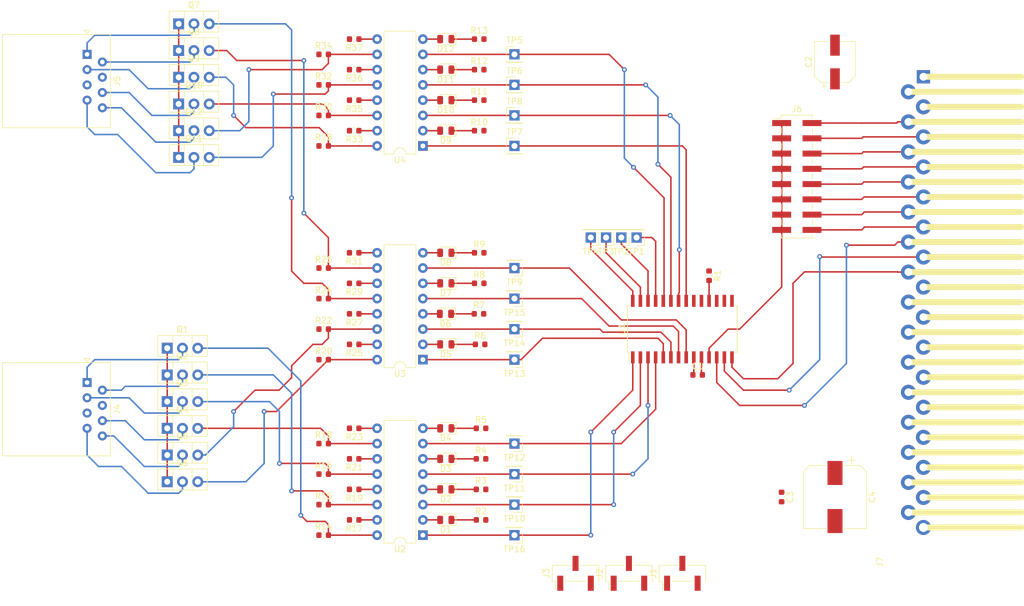
<source format=kicad_pcb>
(kicad_pcb (version 20171130) (host pcbnew 5.0.0-fee4fd1~66~ubuntu16.04.1)

  (general
    (thickness 1.6)
    (drawings 4)
    (tracks 404)
    (zones 0)
    (modules 92)
    (nets 113)
  )

  (page A4)
  (layers
    (0 F.Cu signal)
    (31 B.Cu signal)
    (32 B.Adhes user)
    (33 F.Adhes user)
    (34 B.Paste user)
    (35 F.Paste user)
    (36 B.SilkS user)
    (37 F.SilkS user)
    (38 B.Mask user)
    (39 F.Mask user)
    (40 Dwgs.User user)
    (41 Cmts.User user)
    (42 Eco1.User user)
    (43 Eco2.User user)
    (44 Edge.Cuts user)
    (45 Margin user)
    (46 B.CrtYd user)
    (47 F.CrtYd user)
    (48 B.Fab user)
    (49 F.Fab user)
  )

  (setup
    (last_trace_width 0.25)
    (trace_clearance 0.2)
    (zone_clearance 0.508)
    (zone_45_only no)
    (trace_min 0.2)
    (segment_width 0.2)
    (edge_width 0.15)
    (via_size 0.8)
    (via_drill 0.4)
    (via_min_size 0.4)
    (via_min_drill 0.3)
    (uvia_size 0.3)
    (uvia_drill 0.1)
    (uvias_allowed no)
    (uvia_min_size 0.2)
    (uvia_min_drill 0.1)
    (pcb_text_width 0.3)
    (pcb_text_size 1.5 1.5)
    (mod_edge_width 0.15)
    (mod_text_size 1 1)
    (mod_text_width 0.15)
    (pad_size 1.524 1.524)
    (pad_drill 0.762)
    (pad_to_mask_clearance 0.2)
    (aux_axis_origin 0 0)
    (visible_elements FFFFFF7F)
    (pcbplotparams
      (layerselection 0x010fc_ffffffff)
      (usegerberextensions false)
      (usegerberattributes false)
      (usegerberadvancedattributes false)
      (creategerberjobfile false)
      (excludeedgelayer true)
      (linewidth 0.100000)
      (plotframeref false)
      (viasonmask false)
      (mode 1)
      (useauxorigin false)
      (hpglpennumber 1)
      (hpglpenspeed 20)
      (hpglpendiameter 15.000000)
      (psnegative false)
      (psa4output false)
      (plotreference true)
      (plotvalue true)
      (plotinvisibletext false)
      (padsonsilk false)
      (subtractmaskfromsilk false)
      (outputformat 1)
      (mirror false)
      (drillshape 1)
      (scaleselection 1)
      (outputdirectory ""))
  )

  (net 0 "")
  (net 1 +3V3)
  (net 2 GND)
  (net 3 GNDPWR)
  (net 4 +24V)
  (net 5 "Net-(D1-Pad1)")
  (net 6 "Net-(D1-Pad2)")
  (net 7 "Net-(D2-Pad2)")
  (net 8 "Net-(D2-Pad1)")
  (net 9 "Net-(D3-Pad1)")
  (net 10 "Net-(D3-Pad2)")
  (net 11 "Net-(D4-Pad2)")
  (net 12 "Net-(D4-Pad1)")
  (net 13 "Net-(D5-Pad2)")
  (net 14 "Net-(D5-Pad1)")
  (net 15 "Net-(D6-Pad1)")
  (net 16 "Net-(D6-Pad2)")
  (net 17 "Net-(D7-Pad2)")
  (net 18 "Net-(D7-Pad1)")
  (net 19 "Net-(D8-Pad1)")
  (net 20 "Net-(D8-Pad2)")
  (net 21 "Net-(D9-Pad1)")
  (net 22 "Net-(D9-Pad2)")
  (net 23 "Net-(D10-Pad2)")
  (net 24 "Net-(D10-Pad1)")
  (net 25 "Net-(D11-Pad1)")
  (net 26 "Net-(D11-Pad2)")
  (net 27 "Net-(D12-Pad2)")
  (net 28 "Net-(D12-Pad1)")
  (net 29 "Net-(J1-Pad2)")
  (net 30 "Net-(J2-Pad2)")
  (net 31 "Net-(J3-Pad2)")
  (net 32 "Net-(J4-Pad1)")
  (net 33 "Net-(J4-Pad2)")
  (net 34 "Net-(J4-Pad3)")
  (net 35 "Net-(J4-Pad6)")
  (net 36 "Net-(J4-Pad7)")
  (net 37 "Net-(J4-Pad8)")
  (net 38 "Net-(J5-Pad8)")
  (net 39 "Net-(J5-Pad7)")
  (net 40 "Net-(J5-Pad6)")
  (net 41 "Net-(J5-Pad3)")
  (net 42 "Net-(J5-Pad2)")
  (net 43 "Net-(J5-Pad1)")
  (net 44 MCP_CS)
  (net 45 "Net-(J6-Pad2)")
  (net 46 "Net-(J6-Pad4)")
  (net 47 "Net-(J6-Pad6)")
  (net 48 "Net-(J6-Pad8)")
  (net 49 "Net-(J6-Pad10)")
  (net 50 "Net-(J6-Pad12)")
  (net 51 "Net-(J6-Pad14)")
  (net 52 "Net-(J6-Pad16)")
  (net 53 "Net-(Q1-Pad3)")
  (net 54 "Net-(Q2-Pad3)")
  (net 55 "Net-(Q3-Pad3)")
  (net 56 "Net-(Q4-Pad3)")
  (net 57 "Net-(Q5-Pad3)")
  (net 58 "Net-(Q6-Pad3)")
  (net 59 "Net-(Q7-Pad3)")
  (net 60 "Net-(Q8-Pad3)")
  (net 61 "Net-(Q9-Pad3)")
  (net 62 "Net-(Q10-Pad3)")
  (net 63 "Net-(Q11-Pad3)")
  (net 64 "Net-(Q12-Pad3)")
  (net 65 +5V)
  (net 66 "Net-(R1-Pad2)")
  (net 67 "Net-(R17-Pad1)")
  (net 68 "Net-(R19-Pad1)")
  (net 69 "Net-(R21-Pad1)")
  (net 70 "Net-(R23-Pad1)")
  (net 71 "Net-(R25-Pad1)")
  (net 72 "Net-(R27-Pad1)")
  (net 73 "Net-(R29-Pad1)")
  (net 74 "Net-(R31-Pad1)")
  (net 75 "Net-(R33-Pad1)")
  (net 76 "Net-(R35-Pad1)")
  (net 77 "Net-(R36-Pad1)")
  (net 78 "Net-(R37-Pad1)")
  (net 79 "Net-(TP1-Pad1)")
  (net 80 "Net-(TP2-Pad1)")
  (net 81 "Net-(TP3-Pad1)")
  (net 82 "Net-(TP4-Pad1)")
  (net 83 "Net-(TP5-Pad1)")
  (net 84 "Net-(TP6-Pad1)")
  (net 85 "Net-(TP7-Pad1)")
  (net 86 "Net-(TP8-Pad1)")
  (net 87 "Net-(TP9-Pad1)")
  (net 88 "Net-(TP10-Pad1)")
  (net 89 "Net-(TP11-Pad1)")
  (net 90 "Net-(TP12-Pad1)")
  (net 91 "Net-(TP13-Pad1)")
  (net 92 "Net-(TP14-Pad1)")
  (net 93 "Net-(TP15-Pad1)")
  (net 94 "Net-(TP16-Pad1)")
  (net 95 SCK)
  (net 96 MOSI)
  (net 97 MISO)
  (net 98 "Net-(U1-Pad19)")
  (net 99 "Net-(U1-Pad20)")
  (net 100 "Net-(J7-Pad27)")
  (net 101 "Net-(J7-Pad26)")
  (net 102 "Net-(J7-Pad25)")
  (net 103 "Net-(J7-Pad24)")
  (net 104 "Net-(J7-Pad23)")
  (net 105 "Net-(J7-Pad22)")
  (net 106 "Net-(J7-Pad21)")
  (net 107 "Net-(J7-Pad20)")
  (net 108 "Net-(J7-Pad19)")
  (net 109 "Net-(J7-Pad18)")
  (net 110 "Net-(J7-Pad17)")
  (net 111 "Net-(J7-Pad16)")
  (net 112 "Net-(J7-Pad15)")

  (net_class Default "This is the default net class."
    (clearance 0.2)
    (trace_width 0.25)
    (via_dia 0.8)
    (via_drill 0.4)
    (uvia_dia 0.3)
    (uvia_drill 0.1)
    (add_net +24V)
    (add_net +3V3)
    (add_net +5V)
    (add_net GND)
    (add_net GNDPWR)
    (add_net MCP_CS)
    (add_net MISO)
    (add_net MOSI)
    (add_net "Net-(D1-Pad1)")
    (add_net "Net-(D1-Pad2)")
    (add_net "Net-(D10-Pad1)")
    (add_net "Net-(D10-Pad2)")
    (add_net "Net-(D11-Pad1)")
    (add_net "Net-(D11-Pad2)")
    (add_net "Net-(D12-Pad1)")
    (add_net "Net-(D12-Pad2)")
    (add_net "Net-(D2-Pad1)")
    (add_net "Net-(D2-Pad2)")
    (add_net "Net-(D3-Pad1)")
    (add_net "Net-(D3-Pad2)")
    (add_net "Net-(D4-Pad1)")
    (add_net "Net-(D4-Pad2)")
    (add_net "Net-(D5-Pad1)")
    (add_net "Net-(D5-Pad2)")
    (add_net "Net-(D6-Pad1)")
    (add_net "Net-(D6-Pad2)")
    (add_net "Net-(D7-Pad1)")
    (add_net "Net-(D7-Pad2)")
    (add_net "Net-(D8-Pad1)")
    (add_net "Net-(D8-Pad2)")
    (add_net "Net-(D9-Pad1)")
    (add_net "Net-(D9-Pad2)")
    (add_net "Net-(J1-Pad2)")
    (add_net "Net-(J2-Pad2)")
    (add_net "Net-(J3-Pad2)")
    (add_net "Net-(J4-Pad1)")
    (add_net "Net-(J4-Pad2)")
    (add_net "Net-(J4-Pad3)")
    (add_net "Net-(J4-Pad6)")
    (add_net "Net-(J4-Pad7)")
    (add_net "Net-(J4-Pad8)")
    (add_net "Net-(J5-Pad1)")
    (add_net "Net-(J5-Pad2)")
    (add_net "Net-(J5-Pad3)")
    (add_net "Net-(J5-Pad6)")
    (add_net "Net-(J5-Pad7)")
    (add_net "Net-(J5-Pad8)")
    (add_net "Net-(J6-Pad10)")
    (add_net "Net-(J6-Pad12)")
    (add_net "Net-(J6-Pad14)")
    (add_net "Net-(J6-Pad16)")
    (add_net "Net-(J6-Pad2)")
    (add_net "Net-(J6-Pad4)")
    (add_net "Net-(J6-Pad6)")
    (add_net "Net-(J6-Pad8)")
    (add_net "Net-(J7-Pad15)")
    (add_net "Net-(J7-Pad16)")
    (add_net "Net-(J7-Pad17)")
    (add_net "Net-(J7-Pad18)")
    (add_net "Net-(J7-Pad19)")
    (add_net "Net-(J7-Pad20)")
    (add_net "Net-(J7-Pad21)")
    (add_net "Net-(J7-Pad22)")
    (add_net "Net-(J7-Pad23)")
    (add_net "Net-(J7-Pad24)")
    (add_net "Net-(J7-Pad25)")
    (add_net "Net-(J7-Pad26)")
    (add_net "Net-(J7-Pad27)")
    (add_net "Net-(Q1-Pad3)")
    (add_net "Net-(Q10-Pad3)")
    (add_net "Net-(Q11-Pad3)")
    (add_net "Net-(Q12-Pad3)")
    (add_net "Net-(Q2-Pad3)")
    (add_net "Net-(Q3-Pad3)")
    (add_net "Net-(Q4-Pad3)")
    (add_net "Net-(Q5-Pad3)")
    (add_net "Net-(Q6-Pad3)")
    (add_net "Net-(Q7-Pad3)")
    (add_net "Net-(Q8-Pad3)")
    (add_net "Net-(Q9-Pad3)")
    (add_net "Net-(R1-Pad2)")
    (add_net "Net-(R17-Pad1)")
    (add_net "Net-(R19-Pad1)")
    (add_net "Net-(R21-Pad1)")
    (add_net "Net-(R23-Pad1)")
    (add_net "Net-(R25-Pad1)")
    (add_net "Net-(R27-Pad1)")
    (add_net "Net-(R29-Pad1)")
    (add_net "Net-(R31-Pad1)")
    (add_net "Net-(R33-Pad1)")
    (add_net "Net-(R35-Pad1)")
    (add_net "Net-(R36-Pad1)")
    (add_net "Net-(R37-Pad1)")
    (add_net "Net-(TP1-Pad1)")
    (add_net "Net-(TP10-Pad1)")
    (add_net "Net-(TP11-Pad1)")
    (add_net "Net-(TP12-Pad1)")
    (add_net "Net-(TP13-Pad1)")
    (add_net "Net-(TP14-Pad1)")
    (add_net "Net-(TP15-Pad1)")
    (add_net "Net-(TP16-Pad1)")
    (add_net "Net-(TP2-Pad1)")
    (add_net "Net-(TP3-Pad1)")
    (add_net "Net-(TP4-Pad1)")
    (add_net "Net-(TP5-Pad1)")
    (add_net "Net-(TP6-Pad1)")
    (add_net "Net-(TP7-Pad1)")
    (add_net "Net-(TP8-Pad1)")
    (add_net "Net-(TP9-Pad1)")
    (add_net "Net-(U1-Pad19)")
    (add_net "Net-(U1-Pad20)")
    (add_net SCK)
  )

  (module Resistor_SMD:R_0603_1608Metric (layer F.Cu) (tedit 5B301BBD) (tstamp 5BA675EF)
    (at 187.325 85.09 270)
    (descr "Resistor SMD 0603 (1608 Metric), square (rectangular) end terminal, IPC_7351 nominal, (Body size source: http://www.tortai-tech.com/upload/download/2011102023233369053.pdf), generated with kicad-footprint-generator")
    (tags resistor)
    (path /5BFDF8F4)
    (attr smd)
    (fp_text reference R1 (at 0 -1.43 270) (layer F.SilkS)
      (effects (font (size 1 1) (thickness 0.15)))
    )
    (fp_text value 10k (at 0 1.43 270) (layer F.Fab)
      (effects (font (size 1 1) (thickness 0.15)))
    )
    (fp_line (start -0.8 0.4) (end -0.8 -0.4) (layer F.Fab) (width 0.1))
    (fp_line (start -0.8 -0.4) (end 0.8 -0.4) (layer F.Fab) (width 0.1))
    (fp_line (start 0.8 -0.4) (end 0.8 0.4) (layer F.Fab) (width 0.1))
    (fp_line (start 0.8 0.4) (end -0.8 0.4) (layer F.Fab) (width 0.1))
    (fp_line (start -0.162779 -0.51) (end 0.162779 -0.51) (layer F.SilkS) (width 0.12))
    (fp_line (start -0.162779 0.51) (end 0.162779 0.51) (layer F.SilkS) (width 0.12))
    (fp_line (start -1.48 0.73) (end -1.48 -0.73) (layer F.CrtYd) (width 0.05))
    (fp_line (start -1.48 -0.73) (end 1.48 -0.73) (layer F.CrtYd) (width 0.05))
    (fp_line (start 1.48 -0.73) (end 1.48 0.73) (layer F.CrtYd) (width 0.05))
    (fp_line (start 1.48 0.73) (end -1.48 0.73) (layer F.CrtYd) (width 0.05))
    (fp_text user %R (at 0 0 270) (layer F.Fab)
      (effects (font (size 0.4 0.4) (thickness 0.06)))
    )
    (pad 1 smd roundrect (at -0.7875 0 270) (size 0.875 0.95) (layers F.Cu F.Paste F.Mask) (roundrect_rratio 0.25)
      (net 65 +5V))
    (pad 2 smd roundrect (at 0.7875 0 270) (size 0.875 0.95) (layers F.Cu F.Paste F.Mask) (roundrect_rratio 0.25)
      (net 66 "Net-(R1-Pad2)"))
    (model ${KISYS3DMOD}/Resistor_SMD.3dshapes/R_0603_1608Metric.wrl
      (at (xyz 0 0 0))
      (scale (xyz 1 1 1))
      (rotate (xyz 0 0 0))
    )
  )

  (module Capacitor_SMD:C_0603_1608Metric (layer F.Cu) (tedit 5B301BBE) (tstamp 5BA67212)
    (at 185.42 101.6)
    (descr "Capacitor SMD 0603 (1608 Metric), square (rectangular) end terminal, IPC_7351 nominal, (Body size source: http://www.tortai-tech.com/upload/download/2011102023233369053.pdf), generated with kicad-footprint-generator")
    (tags capacitor)
    (path /5CA079CD)
    (attr smd)
    (fp_text reference C1 (at 0 -1.43) (layer F.SilkS)
      (effects (font (size 1 1) (thickness 0.15)))
    )
    (fp_text value 100nF (at 0 1.43) (layer F.Fab)
      (effects (font (size 1 1) (thickness 0.15)))
    )
    (fp_line (start -0.8 0.4) (end -0.8 -0.4) (layer F.Fab) (width 0.1))
    (fp_line (start -0.8 -0.4) (end 0.8 -0.4) (layer F.Fab) (width 0.1))
    (fp_line (start 0.8 -0.4) (end 0.8 0.4) (layer F.Fab) (width 0.1))
    (fp_line (start 0.8 0.4) (end -0.8 0.4) (layer F.Fab) (width 0.1))
    (fp_line (start -0.162779 -0.51) (end 0.162779 -0.51) (layer F.SilkS) (width 0.12))
    (fp_line (start -0.162779 0.51) (end 0.162779 0.51) (layer F.SilkS) (width 0.12))
    (fp_line (start -1.48 0.73) (end -1.48 -0.73) (layer F.CrtYd) (width 0.05))
    (fp_line (start -1.48 -0.73) (end 1.48 -0.73) (layer F.CrtYd) (width 0.05))
    (fp_line (start 1.48 -0.73) (end 1.48 0.73) (layer F.CrtYd) (width 0.05))
    (fp_line (start 1.48 0.73) (end -1.48 0.73) (layer F.CrtYd) (width 0.05))
    (fp_text user %R (at 0 0) (layer F.Fab)
      (effects (font (size 0.4 0.4) (thickness 0.06)))
    )
    (pad 1 smd roundrect (at -0.7875 0) (size 0.875 0.95) (layers F.Cu F.Paste F.Mask) (roundrect_rratio 0.25)
      (net 1 +3V3))
    (pad 2 smd roundrect (at 0.7875 0) (size 0.875 0.95) (layers F.Cu F.Paste F.Mask) (roundrect_rratio 0.25)
      (net 2 GND))
    (model ${KISYS3DMOD}/Capacitor_SMD.3dshapes/C_0603_1608Metric.wrl
      (at (xyz 0 0 0))
      (scale (xyz 1 1 1))
      (rotate (xyz 0 0 0))
    )
  )

  (module Capacitor_SMD:CP_Elec_6.3x5.2 (layer F.Cu) (tedit 5B3026A2) (tstamp 5BA6723A)
    (at 208.28 49.53 90)
    (descr "SMT capacitor, aluminium electrolytic, 6.3x5.2, United Chemi-Con ")
    (tags "Capacitor Electrolytic")
    (path /5CA07BF6)
    (attr smd)
    (fp_text reference C2 (at 0 -4.35 90) (layer F.SilkS)
      (effects (font (size 1 1) (thickness 0.15)))
    )
    (fp_text value 100µF (at 0 4.35 90) (layer F.Fab)
      (effects (font (size 1 1) (thickness 0.15)))
    )
    (fp_circle (center 0 0) (end 3.15 0) (layer F.Fab) (width 0.1))
    (fp_line (start 3.3 -3.3) (end 3.3 3.3) (layer F.Fab) (width 0.1))
    (fp_line (start -2.3 -3.3) (end 3.3 -3.3) (layer F.Fab) (width 0.1))
    (fp_line (start -2.3 3.3) (end 3.3 3.3) (layer F.Fab) (width 0.1))
    (fp_line (start -3.3 -2.3) (end -3.3 2.3) (layer F.Fab) (width 0.1))
    (fp_line (start -3.3 -2.3) (end -2.3 -3.3) (layer F.Fab) (width 0.1))
    (fp_line (start -3.3 2.3) (end -2.3 3.3) (layer F.Fab) (width 0.1))
    (fp_line (start -2.704838 -1.33) (end -2.074838 -1.33) (layer F.Fab) (width 0.1))
    (fp_line (start -2.389838 -1.645) (end -2.389838 -1.015) (layer F.Fab) (width 0.1))
    (fp_line (start 3.41 3.41) (end 3.41 1.06) (layer F.SilkS) (width 0.12))
    (fp_line (start 3.41 -3.41) (end 3.41 -1.06) (layer F.SilkS) (width 0.12))
    (fp_line (start -2.345563 -3.41) (end 3.41 -3.41) (layer F.SilkS) (width 0.12))
    (fp_line (start -2.345563 3.41) (end 3.41 3.41) (layer F.SilkS) (width 0.12))
    (fp_line (start -3.41 2.345563) (end -3.41 1.06) (layer F.SilkS) (width 0.12))
    (fp_line (start -3.41 -2.345563) (end -3.41 -1.06) (layer F.SilkS) (width 0.12))
    (fp_line (start -3.41 -2.345563) (end -2.345563 -3.41) (layer F.SilkS) (width 0.12))
    (fp_line (start -3.41 2.345563) (end -2.345563 3.41) (layer F.SilkS) (width 0.12))
    (fp_line (start -4.4375 -1.8475) (end -3.65 -1.8475) (layer F.SilkS) (width 0.12))
    (fp_line (start -4.04375 -2.24125) (end -4.04375 -1.45375) (layer F.SilkS) (width 0.12))
    (fp_line (start 3.55 -3.55) (end 3.55 -1.05) (layer F.CrtYd) (width 0.05))
    (fp_line (start 3.55 -1.05) (end 4.8 -1.05) (layer F.CrtYd) (width 0.05))
    (fp_line (start 4.8 -1.05) (end 4.8 1.05) (layer F.CrtYd) (width 0.05))
    (fp_line (start 4.8 1.05) (end 3.55 1.05) (layer F.CrtYd) (width 0.05))
    (fp_line (start 3.55 1.05) (end 3.55 3.55) (layer F.CrtYd) (width 0.05))
    (fp_line (start -2.4 3.55) (end 3.55 3.55) (layer F.CrtYd) (width 0.05))
    (fp_line (start -2.4 -3.55) (end 3.55 -3.55) (layer F.CrtYd) (width 0.05))
    (fp_line (start -3.55 2.4) (end -2.4 3.55) (layer F.CrtYd) (width 0.05))
    (fp_line (start -3.55 -2.4) (end -2.4 -3.55) (layer F.CrtYd) (width 0.05))
    (fp_line (start -3.55 -2.4) (end -3.55 -1.05) (layer F.CrtYd) (width 0.05))
    (fp_line (start -3.55 1.05) (end -3.55 2.4) (layer F.CrtYd) (width 0.05))
    (fp_line (start -3.55 -1.05) (end -4.8 -1.05) (layer F.CrtYd) (width 0.05))
    (fp_line (start -4.8 -1.05) (end -4.8 1.05) (layer F.CrtYd) (width 0.05))
    (fp_line (start -4.8 1.05) (end -3.55 1.05) (layer F.CrtYd) (width 0.05))
    (fp_text user %R (at 0 0 90) (layer F.Fab)
      (effects (font (size 1 1) (thickness 0.15)))
    )
    (pad 1 smd rect (at -2.8 0 90) (size 3.5 1.6) (layers F.Cu F.Paste F.Mask)
      (net 1 +3V3))
    (pad 2 smd rect (at 2.8 0 90) (size 3.5 1.6) (layers F.Cu F.Paste F.Mask)
      (net 2 GND))
    (model ${KISYS3DMOD}/Capacitor_SMD.3dshapes/CP_Elec_6.3x5.2.wrl
      (at (xyz 0 0 0))
      (scale (xyz 1 1 1))
      (rotate (xyz 0 0 0))
    )
  )

  (module Capacitor_SMD:C_0603_1608Metric (layer F.Cu) (tedit 5B301BBE) (tstamp 5BA6724B)
    (at 199.39 121.92 270)
    (descr "Capacitor SMD 0603 (1608 Metric), square (rectangular) end terminal, IPC_7351 nominal, (Body size source: http://www.tortai-tech.com/upload/download/2011102023233369053.pdf), generated with kicad-footprint-generator")
    (tags capacitor)
    (path /5C0C7E69)
    (attr smd)
    (fp_text reference C3 (at 0 -1.43 270) (layer F.SilkS)
      (effects (font (size 1 1) (thickness 0.15)))
    )
    (fp_text value 100nF (at 0 1.43 270) (layer F.Fab)
      (effects (font (size 1 1) (thickness 0.15)))
    )
    (fp_text user %R (at 0 0 270) (layer F.Fab)
      (effects (font (size 0.4 0.4) (thickness 0.06)))
    )
    (fp_line (start 1.48 0.73) (end -1.48 0.73) (layer F.CrtYd) (width 0.05))
    (fp_line (start 1.48 -0.73) (end 1.48 0.73) (layer F.CrtYd) (width 0.05))
    (fp_line (start -1.48 -0.73) (end 1.48 -0.73) (layer F.CrtYd) (width 0.05))
    (fp_line (start -1.48 0.73) (end -1.48 -0.73) (layer F.CrtYd) (width 0.05))
    (fp_line (start -0.162779 0.51) (end 0.162779 0.51) (layer F.SilkS) (width 0.12))
    (fp_line (start -0.162779 -0.51) (end 0.162779 -0.51) (layer F.SilkS) (width 0.12))
    (fp_line (start 0.8 0.4) (end -0.8 0.4) (layer F.Fab) (width 0.1))
    (fp_line (start 0.8 -0.4) (end 0.8 0.4) (layer F.Fab) (width 0.1))
    (fp_line (start -0.8 -0.4) (end 0.8 -0.4) (layer F.Fab) (width 0.1))
    (fp_line (start -0.8 0.4) (end -0.8 -0.4) (layer F.Fab) (width 0.1))
    (pad 2 smd roundrect (at 0.7875 0 270) (size 0.875 0.95) (layers F.Cu F.Paste F.Mask) (roundrect_rratio 0.25)
      (net 3 GNDPWR))
    (pad 1 smd roundrect (at -0.7875 0 270) (size 0.875 0.95) (layers F.Cu F.Paste F.Mask) (roundrect_rratio 0.25)
      (net 4 +24V))
    (model ${KISYS3DMOD}/Capacitor_SMD.3dshapes/C_0603_1608Metric.wrl
      (at (xyz 0 0 0))
      (scale (xyz 1 1 1))
      (rotate (xyz 0 0 0))
    )
  )

  (module Capacitor_SMD:CP_Elec_10x10 (layer F.Cu) (tedit 5A841F9D) (tstamp 5BA67273)
    (at 208.28 121.92 270)
    (descr "SMT capacitor, aluminium electrolytic, 10x10, Nichicon ")
    (tags "Capacitor Electrolytic")
    (path /5C0C76F7)
    (attr smd)
    (fp_text reference C4 (at 0 -6.2 270) (layer F.SilkS)
      (effects (font (size 1 1) (thickness 0.15)))
    )
    (fp_text value 100µF (at 0 6.2 270) (layer F.Fab)
      (effects (font (size 1 1) (thickness 0.15)))
    )
    (fp_circle (center 0 0) (end 5 0) (layer F.Fab) (width 0.1))
    (fp_line (start 5.15 -5.15) (end 5.15 5.15) (layer F.Fab) (width 0.1))
    (fp_line (start -4.15 -5.15) (end 5.15 -5.15) (layer F.Fab) (width 0.1))
    (fp_line (start -4.15 5.15) (end 5.15 5.15) (layer F.Fab) (width 0.1))
    (fp_line (start -5.15 -4.15) (end -5.15 4.15) (layer F.Fab) (width 0.1))
    (fp_line (start -5.15 -4.15) (end -4.15 -5.15) (layer F.Fab) (width 0.1))
    (fp_line (start -5.15 4.15) (end -4.15 5.15) (layer F.Fab) (width 0.1))
    (fp_line (start -4.558325 -1.7) (end -3.558325 -1.7) (layer F.Fab) (width 0.1))
    (fp_line (start -4.058325 -2.2) (end -4.058325 -1.2) (layer F.Fab) (width 0.1))
    (fp_line (start 5.26 5.26) (end 5.26 1.51) (layer F.SilkS) (width 0.12))
    (fp_line (start 5.26 -5.26) (end 5.26 -1.51) (layer F.SilkS) (width 0.12))
    (fp_line (start -4.195563 -5.26) (end 5.26 -5.26) (layer F.SilkS) (width 0.12))
    (fp_line (start -4.195563 5.26) (end 5.26 5.26) (layer F.SilkS) (width 0.12))
    (fp_line (start -5.26 4.195563) (end -5.26 1.51) (layer F.SilkS) (width 0.12))
    (fp_line (start -5.26 -4.195563) (end -5.26 -1.51) (layer F.SilkS) (width 0.12))
    (fp_line (start -5.26 -4.195563) (end -4.195563 -5.26) (layer F.SilkS) (width 0.12))
    (fp_line (start -5.26 4.195563) (end -4.195563 5.26) (layer F.SilkS) (width 0.12))
    (fp_line (start -6.75 -2.76) (end -5.5 -2.76) (layer F.SilkS) (width 0.12))
    (fp_line (start -6.125 -3.385) (end -6.125 -2.135) (layer F.SilkS) (width 0.12))
    (fp_line (start 5.4 -5.4) (end 5.4 -1.5) (layer F.CrtYd) (width 0.05))
    (fp_line (start 5.4 -1.5) (end 6.25 -1.5) (layer F.CrtYd) (width 0.05))
    (fp_line (start 6.25 -1.5) (end 6.25 1.5) (layer F.CrtYd) (width 0.05))
    (fp_line (start 6.25 1.5) (end 5.4 1.5) (layer F.CrtYd) (width 0.05))
    (fp_line (start 5.4 1.5) (end 5.4 5.4) (layer F.CrtYd) (width 0.05))
    (fp_line (start -4.25 5.4) (end 5.4 5.4) (layer F.CrtYd) (width 0.05))
    (fp_line (start -4.25 -5.4) (end 5.4 -5.4) (layer F.CrtYd) (width 0.05))
    (fp_line (start -5.4 4.25) (end -4.25 5.4) (layer F.CrtYd) (width 0.05))
    (fp_line (start -5.4 -4.25) (end -4.25 -5.4) (layer F.CrtYd) (width 0.05))
    (fp_line (start -5.4 -4.25) (end -5.4 -1.5) (layer F.CrtYd) (width 0.05))
    (fp_line (start -5.4 1.5) (end -5.4 4.25) (layer F.CrtYd) (width 0.05))
    (fp_line (start -5.4 -1.5) (end -6.25 -1.5) (layer F.CrtYd) (width 0.05))
    (fp_line (start -6.25 -1.5) (end -6.25 1.5) (layer F.CrtYd) (width 0.05))
    (fp_line (start -6.25 1.5) (end -5.4 1.5) (layer F.CrtYd) (width 0.05))
    (fp_text user %R (at 0 0 270) (layer F.Fab)
      (effects (font (size 1 1) (thickness 0.15)))
    )
    (pad 1 smd rect (at -4 0 270) (size 4 2.5) (layers F.Cu F.Paste F.Mask)
      (net 4 +24V))
    (pad 2 smd rect (at 4 0 270) (size 4 2.5) (layers F.Cu F.Paste F.Mask)
      (net 3 GNDPWR))
    (model ${KISYS3DMOD}/Capacitor_SMD.3dshapes/CP_Elec_10x10.wrl
      (at (xyz 0 0 0))
      (scale (xyz 1 1 1))
      (rotate (xyz 0 0 0))
    )
  )

  (module LED_SMD:LED_0805_2012Metric (layer F.Cu) (tedit 5B36C52C) (tstamp 5BA67286)
    (at 143.51 125.73 180)
    (descr "LED SMD 0805 (2012 Metric), square (rectangular) end terminal, IPC_7351 nominal, (Body size source: https://docs.google.com/spreadsheets/d/1BsfQQcO9C6DZCsRaXUlFlo91Tg2WpOkGARC1WS5S8t0/edit?usp=sharing), generated with kicad-footprint-generator")
    (tags diode)
    (path /5B98D69F)
    (attr smd)
    (fp_text reference D1 (at 0 -1.65 180) (layer F.SilkS)
      (effects (font (size 1 1) (thickness 0.15)))
    )
    (fp_text value LED (at 0 1.65 180) (layer F.Fab)
      (effects (font (size 1 1) (thickness 0.15)))
    )
    (fp_line (start 1 -0.6) (end -0.7 -0.6) (layer F.Fab) (width 0.1))
    (fp_line (start -0.7 -0.6) (end -1 -0.3) (layer F.Fab) (width 0.1))
    (fp_line (start -1 -0.3) (end -1 0.6) (layer F.Fab) (width 0.1))
    (fp_line (start -1 0.6) (end 1 0.6) (layer F.Fab) (width 0.1))
    (fp_line (start 1 0.6) (end 1 -0.6) (layer F.Fab) (width 0.1))
    (fp_line (start 1 -0.96) (end -1.685 -0.96) (layer F.SilkS) (width 0.12))
    (fp_line (start -1.685 -0.96) (end -1.685 0.96) (layer F.SilkS) (width 0.12))
    (fp_line (start -1.685 0.96) (end 1 0.96) (layer F.SilkS) (width 0.12))
    (fp_line (start -1.68 0.95) (end -1.68 -0.95) (layer F.CrtYd) (width 0.05))
    (fp_line (start -1.68 -0.95) (end 1.68 -0.95) (layer F.CrtYd) (width 0.05))
    (fp_line (start 1.68 -0.95) (end 1.68 0.95) (layer F.CrtYd) (width 0.05))
    (fp_line (start 1.68 0.95) (end -1.68 0.95) (layer F.CrtYd) (width 0.05))
    (fp_text user %R (at 0 0 180) (layer F.Fab)
      (effects (font (size 0.5 0.5) (thickness 0.08)))
    )
    (pad 1 smd roundrect (at -0.9375 0 180) (size 0.975 1.4) (layers F.Cu F.Paste F.Mask) (roundrect_rratio 0.25)
      (net 5 "Net-(D1-Pad1)"))
    (pad 2 smd roundrect (at 0.9375 0 180) (size 0.975 1.4) (layers F.Cu F.Paste F.Mask) (roundrect_rratio 0.25)
      (net 6 "Net-(D1-Pad2)"))
    (model ${KISYS3DMOD}/LED_SMD.3dshapes/LED_0805_2012Metric.wrl
      (at (xyz 0 0 0))
      (scale (xyz 1 1 1))
      (rotate (xyz 0 0 0))
    )
  )

  (module LED_SMD:LED_0805_2012Metric (layer F.Cu) (tedit 5B36C52C) (tstamp 5BA67299)
    (at 143.51 120.65 180)
    (descr "LED SMD 0805 (2012 Metric), square (rectangular) end terminal, IPC_7351 nominal, (Body size source: https://docs.google.com/spreadsheets/d/1BsfQQcO9C6DZCsRaXUlFlo91Tg2WpOkGARC1WS5S8t0/edit?usp=sharing), generated with kicad-footprint-generator")
    (tags diode)
    (path /5B98D6A5)
    (attr smd)
    (fp_text reference D2 (at 0 -1.65 180) (layer F.SilkS)
      (effects (font (size 1 1) (thickness 0.15)))
    )
    (fp_text value LED (at 0 1.65 180) (layer F.Fab)
      (effects (font (size 1 1) (thickness 0.15)))
    )
    (fp_text user %R (at 0 0 180) (layer F.Fab)
      (effects (font (size 0.5 0.5) (thickness 0.08)))
    )
    (fp_line (start 1.68 0.95) (end -1.68 0.95) (layer F.CrtYd) (width 0.05))
    (fp_line (start 1.68 -0.95) (end 1.68 0.95) (layer F.CrtYd) (width 0.05))
    (fp_line (start -1.68 -0.95) (end 1.68 -0.95) (layer F.CrtYd) (width 0.05))
    (fp_line (start -1.68 0.95) (end -1.68 -0.95) (layer F.CrtYd) (width 0.05))
    (fp_line (start -1.685 0.96) (end 1 0.96) (layer F.SilkS) (width 0.12))
    (fp_line (start -1.685 -0.96) (end -1.685 0.96) (layer F.SilkS) (width 0.12))
    (fp_line (start 1 -0.96) (end -1.685 -0.96) (layer F.SilkS) (width 0.12))
    (fp_line (start 1 0.6) (end 1 -0.6) (layer F.Fab) (width 0.1))
    (fp_line (start -1 0.6) (end 1 0.6) (layer F.Fab) (width 0.1))
    (fp_line (start -1 -0.3) (end -1 0.6) (layer F.Fab) (width 0.1))
    (fp_line (start -0.7 -0.6) (end -1 -0.3) (layer F.Fab) (width 0.1))
    (fp_line (start 1 -0.6) (end -0.7 -0.6) (layer F.Fab) (width 0.1))
    (pad 2 smd roundrect (at 0.9375 0 180) (size 0.975 1.4) (layers F.Cu F.Paste F.Mask) (roundrect_rratio 0.25)
      (net 7 "Net-(D2-Pad2)"))
    (pad 1 smd roundrect (at -0.9375 0 180) (size 0.975 1.4) (layers F.Cu F.Paste F.Mask) (roundrect_rratio 0.25)
      (net 8 "Net-(D2-Pad1)"))
    (model ${KISYS3DMOD}/LED_SMD.3dshapes/LED_0805_2012Metric.wrl
      (at (xyz 0 0 0))
      (scale (xyz 1 1 1))
      (rotate (xyz 0 0 0))
    )
  )

  (module LED_SMD:LED_0805_2012Metric (layer F.Cu) (tedit 5B36C52C) (tstamp 5BA672AC)
    (at 143.51 115.57 180)
    (descr "LED SMD 0805 (2012 Metric), square (rectangular) end terminal, IPC_7351 nominal, (Body size source: https://docs.google.com/spreadsheets/d/1BsfQQcO9C6DZCsRaXUlFlo91Tg2WpOkGARC1WS5S8t0/edit?usp=sharing), generated with kicad-footprint-generator")
    (tags diode)
    (path /5B98D6AB)
    (attr smd)
    (fp_text reference D3 (at 0 -1.65 180) (layer F.SilkS)
      (effects (font (size 1 1) (thickness 0.15)))
    )
    (fp_text value LED (at 0 1.65 180) (layer F.Fab)
      (effects (font (size 1 1) (thickness 0.15)))
    )
    (fp_line (start 1 -0.6) (end -0.7 -0.6) (layer F.Fab) (width 0.1))
    (fp_line (start -0.7 -0.6) (end -1 -0.3) (layer F.Fab) (width 0.1))
    (fp_line (start -1 -0.3) (end -1 0.6) (layer F.Fab) (width 0.1))
    (fp_line (start -1 0.6) (end 1 0.6) (layer F.Fab) (width 0.1))
    (fp_line (start 1 0.6) (end 1 -0.6) (layer F.Fab) (width 0.1))
    (fp_line (start 1 -0.96) (end -1.685 -0.96) (layer F.SilkS) (width 0.12))
    (fp_line (start -1.685 -0.96) (end -1.685 0.96) (layer F.SilkS) (width 0.12))
    (fp_line (start -1.685 0.96) (end 1 0.96) (layer F.SilkS) (width 0.12))
    (fp_line (start -1.68 0.95) (end -1.68 -0.95) (layer F.CrtYd) (width 0.05))
    (fp_line (start -1.68 -0.95) (end 1.68 -0.95) (layer F.CrtYd) (width 0.05))
    (fp_line (start 1.68 -0.95) (end 1.68 0.95) (layer F.CrtYd) (width 0.05))
    (fp_line (start 1.68 0.95) (end -1.68 0.95) (layer F.CrtYd) (width 0.05))
    (fp_text user %R (at 0 0 180) (layer F.Fab)
      (effects (font (size 0.5 0.5) (thickness 0.08)))
    )
    (pad 1 smd roundrect (at -0.9375 0 180) (size 0.975 1.4) (layers F.Cu F.Paste F.Mask) (roundrect_rratio 0.25)
      (net 9 "Net-(D3-Pad1)"))
    (pad 2 smd roundrect (at 0.9375 0 180) (size 0.975 1.4) (layers F.Cu F.Paste F.Mask) (roundrect_rratio 0.25)
      (net 10 "Net-(D3-Pad2)"))
    (model ${KISYS3DMOD}/LED_SMD.3dshapes/LED_0805_2012Metric.wrl
      (at (xyz 0 0 0))
      (scale (xyz 1 1 1))
      (rotate (xyz 0 0 0))
    )
  )

  (module LED_SMD:LED_0805_2012Metric (layer F.Cu) (tedit 5B36C52C) (tstamp 5BA672BF)
    (at 143.51 110.49 180)
    (descr "LED SMD 0805 (2012 Metric), square (rectangular) end terminal, IPC_7351 nominal, (Body size source: https://docs.google.com/spreadsheets/d/1BsfQQcO9C6DZCsRaXUlFlo91Tg2WpOkGARC1WS5S8t0/edit?usp=sharing), generated with kicad-footprint-generator")
    (tags diode)
    (path /5B98D6B1)
    (attr smd)
    (fp_text reference D4 (at 0 -1.65 180) (layer F.SilkS)
      (effects (font (size 1 1) (thickness 0.15)))
    )
    (fp_text value LED (at 0 1.65 180) (layer F.Fab)
      (effects (font (size 1 1) (thickness 0.15)))
    )
    (fp_text user %R (at 0 0 180) (layer F.Fab)
      (effects (font (size 0.5 0.5) (thickness 0.08)))
    )
    (fp_line (start 1.68 0.95) (end -1.68 0.95) (layer F.CrtYd) (width 0.05))
    (fp_line (start 1.68 -0.95) (end 1.68 0.95) (layer F.CrtYd) (width 0.05))
    (fp_line (start -1.68 -0.95) (end 1.68 -0.95) (layer F.CrtYd) (width 0.05))
    (fp_line (start -1.68 0.95) (end -1.68 -0.95) (layer F.CrtYd) (width 0.05))
    (fp_line (start -1.685 0.96) (end 1 0.96) (layer F.SilkS) (width 0.12))
    (fp_line (start -1.685 -0.96) (end -1.685 0.96) (layer F.SilkS) (width 0.12))
    (fp_line (start 1 -0.96) (end -1.685 -0.96) (layer F.SilkS) (width 0.12))
    (fp_line (start 1 0.6) (end 1 -0.6) (layer F.Fab) (width 0.1))
    (fp_line (start -1 0.6) (end 1 0.6) (layer F.Fab) (width 0.1))
    (fp_line (start -1 -0.3) (end -1 0.6) (layer F.Fab) (width 0.1))
    (fp_line (start -0.7 -0.6) (end -1 -0.3) (layer F.Fab) (width 0.1))
    (fp_line (start 1 -0.6) (end -0.7 -0.6) (layer F.Fab) (width 0.1))
    (pad 2 smd roundrect (at 0.9375 0 180) (size 0.975 1.4) (layers F.Cu F.Paste F.Mask) (roundrect_rratio 0.25)
      (net 11 "Net-(D4-Pad2)"))
    (pad 1 smd roundrect (at -0.9375 0 180) (size 0.975 1.4) (layers F.Cu F.Paste F.Mask) (roundrect_rratio 0.25)
      (net 12 "Net-(D4-Pad1)"))
    (model ${KISYS3DMOD}/LED_SMD.3dshapes/LED_0805_2012Metric.wrl
      (at (xyz 0 0 0))
      (scale (xyz 1 1 1))
      (rotate (xyz 0 0 0))
    )
  )

  (module LED_SMD:LED_0805_2012Metric (layer F.Cu) (tedit 5B36C52C) (tstamp 5BA672D2)
    (at 143.51 96.52 180)
    (descr "LED SMD 0805 (2012 Metric), square (rectangular) end terminal, IPC_7351 nominal, (Body size source: https://docs.google.com/spreadsheets/d/1BsfQQcO9C6DZCsRaXUlFlo91Tg2WpOkGARC1WS5S8t0/edit?usp=sharing), generated with kicad-footprint-generator")
    (tags diode)
    (path /5B9871BF)
    (attr smd)
    (fp_text reference D5 (at 0 -1.65 180) (layer F.SilkS)
      (effects (font (size 1 1) (thickness 0.15)))
    )
    (fp_text value LED (at 0 1.65 180) (layer F.Fab)
      (effects (font (size 1 1) (thickness 0.15)))
    )
    (fp_text user %R (at 0 0 180) (layer F.Fab)
      (effects (font (size 0.5 0.5) (thickness 0.08)))
    )
    (fp_line (start 1.68 0.95) (end -1.68 0.95) (layer F.CrtYd) (width 0.05))
    (fp_line (start 1.68 -0.95) (end 1.68 0.95) (layer F.CrtYd) (width 0.05))
    (fp_line (start -1.68 -0.95) (end 1.68 -0.95) (layer F.CrtYd) (width 0.05))
    (fp_line (start -1.68 0.95) (end -1.68 -0.95) (layer F.CrtYd) (width 0.05))
    (fp_line (start -1.685 0.96) (end 1 0.96) (layer F.SilkS) (width 0.12))
    (fp_line (start -1.685 -0.96) (end -1.685 0.96) (layer F.SilkS) (width 0.12))
    (fp_line (start 1 -0.96) (end -1.685 -0.96) (layer F.SilkS) (width 0.12))
    (fp_line (start 1 0.6) (end 1 -0.6) (layer F.Fab) (width 0.1))
    (fp_line (start -1 0.6) (end 1 0.6) (layer F.Fab) (width 0.1))
    (fp_line (start -1 -0.3) (end -1 0.6) (layer F.Fab) (width 0.1))
    (fp_line (start -0.7 -0.6) (end -1 -0.3) (layer F.Fab) (width 0.1))
    (fp_line (start 1 -0.6) (end -0.7 -0.6) (layer F.Fab) (width 0.1))
    (pad 2 smd roundrect (at 0.9375 0 180) (size 0.975 1.4) (layers F.Cu F.Paste F.Mask) (roundrect_rratio 0.25)
      (net 13 "Net-(D5-Pad2)"))
    (pad 1 smd roundrect (at -0.9375 0 180) (size 0.975 1.4) (layers F.Cu F.Paste F.Mask) (roundrect_rratio 0.25)
      (net 14 "Net-(D5-Pad1)"))
    (model ${KISYS3DMOD}/LED_SMD.3dshapes/LED_0805_2012Metric.wrl
      (at (xyz 0 0 0))
      (scale (xyz 1 1 1))
      (rotate (xyz 0 0 0))
    )
  )

  (module LED_SMD:LED_0805_2012Metric (layer F.Cu) (tedit 5B36C52C) (tstamp 5BA672E5)
    (at 143.457498 91.44 180)
    (descr "LED SMD 0805 (2012 Metric), square (rectangular) end terminal, IPC_7351 nominal, (Body size source: https://docs.google.com/spreadsheets/d/1BsfQQcO9C6DZCsRaXUlFlo91Tg2WpOkGARC1WS5S8t0/edit?usp=sharing), generated with kicad-footprint-generator")
    (tags diode)
    (path /5B987245)
    (attr smd)
    (fp_text reference D6 (at 0 -1.65 180) (layer F.SilkS)
      (effects (font (size 1 1) (thickness 0.15)))
    )
    (fp_text value LED (at 0 1.65 180) (layer F.Fab)
      (effects (font (size 1 1) (thickness 0.15)))
    )
    (fp_line (start 1 -0.6) (end -0.7 -0.6) (layer F.Fab) (width 0.1))
    (fp_line (start -0.7 -0.6) (end -1 -0.3) (layer F.Fab) (width 0.1))
    (fp_line (start -1 -0.3) (end -1 0.6) (layer F.Fab) (width 0.1))
    (fp_line (start -1 0.6) (end 1 0.6) (layer F.Fab) (width 0.1))
    (fp_line (start 1 0.6) (end 1 -0.6) (layer F.Fab) (width 0.1))
    (fp_line (start 1 -0.96) (end -1.685 -0.96) (layer F.SilkS) (width 0.12))
    (fp_line (start -1.685 -0.96) (end -1.685 0.96) (layer F.SilkS) (width 0.12))
    (fp_line (start -1.685 0.96) (end 1 0.96) (layer F.SilkS) (width 0.12))
    (fp_line (start -1.68 0.95) (end -1.68 -0.95) (layer F.CrtYd) (width 0.05))
    (fp_line (start -1.68 -0.95) (end 1.68 -0.95) (layer F.CrtYd) (width 0.05))
    (fp_line (start 1.68 -0.95) (end 1.68 0.95) (layer F.CrtYd) (width 0.05))
    (fp_line (start 1.68 0.95) (end -1.68 0.95) (layer F.CrtYd) (width 0.05))
    (fp_text user %R (at 0 0 180) (layer F.Fab)
      (effects (font (size 0.5 0.5) (thickness 0.08)))
    )
    (pad 1 smd roundrect (at -0.9375 0 180) (size 0.975 1.4) (layers F.Cu F.Paste F.Mask) (roundrect_rratio 0.25)
      (net 15 "Net-(D6-Pad1)"))
    (pad 2 smd roundrect (at 0.9375 0 180) (size 0.975 1.4) (layers F.Cu F.Paste F.Mask) (roundrect_rratio 0.25)
      (net 16 "Net-(D6-Pad2)"))
    (model ${KISYS3DMOD}/LED_SMD.3dshapes/LED_0805_2012Metric.wrl
      (at (xyz 0 0 0))
      (scale (xyz 1 1 1))
      (rotate (xyz 0 0 0))
    )
  )

  (module LED_SMD:LED_0805_2012Metric (layer F.Cu) (tedit 5B36C52C) (tstamp 5BA672F8)
    (at 143.51 86.36 180)
    (descr "LED SMD 0805 (2012 Metric), square (rectangular) end terminal, IPC_7351 nominal, (Body size source: https://docs.google.com/spreadsheets/d/1BsfQQcO9C6DZCsRaXUlFlo91Tg2WpOkGARC1WS5S8t0/edit?usp=sharing), generated with kicad-footprint-generator")
    (tags diode)
    (path /5B9872A3)
    (attr smd)
    (fp_text reference D7 (at 0 -1.65 180) (layer F.SilkS)
      (effects (font (size 1 1) (thickness 0.15)))
    )
    (fp_text value LED (at 0 1.65 180) (layer F.Fab)
      (effects (font (size 1 1) (thickness 0.15)))
    )
    (fp_text user %R (at 0 0 180) (layer F.Fab)
      (effects (font (size 0.5 0.5) (thickness 0.08)))
    )
    (fp_line (start 1.68 0.95) (end -1.68 0.95) (layer F.CrtYd) (width 0.05))
    (fp_line (start 1.68 -0.95) (end 1.68 0.95) (layer F.CrtYd) (width 0.05))
    (fp_line (start -1.68 -0.95) (end 1.68 -0.95) (layer F.CrtYd) (width 0.05))
    (fp_line (start -1.68 0.95) (end -1.68 -0.95) (layer F.CrtYd) (width 0.05))
    (fp_line (start -1.685 0.96) (end 1 0.96) (layer F.SilkS) (width 0.12))
    (fp_line (start -1.685 -0.96) (end -1.685 0.96) (layer F.SilkS) (width 0.12))
    (fp_line (start 1 -0.96) (end -1.685 -0.96) (layer F.SilkS) (width 0.12))
    (fp_line (start 1 0.6) (end 1 -0.6) (layer F.Fab) (width 0.1))
    (fp_line (start -1 0.6) (end 1 0.6) (layer F.Fab) (width 0.1))
    (fp_line (start -1 -0.3) (end -1 0.6) (layer F.Fab) (width 0.1))
    (fp_line (start -0.7 -0.6) (end -1 -0.3) (layer F.Fab) (width 0.1))
    (fp_line (start 1 -0.6) (end -0.7 -0.6) (layer F.Fab) (width 0.1))
    (pad 2 smd roundrect (at 0.9375 0 180) (size 0.975 1.4) (layers F.Cu F.Paste F.Mask) (roundrect_rratio 0.25)
      (net 17 "Net-(D7-Pad2)"))
    (pad 1 smd roundrect (at -0.9375 0 180) (size 0.975 1.4) (layers F.Cu F.Paste F.Mask) (roundrect_rratio 0.25)
      (net 18 "Net-(D7-Pad1)"))
    (model ${KISYS3DMOD}/LED_SMD.3dshapes/LED_0805_2012Metric.wrl
      (at (xyz 0 0 0))
      (scale (xyz 1 1 1))
      (rotate (xyz 0 0 0))
    )
  )

  (module LED_SMD:LED_0805_2012Metric (layer F.Cu) (tedit 5B36C52C) (tstamp 5BA6730B)
    (at 143.51 81.28 180)
    (descr "LED SMD 0805 (2012 Metric), square (rectangular) end terminal, IPC_7351 nominal, (Body size source: https://docs.google.com/spreadsheets/d/1BsfQQcO9C6DZCsRaXUlFlo91Tg2WpOkGARC1WS5S8t0/edit?usp=sharing), generated with kicad-footprint-generator")
    (tags diode)
    (path /5B987307)
    (attr smd)
    (fp_text reference D8 (at 0 -1.65 180) (layer F.SilkS)
      (effects (font (size 1 1) (thickness 0.15)))
    )
    (fp_text value LED (at 0 1.65 180) (layer F.Fab)
      (effects (font (size 1 1) (thickness 0.15)))
    )
    (fp_line (start 1 -0.6) (end -0.7 -0.6) (layer F.Fab) (width 0.1))
    (fp_line (start -0.7 -0.6) (end -1 -0.3) (layer F.Fab) (width 0.1))
    (fp_line (start -1 -0.3) (end -1 0.6) (layer F.Fab) (width 0.1))
    (fp_line (start -1 0.6) (end 1 0.6) (layer F.Fab) (width 0.1))
    (fp_line (start 1 0.6) (end 1 -0.6) (layer F.Fab) (width 0.1))
    (fp_line (start 1 -0.96) (end -1.685 -0.96) (layer F.SilkS) (width 0.12))
    (fp_line (start -1.685 -0.96) (end -1.685 0.96) (layer F.SilkS) (width 0.12))
    (fp_line (start -1.685 0.96) (end 1 0.96) (layer F.SilkS) (width 0.12))
    (fp_line (start -1.68 0.95) (end -1.68 -0.95) (layer F.CrtYd) (width 0.05))
    (fp_line (start -1.68 -0.95) (end 1.68 -0.95) (layer F.CrtYd) (width 0.05))
    (fp_line (start 1.68 -0.95) (end 1.68 0.95) (layer F.CrtYd) (width 0.05))
    (fp_line (start 1.68 0.95) (end -1.68 0.95) (layer F.CrtYd) (width 0.05))
    (fp_text user %R (at 0 0 180) (layer F.Fab)
      (effects (font (size 0.5 0.5) (thickness 0.08)))
    )
    (pad 1 smd roundrect (at -0.9375 0 180) (size 0.975 1.4) (layers F.Cu F.Paste F.Mask) (roundrect_rratio 0.25)
      (net 19 "Net-(D8-Pad1)"))
    (pad 2 smd roundrect (at 0.9375 0 180) (size 0.975 1.4) (layers F.Cu F.Paste F.Mask) (roundrect_rratio 0.25)
      (net 20 "Net-(D8-Pad2)"))
    (model ${KISYS3DMOD}/LED_SMD.3dshapes/LED_0805_2012Metric.wrl
      (at (xyz 0 0 0))
      (scale (xyz 1 1 1))
      (rotate (xyz 0 0 0))
    )
  )

  (module LED_SMD:LED_0805_2012Metric (layer F.Cu) (tedit 5B36C52C) (tstamp 5BA6731E)
    (at 143.51 60.96 180)
    (descr "LED SMD 0805 (2012 Metric), square (rectangular) end terminal, IPC_7351 nominal, (Body size source: https://docs.google.com/spreadsheets/d/1BsfQQcO9C6DZCsRaXUlFlo91Tg2WpOkGARC1WS5S8t0/edit?usp=sharing), generated with kicad-footprint-generator")
    (tags diode)
    (path /5B9937BB)
    (attr smd)
    (fp_text reference D9 (at 0 -1.65 180) (layer F.SilkS)
      (effects (font (size 1 1) (thickness 0.15)))
    )
    (fp_text value LED (at 0 1.65 180) (layer F.Fab)
      (effects (font (size 1 1) (thickness 0.15)))
    )
    (fp_line (start 1 -0.6) (end -0.7 -0.6) (layer F.Fab) (width 0.1))
    (fp_line (start -0.7 -0.6) (end -1 -0.3) (layer F.Fab) (width 0.1))
    (fp_line (start -1 -0.3) (end -1 0.6) (layer F.Fab) (width 0.1))
    (fp_line (start -1 0.6) (end 1 0.6) (layer F.Fab) (width 0.1))
    (fp_line (start 1 0.6) (end 1 -0.6) (layer F.Fab) (width 0.1))
    (fp_line (start 1 -0.96) (end -1.685 -0.96) (layer F.SilkS) (width 0.12))
    (fp_line (start -1.685 -0.96) (end -1.685 0.96) (layer F.SilkS) (width 0.12))
    (fp_line (start -1.685 0.96) (end 1 0.96) (layer F.SilkS) (width 0.12))
    (fp_line (start -1.68 0.95) (end -1.68 -0.95) (layer F.CrtYd) (width 0.05))
    (fp_line (start -1.68 -0.95) (end 1.68 -0.95) (layer F.CrtYd) (width 0.05))
    (fp_line (start 1.68 -0.95) (end 1.68 0.95) (layer F.CrtYd) (width 0.05))
    (fp_line (start 1.68 0.95) (end -1.68 0.95) (layer F.CrtYd) (width 0.05))
    (fp_text user %R (at 0 0 180) (layer F.Fab)
      (effects (font (size 0.5 0.5) (thickness 0.08)))
    )
    (pad 1 smd roundrect (at -0.9375 0 180) (size 0.975 1.4) (layers F.Cu F.Paste F.Mask) (roundrect_rratio 0.25)
      (net 21 "Net-(D9-Pad1)"))
    (pad 2 smd roundrect (at 0.9375 0 180) (size 0.975 1.4) (layers F.Cu F.Paste F.Mask) (roundrect_rratio 0.25)
      (net 22 "Net-(D9-Pad2)"))
    (model ${KISYS3DMOD}/LED_SMD.3dshapes/LED_0805_2012Metric.wrl
      (at (xyz 0 0 0))
      (scale (xyz 1 1 1))
      (rotate (xyz 0 0 0))
    )
  )

  (module LED_SMD:LED_0805_2012Metric (layer F.Cu) (tedit 5B36C52C) (tstamp 5BA67331)
    (at 143.51 55.88 180)
    (descr "LED SMD 0805 (2012 Metric), square (rectangular) end terminal, IPC_7351 nominal, (Body size source: https://docs.google.com/spreadsheets/d/1BsfQQcO9C6DZCsRaXUlFlo91Tg2WpOkGARC1WS5S8t0/edit?usp=sharing), generated with kicad-footprint-generator")
    (tags diode)
    (path /5B9937C1)
    (attr smd)
    (fp_text reference D10 (at 0 -1.65 180) (layer F.SilkS)
      (effects (font (size 1 1) (thickness 0.15)))
    )
    (fp_text value LED (at 0 1.65 180) (layer F.Fab)
      (effects (font (size 1 1) (thickness 0.15)))
    )
    (fp_text user %R (at 0 0 180) (layer F.Fab)
      (effects (font (size 0.5 0.5) (thickness 0.08)))
    )
    (fp_line (start 1.68 0.95) (end -1.68 0.95) (layer F.CrtYd) (width 0.05))
    (fp_line (start 1.68 -0.95) (end 1.68 0.95) (layer F.CrtYd) (width 0.05))
    (fp_line (start -1.68 -0.95) (end 1.68 -0.95) (layer F.CrtYd) (width 0.05))
    (fp_line (start -1.68 0.95) (end -1.68 -0.95) (layer F.CrtYd) (width 0.05))
    (fp_line (start -1.685 0.96) (end 1 0.96) (layer F.SilkS) (width 0.12))
    (fp_line (start -1.685 -0.96) (end -1.685 0.96) (layer F.SilkS) (width 0.12))
    (fp_line (start 1 -0.96) (end -1.685 -0.96) (layer F.SilkS) (width 0.12))
    (fp_line (start 1 0.6) (end 1 -0.6) (layer F.Fab) (width 0.1))
    (fp_line (start -1 0.6) (end 1 0.6) (layer F.Fab) (width 0.1))
    (fp_line (start -1 -0.3) (end -1 0.6) (layer F.Fab) (width 0.1))
    (fp_line (start -0.7 -0.6) (end -1 -0.3) (layer F.Fab) (width 0.1))
    (fp_line (start 1 -0.6) (end -0.7 -0.6) (layer F.Fab) (width 0.1))
    (pad 2 smd roundrect (at 0.9375 0 180) (size 0.975 1.4) (layers F.Cu F.Paste F.Mask) (roundrect_rratio 0.25)
      (net 23 "Net-(D10-Pad2)"))
    (pad 1 smd roundrect (at -0.9375 0 180) (size 0.975 1.4) (layers F.Cu F.Paste F.Mask) (roundrect_rratio 0.25)
      (net 24 "Net-(D10-Pad1)"))
    (model ${KISYS3DMOD}/LED_SMD.3dshapes/LED_0805_2012Metric.wrl
      (at (xyz 0 0 0))
      (scale (xyz 1 1 1))
      (rotate (xyz 0 0 0))
    )
  )

  (module LED_SMD:LED_0805_2012Metric (layer F.Cu) (tedit 5B36C52C) (tstamp 5BA67344)
    (at 143.51 50.8 180)
    (descr "LED SMD 0805 (2012 Metric), square (rectangular) end terminal, IPC_7351 nominal, (Body size source: https://docs.google.com/spreadsheets/d/1BsfQQcO9C6DZCsRaXUlFlo91Tg2WpOkGARC1WS5S8t0/edit?usp=sharing), generated with kicad-footprint-generator")
    (tags diode)
    (path /5B9937C7)
    (attr smd)
    (fp_text reference D11 (at 0 -1.65 180) (layer F.SilkS)
      (effects (font (size 1 1) (thickness 0.15)))
    )
    (fp_text value LED (at 0 1.65 180) (layer F.Fab)
      (effects (font (size 1 1) (thickness 0.15)))
    )
    (fp_line (start 1 -0.6) (end -0.7 -0.6) (layer F.Fab) (width 0.1))
    (fp_line (start -0.7 -0.6) (end -1 -0.3) (layer F.Fab) (width 0.1))
    (fp_line (start -1 -0.3) (end -1 0.6) (layer F.Fab) (width 0.1))
    (fp_line (start -1 0.6) (end 1 0.6) (layer F.Fab) (width 0.1))
    (fp_line (start 1 0.6) (end 1 -0.6) (layer F.Fab) (width 0.1))
    (fp_line (start 1 -0.96) (end -1.685 -0.96) (layer F.SilkS) (width 0.12))
    (fp_line (start -1.685 -0.96) (end -1.685 0.96) (layer F.SilkS) (width 0.12))
    (fp_line (start -1.685 0.96) (end 1 0.96) (layer F.SilkS) (width 0.12))
    (fp_line (start -1.68 0.95) (end -1.68 -0.95) (layer F.CrtYd) (width 0.05))
    (fp_line (start -1.68 -0.95) (end 1.68 -0.95) (layer F.CrtYd) (width 0.05))
    (fp_line (start 1.68 -0.95) (end 1.68 0.95) (layer F.CrtYd) (width 0.05))
    (fp_line (start 1.68 0.95) (end -1.68 0.95) (layer F.CrtYd) (width 0.05))
    (fp_text user %R (at 0 0 180) (layer F.Fab)
      (effects (font (size 0.5 0.5) (thickness 0.08)))
    )
    (pad 1 smd roundrect (at -0.9375 0 180) (size 0.975 1.4) (layers F.Cu F.Paste F.Mask) (roundrect_rratio 0.25)
      (net 25 "Net-(D11-Pad1)"))
    (pad 2 smd roundrect (at 0.9375 0 180) (size 0.975 1.4) (layers F.Cu F.Paste F.Mask) (roundrect_rratio 0.25)
      (net 26 "Net-(D11-Pad2)"))
    (model ${KISYS3DMOD}/LED_SMD.3dshapes/LED_0805_2012Metric.wrl
      (at (xyz 0 0 0))
      (scale (xyz 1 1 1))
      (rotate (xyz 0 0 0))
    )
  )

  (module LED_SMD:LED_0805_2012Metric (layer F.Cu) (tedit 5B36C52C) (tstamp 5BA67357)
    (at 143.51 45.72 180)
    (descr "LED SMD 0805 (2012 Metric), square (rectangular) end terminal, IPC_7351 nominal, (Body size source: https://docs.google.com/spreadsheets/d/1BsfQQcO9C6DZCsRaXUlFlo91Tg2WpOkGARC1WS5S8t0/edit?usp=sharing), generated with kicad-footprint-generator")
    (tags diode)
    (path /5B9937CD)
    (attr smd)
    (fp_text reference D12 (at 0 -1.65 180) (layer F.SilkS)
      (effects (font (size 1 1) (thickness 0.15)))
    )
    (fp_text value LED (at 0 1.65 180) (layer F.Fab)
      (effects (font (size 1 1) (thickness 0.15)))
    )
    (fp_text user %R (at 0 0 180) (layer F.Fab)
      (effects (font (size 0.5 0.5) (thickness 0.08)))
    )
    (fp_line (start 1.68 0.95) (end -1.68 0.95) (layer F.CrtYd) (width 0.05))
    (fp_line (start 1.68 -0.95) (end 1.68 0.95) (layer F.CrtYd) (width 0.05))
    (fp_line (start -1.68 -0.95) (end 1.68 -0.95) (layer F.CrtYd) (width 0.05))
    (fp_line (start -1.68 0.95) (end -1.68 -0.95) (layer F.CrtYd) (width 0.05))
    (fp_line (start -1.685 0.96) (end 1 0.96) (layer F.SilkS) (width 0.12))
    (fp_line (start -1.685 -0.96) (end -1.685 0.96) (layer F.SilkS) (width 0.12))
    (fp_line (start 1 -0.96) (end -1.685 -0.96) (layer F.SilkS) (width 0.12))
    (fp_line (start 1 0.6) (end 1 -0.6) (layer F.Fab) (width 0.1))
    (fp_line (start -1 0.6) (end 1 0.6) (layer F.Fab) (width 0.1))
    (fp_line (start -1 -0.3) (end -1 0.6) (layer F.Fab) (width 0.1))
    (fp_line (start -0.7 -0.6) (end -1 -0.3) (layer F.Fab) (width 0.1))
    (fp_line (start 1 -0.6) (end -0.7 -0.6) (layer F.Fab) (width 0.1))
    (pad 2 smd roundrect (at 0.9375 0 180) (size 0.975 1.4) (layers F.Cu F.Paste F.Mask) (roundrect_rratio 0.25)
      (net 27 "Net-(D12-Pad2)"))
    (pad 1 smd roundrect (at -0.9375 0 180) (size 0.975 1.4) (layers F.Cu F.Paste F.Mask) (roundrect_rratio 0.25)
      (net 28 "Net-(D12-Pad1)"))
    (model ${KISYS3DMOD}/LED_SMD.3dshapes/LED_0805_2012Metric.wrl
      (at (xyz 0 0 0))
      (scale (xyz 1 1 1))
      (rotate (xyz 0 0 0))
    )
  )

  (module Connector_PinHeader_2.54mm:PinHeader_1x03_P2.54mm_Vertical_SMD_Pin1Left (layer F.Cu) (tedit 59FED5CC) (tstamp 5BA67379)
    (at 182.88 134.62 90)
    (descr "surface-mounted straight pin header, 1x03, 2.54mm pitch, single row, style 1 (pin 1 left)")
    (tags "Surface mounted pin header SMD 1x03 2.54mm single row style1 pin1 left")
    (path /5C938F53)
    (attr smd)
    (fp_text reference J1 (at 0 -4.87 90) (layer F.SilkS)
      (effects (font (size 1 1) (thickness 0.15)))
    )
    (fp_text value ADDR2 (at 0 4.87 90) (layer F.Fab)
      (effects (font (size 1 1) (thickness 0.15)))
    )
    (fp_line (start 1.27 3.81) (end -1.27 3.81) (layer F.Fab) (width 0.1))
    (fp_line (start -0.32 -3.81) (end 1.27 -3.81) (layer F.Fab) (width 0.1))
    (fp_line (start -1.27 3.81) (end -1.27 -2.86) (layer F.Fab) (width 0.1))
    (fp_line (start -1.27 -2.86) (end -0.32 -3.81) (layer F.Fab) (width 0.1))
    (fp_line (start 1.27 -3.81) (end 1.27 3.81) (layer F.Fab) (width 0.1))
    (fp_line (start -1.27 -2.86) (end -2.54 -2.86) (layer F.Fab) (width 0.1))
    (fp_line (start -2.54 -2.86) (end -2.54 -2.22) (layer F.Fab) (width 0.1))
    (fp_line (start -2.54 -2.22) (end -1.27 -2.22) (layer F.Fab) (width 0.1))
    (fp_line (start -1.27 2.22) (end -2.54 2.22) (layer F.Fab) (width 0.1))
    (fp_line (start -2.54 2.22) (end -2.54 2.86) (layer F.Fab) (width 0.1))
    (fp_line (start -2.54 2.86) (end -1.27 2.86) (layer F.Fab) (width 0.1))
    (fp_line (start 1.27 -0.32) (end 2.54 -0.32) (layer F.Fab) (width 0.1))
    (fp_line (start 2.54 -0.32) (end 2.54 0.32) (layer F.Fab) (width 0.1))
    (fp_line (start 2.54 0.32) (end 1.27 0.32) (layer F.Fab) (width 0.1))
    (fp_line (start -1.33 -3.87) (end 1.33 -3.87) (layer F.SilkS) (width 0.12))
    (fp_line (start -1.33 3.87) (end 1.33 3.87) (layer F.SilkS) (width 0.12))
    (fp_line (start 1.33 -3.87) (end 1.33 -0.76) (layer F.SilkS) (width 0.12))
    (fp_line (start -1.33 -3.3) (end -2.85 -3.3) (layer F.SilkS) (width 0.12))
    (fp_line (start -1.33 -3.87) (end -1.33 -3.3) (layer F.SilkS) (width 0.12))
    (fp_line (start 1.33 3.3) (end 1.33 3.87) (layer F.SilkS) (width 0.12))
    (fp_line (start 1.33 0.76) (end 1.33 3.87) (layer F.SilkS) (width 0.12))
    (fp_line (start -1.33 -1.78) (end -1.33 1.78) (layer F.SilkS) (width 0.12))
    (fp_line (start -3.45 -4.35) (end -3.45 4.35) (layer F.CrtYd) (width 0.05))
    (fp_line (start -3.45 4.35) (end 3.45 4.35) (layer F.CrtYd) (width 0.05))
    (fp_line (start 3.45 4.35) (end 3.45 -4.35) (layer F.CrtYd) (width 0.05))
    (fp_line (start 3.45 -4.35) (end -3.45 -4.35) (layer F.CrtYd) (width 0.05))
    (fp_text user %R (at 0 0 180) (layer F.Fab)
      (effects (font (size 1 1) (thickness 0.15)))
    )
    (pad 1 smd rect (at -1.655 -2.54 90) (size 2.51 1) (layers F.Cu F.Paste F.Mask)
      (net 1 +3V3))
    (pad 3 smd rect (at -1.655 2.54 90) (size 2.51 1) (layers F.Cu F.Paste F.Mask)
      (net 2 GND))
    (pad 2 smd rect (at 1.655 0 90) (size 2.51 1) (layers F.Cu F.Paste F.Mask)
      (net 29 "Net-(J1-Pad2)"))
    (model ${KISYS3DMOD}/Connector_PinHeader_2.54mm.3dshapes/PinHeader_1x03_P2.54mm_Vertical_SMD_Pin1Left.wrl
      (at (xyz 0 0 0))
      (scale (xyz 1 1 1))
      (rotate (xyz 0 0 0))
    )
  )

  (module Connector_PinHeader_2.54mm:PinHeader_1x03_P2.54mm_Vertical_SMD_Pin1Left (layer F.Cu) (tedit 59FED5CC) (tstamp 5BA6739B)
    (at 173.99 134.62 90)
    (descr "surface-mounted straight pin header, 1x03, 2.54mm pitch, single row, style 1 (pin 1 left)")
    (tags "Surface mounted pin header SMD 1x03 2.54mm single row style1 pin1 left")
    (path /5C93924C)
    (attr smd)
    (fp_text reference J2 (at 0 -4.87 90) (layer F.SilkS)
      (effects (font (size 1 1) (thickness 0.15)))
    )
    (fp_text value ADDR1 (at 0 4.87 90) (layer F.Fab)
      (effects (font (size 1 1) (thickness 0.15)))
    )
    (fp_text user %R (at 0 0 180) (layer F.Fab)
      (effects (font (size 1 1) (thickness 0.15)))
    )
    (fp_line (start 3.45 -4.35) (end -3.45 -4.35) (layer F.CrtYd) (width 0.05))
    (fp_line (start 3.45 4.35) (end 3.45 -4.35) (layer F.CrtYd) (width 0.05))
    (fp_line (start -3.45 4.35) (end 3.45 4.35) (layer F.CrtYd) (width 0.05))
    (fp_line (start -3.45 -4.35) (end -3.45 4.35) (layer F.CrtYd) (width 0.05))
    (fp_line (start -1.33 -1.78) (end -1.33 1.78) (layer F.SilkS) (width 0.12))
    (fp_line (start 1.33 0.76) (end 1.33 3.87) (layer F.SilkS) (width 0.12))
    (fp_line (start 1.33 3.3) (end 1.33 3.87) (layer F.SilkS) (width 0.12))
    (fp_line (start -1.33 -3.87) (end -1.33 -3.3) (layer F.SilkS) (width 0.12))
    (fp_line (start -1.33 -3.3) (end -2.85 -3.3) (layer F.SilkS) (width 0.12))
    (fp_line (start 1.33 -3.87) (end 1.33 -0.76) (layer F.SilkS) (width 0.12))
    (fp_line (start -1.33 3.87) (end 1.33 3.87) (layer F.SilkS) (width 0.12))
    (fp_line (start -1.33 -3.87) (end 1.33 -3.87) (layer F.SilkS) (width 0.12))
    (fp_line (start 2.54 0.32) (end 1.27 0.32) (layer F.Fab) (width 0.1))
    (fp_line (start 2.54 -0.32) (end 2.54 0.32) (layer F.Fab) (width 0.1))
    (fp_line (start 1.27 -0.32) (end 2.54 -0.32) (layer F.Fab) (width 0.1))
    (fp_line (start -2.54 2.86) (end -1.27 2.86) (layer F.Fab) (width 0.1))
    (fp_line (start -2.54 2.22) (end -2.54 2.86) (layer F.Fab) (width 0.1))
    (fp_line (start -1.27 2.22) (end -2.54 2.22) (layer F.Fab) (width 0.1))
    (fp_line (start -2.54 -2.22) (end -1.27 -2.22) (layer F.Fab) (width 0.1))
    (fp_line (start -2.54 -2.86) (end -2.54 -2.22) (layer F.Fab) (width 0.1))
    (fp_line (start -1.27 -2.86) (end -2.54 -2.86) (layer F.Fab) (width 0.1))
    (fp_line (start 1.27 -3.81) (end 1.27 3.81) (layer F.Fab) (width 0.1))
    (fp_line (start -1.27 -2.86) (end -0.32 -3.81) (layer F.Fab) (width 0.1))
    (fp_line (start -1.27 3.81) (end -1.27 -2.86) (layer F.Fab) (width 0.1))
    (fp_line (start -0.32 -3.81) (end 1.27 -3.81) (layer F.Fab) (width 0.1))
    (fp_line (start 1.27 3.81) (end -1.27 3.81) (layer F.Fab) (width 0.1))
    (pad 2 smd rect (at 1.655 0 90) (size 2.51 1) (layers F.Cu F.Paste F.Mask)
      (net 30 "Net-(J2-Pad2)"))
    (pad 3 smd rect (at -1.655 2.54 90) (size 2.51 1) (layers F.Cu F.Paste F.Mask)
      (net 2 GND))
    (pad 1 smd rect (at -1.655 -2.54 90) (size 2.51 1) (layers F.Cu F.Paste F.Mask)
      (net 1 +3V3))
    (model ${KISYS3DMOD}/Connector_PinHeader_2.54mm.3dshapes/PinHeader_1x03_P2.54mm_Vertical_SMD_Pin1Left.wrl
      (at (xyz 0 0 0))
      (scale (xyz 1 1 1))
      (rotate (xyz 0 0 0))
    )
  )

  (module Connector_PinHeader_2.54mm:PinHeader_1x03_P2.54mm_Vertical_SMD_Pin1Left (layer F.Cu) (tedit 59FED5CC) (tstamp 5BA673BD)
    (at 165.1 134.62 90)
    (descr "surface-mounted straight pin header, 1x03, 2.54mm pitch, single row, style 1 (pin 1 left)")
    (tags "Surface mounted pin header SMD 1x03 2.54mm single row style1 pin1 left")
    (path /5C9392FE)
    (attr smd)
    (fp_text reference J3 (at 0 -4.87 90) (layer F.SilkS)
      (effects (font (size 1 1) (thickness 0.15)))
    )
    (fp_text value ADDR0 (at 0 4.87 90) (layer F.Fab)
      (effects (font (size 1 1) (thickness 0.15)))
    )
    (fp_line (start 1.27 3.81) (end -1.27 3.81) (layer F.Fab) (width 0.1))
    (fp_line (start -0.32 -3.81) (end 1.27 -3.81) (layer F.Fab) (width 0.1))
    (fp_line (start -1.27 3.81) (end -1.27 -2.86) (layer F.Fab) (width 0.1))
    (fp_line (start -1.27 -2.86) (end -0.32 -3.81) (layer F.Fab) (width 0.1))
    (fp_line (start 1.27 -3.81) (end 1.27 3.81) (layer F.Fab) (width 0.1))
    (fp_line (start -1.27 -2.86) (end -2.54 -2.86) (layer F.Fab) (width 0.1))
    (fp_line (start -2.54 -2.86) (end -2.54 -2.22) (layer F.Fab) (width 0.1))
    (fp_line (start -2.54 -2.22) (end -1.27 -2.22) (layer F.Fab) (width 0.1))
    (fp_line (start -1.27 2.22) (end -2.54 2.22) (layer F.Fab) (width 0.1))
    (fp_line (start -2.54 2.22) (end -2.54 2.86) (layer F.Fab) (width 0.1))
    (fp_line (start -2.54 2.86) (end -1.27 2.86) (layer F.Fab) (width 0.1))
    (fp_line (start 1.27 -0.32) (end 2.54 -0.32) (layer F.Fab) (width 0.1))
    (fp_line (start 2.54 -0.32) (end 2.54 0.32) (layer F.Fab) (width 0.1))
    (fp_line (start 2.54 0.32) (end 1.27 0.32) (layer F.Fab) (width 0.1))
    (fp_line (start -1.33 -3.87) (end 1.33 -3.87) (layer F.SilkS) (width 0.12))
    (fp_line (start -1.33 3.87) (end 1.33 3.87) (layer F.SilkS) (width 0.12))
    (fp_line (start 1.33 -3.87) (end 1.33 -0.76) (layer F.SilkS) (width 0.12))
    (fp_line (start -1.33 -3.3) (end -2.85 -3.3) (layer F.SilkS) (width 0.12))
    (fp_line (start -1.33 -3.87) (end -1.33 -3.3) (layer F.SilkS) (width 0.12))
    (fp_line (start 1.33 3.3) (end 1.33 3.87) (layer F.SilkS) (width 0.12))
    (fp_line (start 1.33 0.76) (end 1.33 3.87) (layer F.SilkS) (width 0.12))
    (fp_line (start -1.33 -1.78) (end -1.33 1.78) (layer F.SilkS) (width 0.12))
    (fp_line (start -3.45 -4.35) (end -3.45 4.35) (layer F.CrtYd) (width 0.05))
    (fp_line (start -3.45 4.35) (end 3.45 4.35) (layer F.CrtYd) (width 0.05))
    (fp_line (start 3.45 4.35) (end 3.45 -4.35) (layer F.CrtYd) (width 0.05))
    (fp_line (start 3.45 -4.35) (end -3.45 -4.35) (layer F.CrtYd) (width 0.05))
    (fp_text user %R (at 0 0 180) (layer F.Fab)
      (effects (font (size 1 1) (thickness 0.15)))
    )
    (pad 1 smd rect (at -1.655 -2.54 90) (size 2.51 1) (layers F.Cu F.Paste F.Mask)
      (net 1 +3V3))
    (pad 3 smd rect (at -1.655 2.54 90) (size 2.51 1) (layers F.Cu F.Paste F.Mask)
      (net 2 GND))
    (pad 2 smd rect (at 1.655 0 90) (size 2.51 1) (layers F.Cu F.Paste F.Mask)
      (net 31 "Net-(J3-Pad2)"))
    (model ${KISYS3DMOD}/Connector_PinHeader_2.54mm.3dshapes/PinHeader_1x03_P2.54mm_Vertical_SMD_Pin1Left.wrl
      (at (xyz 0 0 0))
      (scale (xyz 1 1 1))
      (rotate (xyz 0 0 0))
    )
  )

  (module Connector_RJ:RJ45_Amphenol_54602-x08_Horizontal (layer F.Cu) (tedit 5B103613) (tstamp 5BA673DC)
    (at 83.82 102.87 270)
    (descr "8 Pol Shallow Latch Connector, Modjack, RJ45 (https://cdn.amphenol-icc.com/media/wysiwyg/files/drawing/c-bmj-0102.pdf)")
    (tags RJ45)
    (path /5B72E546)
    (fp_text reference J4 (at 4.445 -5 270) (layer F.SilkS)
      (effects (font (size 1 1) (thickness 0.15)))
    )
    (fp_text value 8P8C (at 4.445 4 270) (layer F.Fab)
      (effects (font (size 1 1) (thickness 0.15)))
    )
    (fp_text user %R (at 4.445 2 270) (layer F.Fab)
      (effects (font (size 1 1) (thickness 0.15)))
    )
    (fp_line (start -4 0.5) (end -3.5 0) (layer F.SilkS) (width 0.12))
    (fp_line (start -4 -0.5) (end -4 0.5) (layer F.SilkS) (width 0.12))
    (fp_line (start -3.5 0) (end -4 -0.5) (layer F.SilkS) (width 0.12))
    (fp_line (start -3.205 13.97) (end -3.205 -2.77) (layer F.Fab) (width 0.12))
    (fp_line (start 12.095 13.97) (end -3.205 13.97) (layer F.Fab) (width 0.12))
    (fp_line (start 12.095 -3.77) (end 12.095 13.97) (layer F.Fab) (width 0.12))
    (fp_line (start -2.205 -3.77) (end 12.095 -3.77) (layer F.Fab) (width 0.12))
    (fp_line (start -3.205 -2.77) (end -2.205 -3.77) (layer F.Fab) (width 0.12))
    (fp_line (start -3.315 14.08) (end 12.205 14.08) (layer F.SilkS) (width 0.12))
    (fp_line (start 12.205 -3.88) (end 12.205 14.08) (layer F.SilkS) (width 0.12))
    (fp_line (start 12.205 -3.88) (end -3.315 -3.88) (layer F.SilkS) (width 0.12))
    (fp_line (start -3.315 -3.88) (end -3.315 14.08) (layer F.SilkS) (width 0.12))
    (fp_line (start -3.71 -4.27) (end 12.6 -4.27) (layer F.CrtYd) (width 0.05))
    (fp_line (start -3.71 -4.27) (end -3.71 14.47) (layer F.CrtYd) (width 0.05))
    (fp_line (start 12.6 14.47) (end 12.6 -4.27) (layer F.CrtYd) (width 0.05))
    (fp_line (start 12.6 14.47) (end -3.71 14.47) (layer F.CrtYd) (width 0.05))
    (pad "" np_thru_hole circle (at 10.16 6.35 270) (size 3.2 3.2) (drill 3.2) (layers *.Cu *.Mask))
    (pad "" np_thru_hole circle (at -1.27 6.35 270) (size 3.2 3.2) (drill 3.2) (layers *.Cu *.Mask))
    (pad 1 thru_hole rect (at 0 0 270) (size 1.5 1.5) (drill 0.76) (layers *.Cu *.Mask)
      (net 32 "Net-(J4-Pad1)"))
    (pad 2 thru_hole circle (at 1.27 -2.54 270) (size 1.5 1.5) (drill 0.76) (layers *.Cu *.Mask)
      (net 33 "Net-(J4-Pad2)"))
    (pad 3 thru_hole circle (at 2.54 0 270) (size 1.5 1.5) (drill 0.76) (layers *.Cu *.Mask)
      (net 34 "Net-(J4-Pad3)"))
    (pad 4 thru_hole circle (at 3.81 -2.54 270) (size 1.5 1.5) (drill 0.76) (layers *.Cu *.Mask)
      (net 3 GNDPWR))
    (pad 5 thru_hole circle (at 5.08 0 270) (size 1.5 1.5) (drill 0.76) (layers *.Cu *.Mask)
      (net 3 GNDPWR))
    (pad 6 thru_hole circle (at 6.35 -2.54 270) (size 1.5 1.5) (drill 0.76) (layers *.Cu *.Mask)
      (net 35 "Net-(J4-Pad6)"))
    (pad 7 thru_hole circle (at 7.62 0 270) (size 1.5 1.5) (drill 0.76) (layers *.Cu *.Mask)
      (net 36 "Net-(J4-Pad7)"))
    (pad 8 thru_hole circle (at 8.89 -2.54 270) (size 1.5 1.5) (drill 0.76) (layers *.Cu *.Mask)
      (net 37 "Net-(J4-Pad8)"))
    (model ${KISYS3DMOD}/Connector_RJ.3dshapes/RJ45_Amphenol_54602-x08_Horizontal.wrl
      (at (xyz 0 0 0))
      (scale (xyz 1 1 1))
      (rotate (xyz 0 0 0))
    )
  )

  (module Connector_RJ:RJ45_Amphenol_54602-x08_Horizontal (layer F.Cu) (tedit 5B103613) (tstamp 5BA673FB)
    (at 83.82 48.26 270)
    (descr "8 Pol Shallow Latch Connector, Modjack, RJ45 (https://cdn.amphenol-icc.com/media/wysiwyg/files/drawing/c-bmj-0102.pdf)")
    (tags RJ45)
    (path /5B742CE5)
    (fp_text reference J5 (at 4.445 -5 270) (layer F.SilkS)
      (effects (font (size 1 1) (thickness 0.15)))
    )
    (fp_text value 8P8C (at 4.445 4 270) (layer F.Fab)
      (effects (font (size 1 1) (thickness 0.15)))
    )
    (fp_line (start 12.6 14.47) (end -3.71 14.47) (layer F.CrtYd) (width 0.05))
    (fp_line (start 12.6 14.47) (end 12.6 -4.27) (layer F.CrtYd) (width 0.05))
    (fp_line (start -3.71 -4.27) (end -3.71 14.47) (layer F.CrtYd) (width 0.05))
    (fp_line (start -3.71 -4.27) (end 12.6 -4.27) (layer F.CrtYd) (width 0.05))
    (fp_line (start -3.315 -3.88) (end -3.315 14.08) (layer F.SilkS) (width 0.12))
    (fp_line (start 12.205 -3.88) (end -3.315 -3.88) (layer F.SilkS) (width 0.12))
    (fp_line (start 12.205 -3.88) (end 12.205 14.08) (layer F.SilkS) (width 0.12))
    (fp_line (start -3.315 14.08) (end 12.205 14.08) (layer F.SilkS) (width 0.12))
    (fp_line (start -3.205 -2.77) (end -2.205 -3.77) (layer F.Fab) (width 0.12))
    (fp_line (start -2.205 -3.77) (end 12.095 -3.77) (layer F.Fab) (width 0.12))
    (fp_line (start 12.095 -3.77) (end 12.095 13.97) (layer F.Fab) (width 0.12))
    (fp_line (start 12.095 13.97) (end -3.205 13.97) (layer F.Fab) (width 0.12))
    (fp_line (start -3.205 13.97) (end -3.205 -2.77) (layer F.Fab) (width 0.12))
    (fp_line (start -3.5 0) (end -4 -0.5) (layer F.SilkS) (width 0.12))
    (fp_line (start -4 -0.5) (end -4 0.5) (layer F.SilkS) (width 0.12))
    (fp_line (start -4 0.5) (end -3.5 0) (layer F.SilkS) (width 0.12))
    (fp_text user %R (at 4.445 2 270) (layer F.Fab)
      (effects (font (size 1 1) (thickness 0.15)))
    )
    (pad 8 thru_hole circle (at 8.89 -2.54 270) (size 1.5 1.5) (drill 0.76) (layers *.Cu *.Mask)
      (net 38 "Net-(J5-Pad8)"))
    (pad 7 thru_hole circle (at 7.62 0 270) (size 1.5 1.5) (drill 0.76) (layers *.Cu *.Mask)
      (net 39 "Net-(J5-Pad7)"))
    (pad 6 thru_hole circle (at 6.35 -2.54 270) (size 1.5 1.5) (drill 0.76) (layers *.Cu *.Mask)
      (net 40 "Net-(J5-Pad6)"))
    (pad 5 thru_hole circle (at 5.08 0 270) (size 1.5 1.5) (drill 0.76) (layers *.Cu *.Mask)
      (net 3 GNDPWR))
    (pad 4 thru_hole circle (at 3.81 -2.54 270) (size 1.5 1.5) (drill 0.76) (layers *.Cu *.Mask)
      (net 3 GNDPWR))
    (pad 3 thru_hole circle (at 2.54 0 270) (size 1.5 1.5) (drill 0.76) (layers *.Cu *.Mask)
      (net 41 "Net-(J5-Pad3)"))
    (pad 2 thru_hole circle (at 1.27 -2.54 270) (size 1.5 1.5) (drill 0.76) (layers *.Cu *.Mask)
      (net 42 "Net-(J5-Pad2)"))
    (pad 1 thru_hole rect (at 0 0 270) (size 1.5 1.5) (drill 0.76) (layers *.Cu *.Mask)
      (net 43 "Net-(J5-Pad1)"))
    (pad "" np_thru_hole circle (at -1.27 6.35 270) (size 3.2 3.2) (drill 3.2) (layers *.Cu *.Mask))
    (pad "" np_thru_hole circle (at 10.16 6.35 270) (size 3.2 3.2) (drill 3.2) (layers *.Cu *.Mask))
    (model ${KISYS3DMOD}/Connector_RJ.3dshapes/RJ45_Amphenol_54602-x08_Horizontal.wrl
      (at (xyz 0 0 0))
      (scale (xyz 1 1 1))
      (rotate (xyz 0 0 0))
    )
  )

  (module Connector_PinHeader_2.54mm:PinHeader_2x08_P2.54mm_Vertical_SMD (layer F.Cu) (tedit 59FED5CC) (tstamp 5BA6745E)
    (at 201.93 68.58)
    (descr "surface-mounted straight pin header, 2x08, 2.54mm pitch, double rows")
    (tags "Surface mounted pin header SMD 2x08 2.54mm double row")
    (path /5C251F2C)
    (attr smd)
    (fp_text reference J6 (at 0 -11.22) (layer F.SilkS)
      (effects (font (size 1 1) (thickness 0.15)))
    )
    (fp_text value Conn_02x08_Odd_Even (at 0 11.22) (layer F.Fab)
      (effects (font (size 1 1) (thickness 0.15)))
    )
    (fp_line (start 2.54 10.16) (end -2.54 10.16) (layer F.Fab) (width 0.1))
    (fp_line (start -1.59 -10.16) (end 2.54 -10.16) (layer F.Fab) (width 0.1))
    (fp_line (start -2.54 10.16) (end -2.54 -9.21) (layer F.Fab) (width 0.1))
    (fp_line (start -2.54 -9.21) (end -1.59 -10.16) (layer F.Fab) (width 0.1))
    (fp_line (start 2.54 -10.16) (end 2.54 10.16) (layer F.Fab) (width 0.1))
    (fp_line (start -2.54 -9.21) (end -3.6 -9.21) (layer F.Fab) (width 0.1))
    (fp_line (start -3.6 -9.21) (end -3.6 -8.57) (layer F.Fab) (width 0.1))
    (fp_line (start -3.6 -8.57) (end -2.54 -8.57) (layer F.Fab) (width 0.1))
    (fp_line (start 2.54 -9.21) (end 3.6 -9.21) (layer F.Fab) (width 0.1))
    (fp_line (start 3.6 -9.21) (end 3.6 -8.57) (layer F.Fab) (width 0.1))
    (fp_line (start 3.6 -8.57) (end 2.54 -8.57) (layer F.Fab) (width 0.1))
    (fp_line (start -2.54 -6.67) (end -3.6 -6.67) (layer F.Fab) (width 0.1))
    (fp_line (start -3.6 -6.67) (end -3.6 -6.03) (layer F.Fab) (width 0.1))
    (fp_line (start -3.6 -6.03) (end -2.54 -6.03) (layer F.Fab) (width 0.1))
    (fp_line (start 2.54 -6.67) (end 3.6 -6.67) (layer F.Fab) (width 0.1))
    (fp_line (start 3.6 -6.67) (end 3.6 -6.03) (layer F.Fab) (width 0.1))
    (fp_line (start 3.6 -6.03) (end 2.54 -6.03) (layer F.Fab) (width 0.1))
    (fp_line (start -2.54 -4.13) (end -3.6 -4.13) (layer F.Fab) (width 0.1))
    (fp_line (start -3.6 -4.13) (end -3.6 -3.49) (layer F.Fab) (width 0.1))
    (fp_line (start -3.6 -3.49) (end -2.54 -3.49) (layer F.Fab) (width 0.1))
    (fp_line (start 2.54 -4.13) (end 3.6 -4.13) (layer F.Fab) (width 0.1))
    (fp_line (start 3.6 -4.13) (end 3.6 -3.49) (layer F.Fab) (width 0.1))
    (fp_line (start 3.6 -3.49) (end 2.54 -3.49) (layer F.Fab) (width 0.1))
    (fp_line (start -2.54 -1.59) (end -3.6 -1.59) (layer F.Fab) (width 0.1))
    (fp_line (start -3.6 -1.59) (end -3.6 -0.95) (layer F.Fab) (width 0.1))
    (fp_line (start -3.6 -0.95) (end -2.54 -0.95) (layer F.Fab) (width 0.1))
    (fp_line (start 2.54 -1.59) (end 3.6 -1.59) (layer F.Fab) (width 0.1))
    (fp_line (start 3.6 -1.59) (end 3.6 -0.95) (layer F.Fab) (width 0.1))
    (fp_line (start 3.6 -0.95) (end 2.54 -0.95) (layer F.Fab) (width 0.1))
    (fp_line (start -2.54 0.95) (end -3.6 0.95) (layer F.Fab) (width 0.1))
    (fp_line (start -3.6 0.95) (end -3.6 1.59) (layer F.Fab) (width 0.1))
    (fp_line (start -3.6 1.59) (end -2.54 1.59) (layer F.Fab) (width 0.1))
    (fp_line (start 2.54 0.95) (end 3.6 0.95) (layer F.Fab) (width 0.1))
    (fp_line (start 3.6 0.95) (end 3.6 1.59) (layer F.Fab) (width 0.1))
    (fp_line (start 3.6 1.59) (end 2.54 1.59) (layer F.Fab) (width 0.1))
    (fp_line (start -2.54 3.49) (end -3.6 3.49) (layer F.Fab) (width 0.1))
    (fp_line (start -3.6 3.49) (end -3.6 4.13) (layer F.Fab) (width 0.1))
    (fp_line (start -3.6 4.13) (end -2.54 4.13) (layer F.Fab) (width 0.1))
    (fp_line (start 2.54 3.49) (end 3.6 3.49) (layer F.Fab) (width 0.1))
    (fp_line (start 3.6 3.49) (end 3.6 4.13) (layer F.Fab) (width 0.1))
    (fp_line (start 3.6 4.13) (end 2.54 4.13) (layer F.Fab) (width 0.1))
    (fp_line (start -2.54 6.03) (end -3.6 6.03) (layer F.Fab) (width 0.1))
    (fp_line (start -3.6 6.03) (end -3.6 6.67) (layer F.Fab) (width 0.1))
    (fp_line (start -3.6 6.67) (end -2.54 6.67) (layer F.Fab) (width 0.1))
    (fp_line (start 2.54 6.03) (end 3.6 6.03) (layer F.Fab) (width 0.1))
    (fp_line (start 3.6 6.03) (end 3.6 6.67) (layer F.Fab) (width 0.1))
    (fp_line (start 3.6 6.67) (end 2.54 6.67) (layer F.Fab) (width 0.1))
    (fp_line (start -2.54 8.57) (end -3.6 8.57) (layer F.Fab) (width 0.1))
    (fp_line (start -3.6 8.57) (end -3.6 9.21) (layer F.Fab) (width 0.1))
    (fp_line (start -3.6 9.21) (end -2.54 9.21) (layer F.Fab) (width 0.1))
    (fp_line (start 2.54 8.57) (end 3.6 8.57) (layer F.Fab) (width 0.1))
    (fp_line (start 3.6 8.57) (end 3.6 9.21) (layer F.Fab) (width 0.1))
    (fp_line (start 3.6 9.21) (end 2.54 9.21) (layer F.Fab) (width 0.1))
    (fp_line (start -2.6 -10.22) (end 2.6 -10.22) (layer F.SilkS) (width 0.12))
    (fp_line (start -2.6 10.22) (end 2.6 10.22) (layer F.SilkS) (width 0.12))
    (fp_line (start -4.04 -9.65) (end -2.6 -9.65) (layer F.SilkS) (width 0.12))
    (fp_line (start -2.6 -10.22) (end -2.6 -9.65) (layer F.SilkS) (width 0.12))
    (fp_line (start 2.6 -10.22) (end 2.6 -9.65) (layer F.SilkS) (width 0.12))
    (fp_line (start -2.6 9.65) (end -2.6 10.22) (layer F.SilkS) (width 0.12))
    (fp_line (start 2.6 9.65) (end 2.6 10.22) (layer F.SilkS) (width 0.12))
    (fp_line (start -2.6 -8.13) (end -2.6 -7.11) (layer F.SilkS) (width 0.12))
    (fp_line (start 2.6 -8.13) (end 2.6 -7.11) (layer F.SilkS) (width 0.12))
    (fp_line (start -2.6 -5.59) (end -2.6 -4.57) (layer F.SilkS) (width 0.12))
    (fp_line (start 2.6 -5.59) (end 2.6 -4.57) (layer F.SilkS) (width 0.12))
    (fp_line (start -2.6 -3.05) (end -2.6 -2.03) (layer F.SilkS) (width 0.12))
    (fp_line (start 2.6 -3.05) (end 2.6 -2.03) (layer F.SilkS) (width 0.12))
    (fp_line (start -2.6 -0.51) (end -2.6 0.51) (layer F.SilkS) (width 0.12))
    (fp_line (start 2.6 -0.51) (end 2.6 0.51) (layer F.SilkS) (width 0.12))
    (fp_line (start -2.6 2.03) (end -2.6 3.05) (layer F.SilkS) (width 0.12))
    (fp_line (start 2.6 2.03) (end 2.6 3.05) (layer F.SilkS) (width 0.12))
    (fp_line (start -2.6 4.57) (end -2.6 5.59) (layer F.SilkS) (width 0.12))
    (fp_line (start 2.6 4.57) (end 2.6 5.59) (layer F.SilkS) (width 0.12))
    (fp_line (start -2.6 7.11) (end -2.6 8.13) (layer F.SilkS) (width 0.12))
    (fp_line (start 2.6 7.11) (end 2.6 8.13) (layer F.SilkS) (width 0.12))
    (fp_line (start -5.9 -10.7) (end -5.9 10.7) (layer F.CrtYd) (width 0.05))
    (fp_line (start -5.9 10.7) (end 5.9 10.7) (layer F.CrtYd) (width 0.05))
    (fp_line (start 5.9 10.7) (end 5.9 -10.7) (layer F.CrtYd) (width 0.05))
    (fp_line (start 5.9 -10.7) (end -5.9 -10.7) (layer F.CrtYd) (width 0.05))
    (fp_text user %R (at 0 0 90) (layer F.Fab)
      (effects (font (size 1 1) (thickness 0.15)))
    )
    (pad 1 smd rect (at -2.525 -8.89) (size 3.15 1) (layers F.Cu F.Paste F.Mask)
      (net 44 MCP_CS))
    (pad 2 smd rect (at 2.525 -8.89) (size 3.15 1) (layers F.Cu F.Paste F.Mask)
      (net 45 "Net-(J6-Pad2)"))
    (pad 3 smd rect (at -2.525 -6.35) (size 3.15 1) (layers F.Cu F.Paste F.Mask)
      (net 44 MCP_CS))
    (pad 4 smd rect (at 2.525 -6.35) (size 3.15 1) (layers F.Cu F.Paste F.Mask)
      (net 46 "Net-(J6-Pad4)"))
    (pad 5 smd rect (at -2.525 -3.81) (size 3.15 1) (layers F.Cu F.Paste F.Mask)
      (net 44 MCP_CS))
    (pad 6 smd rect (at 2.525 -3.81) (size 3.15 1) (layers F.Cu F.Paste F.Mask)
      (net 47 "Net-(J6-Pad6)"))
    (pad 7 smd rect (at -2.525 -1.27) (size 3.15 1) (layers F.Cu F.Paste F.Mask)
      (net 44 MCP_CS))
    (pad 8 smd rect (at 2.525 -1.27) (size 3.15 1) (layers F.Cu F.Paste F.Mask)
      (net 48 "Net-(J6-Pad8)"))
    (pad 9 smd rect (at -2.525 1.27) (size 3.15 1) (layers F.Cu F.Paste F.Mask)
      (net 44 MCP_CS))
    (pad 10 smd rect (at 2.525 1.27) (size 3.15 1) (layers F.Cu F.Paste F.Mask)
      (net 49 "Net-(J6-Pad10)"))
    (pad 11 smd rect (at -2.525 3.81) (size 3.15 1) (layers F.Cu F.Paste F.Mask)
      (net 44 MCP_CS))
    (pad 12 smd rect (at 2.525 3.81) (size 3.15 1) (layers F.Cu F.Paste F.Mask)
      (net 50 "Net-(J6-Pad12)"))
    (pad 13 smd rect (at -2.525 6.35) (size 3.15 1) (layers F.Cu F.Paste F.Mask)
      (net 44 MCP_CS))
    (pad 14 smd rect (at 2.525 6.35) (size 3.15 1) (layers F.Cu F.Paste F.Mask)
      (net 51 "Net-(J6-Pad14)"))
    (pad 15 smd rect (at -2.525 8.89) (size 3.15 1) (layers F.Cu F.Paste F.Mask)
      (net 44 MCP_CS))
    (pad 16 smd rect (at 2.525 8.89) (size 3.15 1) (layers F.Cu F.Paste F.Mask)
      (net 52 "Net-(J6-Pad16)"))
    (model ${KISYS3DMOD}/Connector_PinHeader_2.54mm.3dshapes/PinHeader_2x08_P2.54mm_Vertical_SMD.wrl
      (at (xyz 0 0 0))
      (scale (xyz 1 1 1))
      (rotate (xyz 0 0 0))
    )
  )

  (module DIN41617:DIN41617_31_MALE (layer F.Cu) (tedit 5B82E5EA) (tstamp 5BA674A6)
    (at 221.75 89.49 90)
    (path /5C0C9A4A)
    (fp_text reference J7 (at -43.25 -6 90) (layer F.SilkS)
      (effects (font (size 1 1) (thickness 0.15)))
    )
    (fp_text value Conn_01x31 (at 40 -5.75 90) (layer F.Fab)
      (effects (font (size 1 1) (thickness 0.15)))
    )
    (fp_line (start -45.3 8.25) (end 45.3 8.25) (layer F.CrtYd) (width 0.15))
    (fp_line (start 45.3 8.25) (end 45.3 -4.75) (layer F.CrtYd) (width 0.15))
    (fp_line (start 45.3 -4.75) (end -45.3 -4.75) (layer F.CrtYd) (width 0.15))
    (fp_line (start -45.3 -4.75) (end -45.3 8.25) (layer F.CrtYd) (width 0.15))
    (fp_line (start -37.5 1.25) (end -37.5 17.5) (layer F.SilkS) (width 1))
    (fp_line (start -27.5 1.25) (end -27.5 17.5) (layer F.SilkS) (width 1))
    (fp_line (start -17.5 1.25) (end -17.5 17.5) (layer F.SilkS) (width 1))
    (fp_line (start -7.5 1.25) (end -7.5 17.5) (layer F.SilkS) (width 1))
    (fp_line (start 2.5 1.25) (end 2.5 17.5) (layer F.SilkS) (width 1))
    (fp_line (start 12.5 1.25) (end 12.5 17.5) (layer F.SilkS) (width 1))
    (fp_line (start 22.5 1.25) (end 22.5 17.5) (layer F.SilkS) (width 1))
    (fp_line (start 32.5 1.25) (end 32.5 17.5) (layer F.SilkS) (width 1))
    (fp_line (start 37.5 1.25) (end 37.5 17.5) (layer F.SilkS) (width 1))
    (fp_line (start 27.5 1.25) (end 27.5 17.5) (layer F.SilkS) (width 1))
    (fp_line (start 17.5 1.25) (end 17.5 17.5) (layer F.SilkS) (width 1))
    (fp_line (start 7.5 1.25) (end 7.5 17.5) (layer F.SilkS) (width 1))
    (fp_line (start -2.5 1.25) (end -2.5 17.5) (layer F.SilkS) (width 1))
    (fp_line (start -12.5 1.25) (end -12.5 17.5) (layer F.SilkS) (width 1))
    (fp_line (start -22.5 1.25) (end -22.5 17.5) (layer F.SilkS) (width 1))
    (fp_line (start -32.5 1.25) (end -32.5 17.5) (layer F.SilkS) (width 1))
    (fp_line (start -35 -1.25) (end -35 17.5) (layer F.SilkS) (width 1))
    (fp_line (start -30 -1.25) (end -30 17.5) (layer F.SilkS) (width 1))
    (fp_line (start -25 -1.25) (end -25 17.5) (layer F.SilkS) (width 1))
    (fp_line (start -20 -1.25) (end -20 17.5) (layer F.SilkS) (width 1))
    (fp_line (start -15 -1.25) (end -15 17.5) (layer F.SilkS) (width 1))
    (fp_line (start -10 -1.25) (end -10 17.5) (layer F.SilkS) (width 1))
    (fp_line (start -5 -1.25) (end -5 17.5) (layer F.SilkS) (width 1))
    (fp_line (start 0 -1.25) (end 0 17.5) (layer F.SilkS) (width 1))
    (fp_line (start 5 -1.25) (end 5 17.5) (layer F.SilkS) (width 1))
    (fp_line (start 10 -1.25) (end 10 17.5) (layer F.SilkS) (width 1))
    (fp_line (start 15 -1.25) (end 15 17.5) (layer F.SilkS) (width 1))
    (fp_line (start 20 -1.25) (end 20 17.5) (layer F.SilkS) (width 1))
    (fp_line (start 25 -1.25) (end 25 17.5) (layer F.SilkS) (width 1))
    (fp_line (start 30 -1.25) (end 30 17.5) (layer F.SilkS) (width 1))
    (fp_line (start 35 -1.25) (end 35 17.5) (layer F.SilkS) (width 1))
    (pad 31 thru_hole circle (at -37.5 1.25 90) (size 2.5 2.5) (drill 1.5) (layers *.Cu *.Mask)
      (net 3 GNDPWR))
    (pad 30 thru_hole circle (at -35 -1.25 90) (size 2.5 2.5) (drill 1.31) (layers *.Cu *.Mask)
      (net 3 GNDPWR))
    (pad 29 thru_hole circle (at -32.5 1.25 90) (size 2.5 2.5) (drill 1.31) (layers *.Cu *.Mask)
      (net 4 +24V))
    (pad 28 thru_hole circle (at -30 -1.25 90) (size 2.5 2.5) (drill 1.31) (layers *.Cu *.Mask)
      (net 4 +24V))
    (pad 27 thru_hole circle (at -27.5 1.25 90) (size 2.5 2.5) (drill 1.31) (layers *.Cu *.Mask)
      (net 100 "Net-(J7-Pad27)"))
    (pad 26 thru_hole circle (at -25 -1.25 90) (size 2.5 2.5) (drill 1.31) (layers *.Cu *.Mask)
      (net 101 "Net-(J7-Pad26)"))
    (pad 25 thru_hole circle (at -22.5 1.25 90) (size 2.5 2.5) (drill 1.31) (layers *.Cu *.Mask)
      (net 102 "Net-(J7-Pad25)"))
    (pad 24 thru_hole circle (at -20 -1.25 90) (size 2.5 2.5) (drill 1.31) (layers *.Cu *.Mask)
      (net 103 "Net-(J7-Pad24)"))
    (pad 23 thru_hole circle (at -17.5 1.25 90) (size 2.5 2.5) (drill 1.31) (layers *.Cu *.Mask)
      (net 104 "Net-(J7-Pad23)"))
    (pad 22 thru_hole circle (at -15 -1.25 90) (size 2.5 2.5) (drill 1.31) (layers *.Cu *.Mask)
      (net 105 "Net-(J7-Pad22)"))
    (pad 21 thru_hole circle (at -12.5 1.25 90) (size 2.5 2.5) (drill 1.31) (layers *.Cu *.Mask)
      (net 106 "Net-(J7-Pad21)"))
    (pad 20 thru_hole circle (at -10 -1.25 90) (size 2.5 2.5) (drill 1.31) (layers *.Cu *.Mask)
      (net 107 "Net-(J7-Pad20)"))
    (pad 19 thru_hole circle (at -7.5 1.25 90) (size 2.5 2.5) (drill 1.31) (layers *.Cu *.Mask)
      (net 108 "Net-(J7-Pad19)"))
    (pad 18 thru_hole circle (at -5 -1.25 90) (size 2.5 2.5) (drill 1.31) (layers *.Cu *.Mask)
      (net 109 "Net-(J7-Pad18)"))
    (pad 17 thru_hole circle (at -2.5 1.25 90) (size 2.5 2.5) (drill 1.31) (layers *.Cu *.Mask)
      (net 110 "Net-(J7-Pad17)"))
    (pad 16 thru_hole circle (at 0 -1.25 90) (size 2.5 2.5) (drill 1.31) (layers *.Cu *.Mask)
      (net 111 "Net-(J7-Pad16)"))
    (pad 15 thru_hole circle (at 2.5 1.25 90) (size 2.5 2.5) (drill 1.31) (layers *.Cu *.Mask)
      (net 112 "Net-(J7-Pad15)"))
    (pad 14 thru_hole circle (at 5 -1.25 90) (size 2.5 2.5) (drill 1.31) (layers *.Cu *.Mask)
      (net 97 MISO))
    (pad 13 thru_hole circle (at 7.5 1.25 90) (size 2.5 2.5) (drill 1.31) (layers *.Cu *.Mask)
      (net 96 MOSI))
    (pad 12 thru_hole circle (at 10 -1.25 90) (size 2.5 2.5) (drill 1.31) (layers *.Cu *.Mask)
      (net 95 SCK))
    (pad 11 thru_hole circle (at 12.5 1.25 90) (size 2.5 2.5) (drill 1.31) (layers *.Cu *.Mask)
      (net 52 "Net-(J6-Pad16)"))
    (pad 10 thru_hole circle (at 15 -1.25 90) (size 2.5 2.5) (drill 1.31) (layers *.Cu *.Mask)
      (net 51 "Net-(J6-Pad14)"))
    (pad 9 thru_hole circle (at 17.5 1.25 90) (size 2.5 2.5) (drill 1.31) (layers *.Cu *.Mask)
      (net 50 "Net-(J6-Pad12)"))
    (pad 8 thru_hole circle (at 20 -1.25 90) (size 2.5 2.5) (drill 1.31) (layers *.Cu *.Mask)
      (net 49 "Net-(J6-Pad10)"))
    (pad 7 thru_hole circle (at 22.5 1.25 90) (size 2.5 2.5) (drill 1.31) (layers *.Cu *.Mask)
      (net 48 "Net-(J6-Pad8)"))
    (pad 6 thru_hole circle (at 25 -1.25 90) (size 2.5 2.5) (drill 1.31) (layers *.Cu *.Mask)
      (net 47 "Net-(J6-Pad6)"))
    (pad 5 thru_hole circle (at 27.5 1.25 90) (size 2.5 2.5) (drill 1.31) (layers *.Cu *.Mask)
      (net 46 "Net-(J6-Pad4)"))
    (pad 4 thru_hole circle (at 30 -1.25 90) (size 2.5 2.5) (drill 1.31) (layers *.Cu *.Mask)
      (net 45 "Net-(J6-Pad2)"))
    (pad 3 thru_hole circle (at 32.5 1.25 90) (size 2.5 2.5) (drill 1.31) (layers *.Cu *.Mask)
      (net 1 +3V3))
    (pad 2 thru_hole circle (at 35 -1.25 90) (size 2.5 2.5) (drill 1.31) (layers *.Cu *.Mask)
      (net 65 +5V))
    (pad 1 thru_hole rect (at 37.5 1.25 90) (size 2.2 2.2) (drill 1.31) (layers *.Cu *.Mask)
      (net 2 GND))
    (pad "" np_thru_hole circle (at -42.5 3.75 90) (size 3 3) (drill 3) (layers *.Cu *.Mask))
    (pad "" np_thru_hole circle (at 42.5 3.75 90) (size 3 3) (drill 3) (layers *.Cu *.Mask))
  )

  (module Package_TO_SOT_THT:TO-126-3_Vertical (layer F.Cu) (tedit 5AC8BA0D) (tstamp 5BA674C0)
    (at 97.155 97.155)
    (descr "TO-126-3, Vertical, RM 2.54mm, see https://www.diodes.com/assets/Package-Files/TO126.pdf")
    (tags "TO-126-3 Vertical RM 2.54mm")
    (path /5B738E50)
    (fp_text reference Q1 (at 2.54 -3.12) (layer F.SilkS)
      (effects (font (size 1 1) (thickness 0.15)))
    )
    (fp_text value Q_PNP_ECB (at 2.54 2.5) (layer F.Fab)
      (effects (font (size 1 1) (thickness 0.15)))
    )
    (fp_text user %R (at 2.54 -3.12) (layer F.Fab)
      (effects (font (size 1 1) (thickness 0.15)))
    )
    (fp_line (start 6.79 -2.25) (end -1.71 -2.25) (layer F.CrtYd) (width 0.05))
    (fp_line (start 6.79 1.5) (end 6.79 -2.25) (layer F.CrtYd) (width 0.05))
    (fp_line (start -1.71 1.5) (end 6.79 1.5) (layer F.CrtYd) (width 0.05))
    (fp_line (start -1.71 -2.25) (end -1.71 1.5) (layer F.CrtYd) (width 0.05))
    (fp_line (start 4.141 0.54) (end 4.141 1.37) (layer F.SilkS) (width 0.12))
    (fp_line (start 4.141 -2.12) (end 4.141 -0.54) (layer F.SilkS) (width 0.12))
    (fp_line (start 0.94 1.05) (end 0.94 1.37) (layer F.SilkS) (width 0.12))
    (fp_line (start 0.94 -2.12) (end 0.94 -1.05) (layer F.SilkS) (width 0.12))
    (fp_line (start 6.66 -2.12) (end 6.66 1.37) (layer F.SilkS) (width 0.12))
    (fp_line (start -1.58 -2.12) (end -1.58 1.37) (layer F.SilkS) (width 0.12))
    (fp_line (start -1.58 1.37) (end 6.66 1.37) (layer F.SilkS) (width 0.12))
    (fp_line (start -1.58 -2.12) (end 6.66 -2.12) (layer F.SilkS) (width 0.12))
    (fp_line (start 4.14 -2) (end 4.14 1.25) (layer F.Fab) (width 0.1))
    (fp_line (start 0.94 -2) (end 0.94 1.25) (layer F.Fab) (width 0.1))
    (fp_line (start 6.54 -2) (end -1.46 -2) (layer F.Fab) (width 0.1))
    (fp_line (start 6.54 1.25) (end 6.54 -2) (layer F.Fab) (width 0.1))
    (fp_line (start -1.46 1.25) (end 6.54 1.25) (layer F.Fab) (width 0.1))
    (fp_line (start -1.46 -2) (end -1.46 1.25) (layer F.Fab) (width 0.1))
    (pad 3 thru_hole oval (at 5.08 0) (size 1.8 1.8) (drill 1) (layers *.Cu *.Mask)
      (net 53 "Net-(Q1-Pad3)"))
    (pad 2 thru_hole oval (at 2.54 0) (size 1.8 1.8) (drill 1) (layers *.Cu *.Mask)
      (net 32 "Net-(J4-Pad1)"))
    (pad 1 thru_hole rect (at 0 0) (size 1.8 1.8) (drill 1) (layers *.Cu *.Mask)
      (net 4 +24V))
    (model ${KISYS3DMOD}/Package_TO_SOT_THT.3dshapes/TO-126-3_Vertical.wrl
      (at (xyz 0 0 0))
      (scale (xyz 1 1 1))
      (rotate (xyz 0 0 0))
    )
  )

  (module Package_TO_SOT_THT:TO-126-3_Vertical (layer F.Cu) (tedit 5AC8BA0D) (tstamp 5BA674DA)
    (at 97.155 101.6)
    (descr "TO-126-3, Vertical, RM 2.54mm, see https://www.diodes.com/assets/Package-Files/TO126.pdf")
    (tags "TO-126-3 Vertical RM 2.54mm")
    (path /5B73B28F)
    (fp_text reference Q2 (at 2.54 -3.12) (layer F.SilkS)
      (effects (font (size 1 1) (thickness 0.15)))
    )
    (fp_text value Q_PNP_ECB (at 2.54 2.5) (layer F.Fab)
      (effects (font (size 1 1) (thickness 0.15)))
    )
    (fp_line (start -1.46 -2) (end -1.46 1.25) (layer F.Fab) (width 0.1))
    (fp_line (start -1.46 1.25) (end 6.54 1.25) (layer F.Fab) (width 0.1))
    (fp_line (start 6.54 1.25) (end 6.54 -2) (layer F.Fab) (width 0.1))
    (fp_line (start 6.54 -2) (end -1.46 -2) (layer F.Fab) (width 0.1))
    (fp_line (start 0.94 -2) (end 0.94 1.25) (layer F.Fab) (width 0.1))
    (fp_line (start 4.14 -2) (end 4.14 1.25) (layer F.Fab) (width 0.1))
    (fp_line (start -1.58 -2.12) (end 6.66 -2.12) (layer F.SilkS) (width 0.12))
    (fp_line (start -1.58 1.37) (end 6.66 1.37) (layer F.SilkS) (width 0.12))
    (fp_line (start -1.58 -2.12) (end -1.58 1.37) (layer F.SilkS) (width 0.12))
    (fp_line (start 6.66 -2.12) (end 6.66 1.37) (layer F.SilkS) (width 0.12))
    (fp_line (start 0.94 -2.12) (end 0.94 -1.05) (layer F.SilkS) (width 0.12))
    (fp_line (start 0.94 1.05) (end 0.94 1.37) (layer F.SilkS) (width 0.12))
    (fp_line (start 4.141 -2.12) (end 4.141 -0.54) (layer F.SilkS) (width 0.12))
    (fp_line (start 4.141 0.54) (end 4.141 1.37) (layer F.SilkS) (width 0.12))
    (fp_line (start -1.71 -2.25) (end -1.71 1.5) (layer F.CrtYd) (width 0.05))
    (fp_line (start -1.71 1.5) (end 6.79 1.5) (layer F.CrtYd) (width 0.05))
    (fp_line (start 6.79 1.5) (end 6.79 -2.25) (layer F.CrtYd) (width 0.05))
    (fp_line (start 6.79 -2.25) (end -1.71 -2.25) (layer F.CrtYd) (width 0.05))
    (fp_text user %R (at 2.54 -3.12) (layer F.Fab)
      (effects (font (size 1 1) (thickness 0.15)))
    )
    (pad 1 thru_hole rect (at 0 0) (size 1.8 1.8) (drill 1) (layers *.Cu *.Mask)
      (net 4 +24V))
    (pad 2 thru_hole oval (at 2.54 0) (size 1.8 1.8) (drill 1) (layers *.Cu *.Mask)
      (net 33 "Net-(J4-Pad2)"))
    (pad 3 thru_hole oval (at 5.08 0) (size 1.8 1.8) (drill 1) (layers *.Cu *.Mask)
      (net 54 "Net-(Q2-Pad3)"))
    (model ${KISYS3DMOD}/Package_TO_SOT_THT.3dshapes/TO-126-3_Vertical.wrl
      (at (xyz 0 0 0))
      (scale (xyz 1 1 1))
      (rotate (xyz 0 0 0))
    )
  )

  (module Package_TO_SOT_THT:TO-126-3_Vertical (layer F.Cu) (tedit 5AC8BA0D) (tstamp 5BA674F4)
    (at 97.155 106.045)
    (descr "TO-126-3, Vertical, RM 2.54mm, see https://www.diodes.com/assets/Package-Files/TO126.pdf")
    (tags "TO-126-3 Vertical RM 2.54mm")
    (path /5B73B2EB)
    (fp_text reference Q3 (at 2.54 -3.12) (layer F.SilkS)
      (effects (font (size 1 1) (thickness 0.15)))
    )
    (fp_text value Q_PNP_ECB (at 2.54 2.5) (layer F.Fab)
      (effects (font (size 1 1) (thickness 0.15)))
    )
    (fp_text user %R (at 2.54 -3.12) (layer F.Fab)
      (effects (font (size 1 1) (thickness 0.15)))
    )
    (fp_line (start 6.79 -2.25) (end -1.71 -2.25) (layer F.CrtYd) (width 0.05))
    (fp_line (start 6.79 1.5) (end 6.79 -2.25) (layer F.CrtYd) (width 0.05))
    (fp_line (start -1.71 1.5) (end 6.79 1.5) (layer F.CrtYd) (width 0.05))
    (fp_line (start -1.71 -2.25) (end -1.71 1.5) (layer F.CrtYd) (width 0.05))
    (fp_line (start 4.141 0.54) (end 4.141 1.37) (layer F.SilkS) (width 0.12))
    (fp_line (start 4.141 -2.12) (end 4.141 -0.54) (layer F.SilkS) (width 0.12))
    (fp_line (start 0.94 1.05) (end 0.94 1.37) (layer F.SilkS) (width 0.12))
    (fp_line (start 0.94 -2.12) (end 0.94 -1.05) (layer F.SilkS) (width 0.12))
    (fp_line (start 6.66 -2.12) (end 6.66 1.37) (layer F.SilkS) (width 0.12))
    (fp_line (start -1.58 -2.12) (end -1.58 1.37) (layer F.SilkS) (width 0.12))
    (fp_line (start -1.58 1.37) (end 6.66 1.37) (layer F.SilkS) (width 0.12))
    (fp_line (start -1.58 -2.12) (end 6.66 -2.12) (layer F.SilkS) (width 0.12))
    (fp_line (start 4.14 -2) (end 4.14 1.25) (layer F.Fab) (width 0.1))
    (fp_line (start 0.94 -2) (end 0.94 1.25) (layer F.Fab) (width 0.1))
    (fp_line (start 6.54 -2) (end -1.46 -2) (layer F.Fab) (width 0.1))
    (fp_line (start 6.54 1.25) (end 6.54 -2) (layer F.Fab) (width 0.1))
    (fp_line (start -1.46 1.25) (end 6.54 1.25) (layer F.Fab) (width 0.1))
    (fp_line (start -1.46 -2) (end -1.46 1.25) (layer F.Fab) (width 0.1))
    (pad 3 thru_hole oval (at 5.08 0) (size 1.8 1.8) (drill 1) (layers *.Cu *.Mask)
      (net 55 "Net-(Q3-Pad3)"))
    (pad 2 thru_hole oval (at 2.54 0) (size 1.8 1.8) (drill 1) (layers *.Cu *.Mask)
      (net 34 "Net-(J4-Pad3)"))
    (pad 1 thru_hole rect (at 0 0) (size 1.8 1.8) (drill 1) (layers *.Cu *.Mask)
      (net 4 +24V))
    (model ${KISYS3DMOD}/Package_TO_SOT_THT.3dshapes/TO-126-3_Vertical.wrl
      (at (xyz 0 0 0))
      (scale (xyz 1 1 1))
      (rotate (xyz 0 0 0))
    )
  )

  (module Package_TO_SOT_THT:TO-126-3_Vertical (layer F.Cu) (tedit 5AC8BA0D) (tstamp 5BA6750E)
    (at 97.155 110.49)
    (descr "TO-126-3, Vertical, RM 2.54mm, see https://www.diodes.com/assets/Package-Files/TO126.pdf")
    (tags "TO-126-3 Vertical RM 2.54mm")
    (path /5B741988)
    (fp_text reference Q4 (at 2.54 -3.12) (layer F.SilkS)
      (effects (font (size 1 1) (thickness 0.15)))
    )
    (fp_text value Q_PNP_ECB (at 2.54 2.5) (layer F.Fab)
      (effects (font (size 1 1) (thickness 0.15)))
    )
    (fp_line (start -1.46 -2) (end -1.46 1.25) (layer F.Fab) (width 0.1))
    (fp_line (start -1.46 1.25) (end 6.54 1.25) (layer F.Fab) (width 0.1))
    (fp_line (start 6.54 1.25) (end 6.54 -2) (layer F.Fab) (width 0.1))
    (fp_line (start 6.54 -2) (end -1.46 -2) (layer F.Fab) (width 0.1))
    (fp_line (start 0.94 -2) (end 0.94 1.25) (layer F.Fab) (width 0.1))
    (fp_line (start 4.14 -2) (end 4.14 1.25) (layer F.Fab) (width 0.1))
    (fp_line (start -1.58 -2.12) (end 6.66 -2.12) (layer F.SilkS) (width 0.12))
    (fp_line (start -1.58 1.37) (end 6.66 1.37) (layer F.SilkS) (width 0.12))
    (fp_line (start -1.58 -2.12) (end -1.58 1.37) (layer F.SilkS) (width 0.12))
    (fp_line (start 6.66 -2.12) (end 6.66 1.37) (layer F.SilkS) (width 0.12))
    (fp_line (start 0.94 -2.12) (end 0.94 -1.05) (layer F.SilkS) (width 0.12))
    (fp_line (start 0.94 1.05) (end 0.94 1.37) (layer F.SilkS) (width 0.12))
    (fp_line (start 4.141 -2.12) (end 4.141 -0.54) (layer F.SilkS) (width 0.12))
    (fp_line (start 4.141 0.54) (end 4.141 1.37) (layer F.SilkS) (width 0.12))
    (fp_line (start -1.71 -2.25) (end -1.71 1.5) (layer F.CrtYd) (width 0.05))
    (fp_line (start -1.71 1.5) (end 6.79 1.5) (layer F.CrtYd) (width 0.05))
    (fp_line (start 6.79 1.5) (end 6.79 -2.25) (layer F.CrtYd) (width 0.05))
    (fp_line (start 6.79 -2.25) (end -1.71 -2.25) (layer F.CrtYd) (width 0.05))
    (fp_text user %R (at 2.54 -3.12) (layer F.Fab)
      (effects (font (size 1 1) (thickness 0.15)))
    )
    (pad 1 thru_hole rect (at 0 0) (size 1.8 1.8) (drill 1) (layers *.Cu *.Mask)
      (net 4 +24V))
    (pad 2 thru_hole oval (at 2.54 0) (size 1.8 1.8) (drill 1) (layers *.Cu *.Mask)
      (net 35 "Net-(J4-Pad6)"))
    (pad 3 thru_hole oval (at 5.08 0) (size 1.8 1.8) (drill 1) (layers *.Cu *.Mask)
      (net 56 "Net-(Q4-Pad3)"))
    (model ${KISYS3DMOD}/Package_TO_SOT_THT.3dshapes/TO-126-3_Vertical.wrl
      (at (xyz 0 0 0))
      (scale (xyz 1 1 1))
      (rotate (xyz 0 0 0))
    )
  )

  (module Package_TO_SOT_THT:TO-126-3_Vertical (layer F.Cu) (tedit 5AC8BA0D) (tstamp 5BA67528)
    (at 97.155 119.38)
    (descr "TO-126-3, Vertical, RM 2.54mm, see https://www.diodes.com/assets/Package-Files/TO126.pdf")
    (tags "TO-126-3 Vertical RM 2.54mm")
    (path /5B74198E)
    (fp_text reference Q5 (at 2.54 -3.12) (layer F.SilkS)
      (effects (font (size 1 1) (thickness 0.15)))
    )
    (fp_text value Q_PNP_ECB (at 2.54 2.5) (layer F.Fab)
      (effects (font (size 1 1) (thickness 0.15)))
    )
    (fp_text user %R (at 2.54 -3.12) (layer F.Fab)
      (effects (font (size 1 1) (thickness 0.15)))
    )
    (fp_line (start 6.79 -2.25) (end -1.71 -2.25) (layer F.CrtYd) (width 0.05))
    (fp_line (start 6.79 1.5) (end 6.79 -2.25) (layer F.CrtYd) (width 0.05))
    (fp_line (start -1.71 1.5) (end 6.79 1.5) (layer F.CrtYd) (width 0.05))
    (fp_line (start -1.71 -2.25) (end -1.71 1.5) (layer F.CrtYd) (width 0.05))
    (fp_line (start 4.141 0.54) (end 4.141 1.37) (layer F.SilkS) (width 0.12))
    (fp_line (start 4.141 -2.12) (end 4.141 -0.54) (layer F.SilkS) (width 0.12))
    (fp_line (start 0.94 1.05) (end 0.94 1.37) (layer F.SilkS) (width 0.12))
    (fp_line (start 0.94 -2.12) (end 0.94 -1.05) (layer F.SilkS) (width 0.12))
    (fp_line (start 6.66 -2.12) (end 6.66 1.37) (layer F.SilkS) (width 0.12))
    (fp_line (start -1.58 -2.12) (end -1.58 1.37) (layer F.SilkS) (width 0.12))
    (fp_line (start -1.58 1.37) (end 6.66 1.37) (layer F.SilkS) (width 0.12))
    (fp_line (start -1.58 -2.12) (end 6.66 -2.12) (layer F.SilkS) (width 0.12))
    (fp_line (start 4.14 -2) (end 4.14 1.25) (layer F.Fab) (width 0.1))
    (fp_line (start 0.94 -2) (end 0.94 1.25) (layer F.Fab) (width 0.1))
    (fp_line (start 6.54 -2) (end -1.46 -2) (layer F.Fab) (width 0.1))
    (fp_line (start 6.54 1.25) (end 6.54 -2) (layer F.Fab) (width 0.1))
    (fp_line (start -1.46 1.25) (end 6.54 1.25) (layer F.Fab) (width 0.1))
    (fp_line (start -1.46 -2) (end -1.46 1.25) (layer F.Fab) (width 0.1))
    (pad 3 thru_hole oval (at 5.08 0) (size 1.8 1.8) (drill 1) (layers *.Cu *.Mask)
      (net 57 "Net-(Q5-Pad3)"))
    (pad 2 thru_hole oval (at 2.54 0) (size 1.8 1.8) (drill 1) (layers *.Cu *.Mask)
      (net 36 "Net-(J4-Pad7)"))
    (pad 1 thru_hole rect (at 0 0) (size 1.8 1.8) (drill 1) (layers *.Cu *.Mask)
      (net 4 +24V))
    (model ${KISYS3DMOD}/Package_TO_SOT_THT.3dshapes/TO-126-3_Vertical.wrl
      (at (xyz 0 0 0))
      (scale (xyz 1 1 1))
      (rotate (xyz 0 0 0))
    )
  )

  (module Package_TO_SOT_THT:TO-126-3_Vertical (layer F.Cu) (tedit 5AC8BA0D) (tstamp 5BA67542)
    (at 97.155 114.935)
    (descr "TO-126-3, Vertical, RM 2.54mm, see https://www.diodes.com/assets/Package-Files/TO126.pdf")
    (tags "TO-126-3 Vertical RM 2.54mm")
    (path /5B741994)
    (fp_text reference Q6 (at 2.54 -3.12) (layer F.SilkS)
      (effects (font (size 1 1) (thickness 0.15)))
    )
    (fp_text value Q_PNP_ECB (at 2.54 2.5) (layer F.Fab)
      (effects (font (size 1 1) (thickness 0.15)))
    )
    (fp_line (start -1.46 -2) (end -1.46 1.25) (layer F.Fab) (width 0.1))
    (fp_line (start -1.46 1.25) (end 6.54 1.25) (layer F.Fab) (width 0.1))
    (fp_line (start 6.54 1.25) (end 6.54 -2) (layer F.Fab) (width 0.1))
    (fp_line (start 6.54 -2) (end -1.46 -2) (layer F.Fab) (width 0.1))
    (fp_line (start 0.94 -2) (end 0.94 1.25) (layer F.Fab) (width 0.1))
    (fp_line (start 4.14 -2) (end 4.14 1.25) (layer F.Fab) (width 0.1))
    (fp_line (start -1.58 -2.12) (end 6.66 -2.12) (layer F.SilkS) (width 0.12))
    (fp_line (start -1.58 1.37) (end 6.66 1.37) (layer F.SilkS) (width 0.12))
    (fp_line (start -1.58 -2.12) (end -1.58 1.37) (layer F.SilkS) (width 0.12))
    (fp_line (start 6.66 -2.12) (end 6.66 1.37) (layer F.SilkS) (width 0.12))
    (fp_line (start 0.94 -2.12) (end 0.94 -1.05) (layer F.SilkS) (width 0.12))
    (fp_line (start 0.94 1.05) (end 0.94 1.37) (layer F.SilkS) (width 0.12))
    (fp_line (start 4.141 -2.12) (end 4.141 -0.54) (layer F.SilkS) (width 0.12))
    (fp_line (start 4.141 0.54) (end 4.141 1.37) (layer F.SilkS) (width 0.12))
    (fp_line (start -1.71 -2.25) (end -1.71 1.5) (layer F.CrtYd) (width 0.05))
    (fp_line (start -1.71 1.5) (end 6.79 1.5) (layer F.CrtYd) (width 0.05))
    (fp_line (start 6.79 1.5) (end 6.79 -2.25) (layer F.CrtYd) (width 0.05))
    (fp_line (start 6.79 -2.25) (end -1.71 -2.25) (layer F.CrtYd) (width 0.05))
    (fp_text user %R (at 2.54 -3.12) (layer F.Fab)
      (effects (font (size 1 1) (thickness 0.15)))
    )
    (pad 1 thru_hole rect (at 0 0) (size 1.8 1.8) (drill 1) (layers *.Cu *.Mask)
      (net 4 +24V))
    (pad 2 thru_hole oval (at 2.54 0) (size 1.8 1.8) (drill 1) (layers *.Cu *.Mask)
      (net 37 "Net-(J4-Pad8)"))
    (pad 3 thru_hole oval (at 5.08 0) (size 1.8 1.8) (drill 1) (layers *.Cu *.Mask)
      (net 58 "Net-(Q6-Pad3)"))
    (model ${KISYS3DMOD}/Package_TO_SOT_THT.3dshapes/TO-126-3_Vertical.wrl
      (at (xyz 0 0 0))
      (scale (xyz 1 1 1))
      (rotate (xyz 0 0 0))
    )
  )

  (module Package_TO_SOT_THT:TO-126-3_Vertical (layer F.Cu) (tedit 5AC8BA0D) (tstamp 5BA6755C)
    (at 99.06 43.18)
    (descr "TO-126-3, Vertical, RM 2.54mm, see https://www.diodes.com/assets/Package-Files/TO126.pdf")
    (tags "TO-126-3 Vertical RM 2.54mm")
    (path /5B741B64)
    (fp_text reference Q7 (at 2.54 -3.12) (layer F.SilkS)
      (effects (font (size 1 1) (thickness 0.15)))
    )
    (fp_text value Q_PNP_ECB (at 2.54 2.5) (layer F.Fab)
      (effects (font (size 1 1) (thickness 0.15)))
    )
    (fp_line (start -1.46 -2) (end -1.46 1.25) (layer F.Fab) (width 0.1))
    (fp_line (start -1.46 1.25) (end 6.54 1.25) (layer F.Fab) (width 0.1))
    (fp_line (start 6.54 1.25) (end 6.54 -2) (layer F.Fab) (width 0.1))
    (fp_line (start 6.54 -2) (end -1.46 -2) (layer F.Fab) (width 0.1))
    (fp_line (start 0.94 -2) (end 0.94 1.25) (layer F.Fab) (width 0.1))
    (fp_line (start 4.14 -2) (end 4.14 1.25) (layer F.Fab) (width 0.1))
    (fp_line (start -1.58 -2.12) (end 6.66 -2.12) (layer F.SilkS) (width 0.12))
    (fp_line (start -1.58 1.37) (end 6.66 1.37) (layer F.SilkS) (width 0.12))
    (fp_line (start -1.58 -2.12) (end -1.58 1.37) (layer F.SilkS) (width 0.12))
    (fp_line (start 6.66 -2.12) (end 6.66 1.37) (layer F.SilkS) (width 0.12))
    (fp_line (start 0.94 -2.12) (end 0.94 -1.05) (layer F.SilkS) (width 0.12))
    (fp_line (start 0.94 1.05) (end 0.94 1.37) (layer F.SilkS) (width 0.12))
    (fp_line (start 4.141 -2.12) (end 4.141 -0.54) (layer F.SilkS) (width 0.12))
    (fp_line (start 4.141 0.54) (end 4.141 1.37) (layer F.SilkS) (width 0.12))
    (fp_line (start -1.71 -2.25) (end -1.71 1.5) (layer F.CrtYd) (width 0.05))
    (fp_line (start -1.71 1.5) (end 6.79 1.5) (layer F.CrtYd) (width 0.05))
    (fp_line (start 6.79 1.5) (end 6.79 -2.25) (layer F.CrtYd) (width 0.05))
    (fp_line (start 6.79 -2.25) (end -1.71 -2.25) (layer F.CrtYd) (width 0.05))
    (fp_text user %R (at 2.54 -3.12) (layer F.Fab)
      (effects (font (size 1 1) (thickness 0.15)))
    )
    (pad 1 thru_hole rect (at 0 0) (size 1.8 1.8) (drill 1) (layers *.Cu *.Mask)
      (net 4 +24V))
    (pad 2 thru_hole oval (at 2.54 0) (size 1.8 1.8) (drill 1) (layers *.Cu *.Mask)
      (net 43 "Net-(J5-Pad1)"))
    (pad 3 thru_hole oval (at 5.08 0) (size 1.8 1.8) (drill 1) (layers *.Cu *.Mask)
      (net 59 "Net-(Q7-Pad3)"))
    (model ${KISYS3DMOD}/Package_TO_SOT_THT.3dshapes/TO-126-3_Vertical.wrl
      (at (xyz 0 0 0))
      (scale (xyz 1 1 1))
      (rotate (xyz 0 0 0))
    )
  )

  (module Package_TO_SOT_THT:TO-126-3_Vertical (layer F.Cu) (tedit 5AC8BA0D) (tstamp 5BA67576)
    (at 99.06 47.625)
    (descr "TO-126-3, Vertical, RM 2.54mm, see https://www.diodes.com/assets/Package-Files/TO126.pdf")
    (tags "TO-126-3 Vertical RM 2.54mm")
    (path /5B741B6A)
    (fp_text reference Q8 (at 2.54 -3.12) (layer F.SilkS)
      (effects (font (size 1 1) (thickness 0.15)))
    )
    (fp_text value Q_PNP_ECB (at 2.54 3.135) (layer F.Fab)
      (effects (font (size 1 1) (thickness 0.15)))
    )
    (fp_text user %R (at 2.54 -3.12) (layer F.Fab)
      (effects (font (size 1 1) (thickness 0.15)))
    )
    (fp_line (start 6.79 -2.25) (end -1.71 -2.25) (layer F.CrtYd) (width 0.05))
    (fp_line (start 6.79 1.5) (end 6.79 -2.25) (layer F.CrtYd) (width 0.05))
    (fp_line (start -1.71 1.5) (end 6.79 1.5) (layer F.CrtYd) (width 0.05))
    (fp_line (start -1.71 -2.25) (end -1.71 1.5) (layer F.CrtYd) (width 0.05))
    (fp_line (start 4.141 0.54) (end 4.141 1.37) (layer F.SilkS) (width 0.12))
    (fp_line (start 4.141 -2.12) (end 4.141 -0.54) (layer F.SilkS) (width 0.12))
    (fp_line (start 0.94 1.05) (end 0.94 1.37) (layer F.SilkS) (width 0.12))
    (fp_line (start 0.94 -2.12) (end 0.94 -1.05) (layer F.SilkS) (width 0.12))
    (fp_line (start 6.66 -2.12) (end 6.66 1.37) (layer F.SilkS) (width 0.12))
    (fp_line (start -1.58 -2.12) (end -1.58 1.37) (layer F.SilkS) (width 0.12))
    (fp_line (start -1.58 1.37) (end 6.66 1.37) (layer F.SilkS) (width 0.12))
    (fp_line (start -1.58 -2.12) (end 6.66 -2.12) (layer F.SilkS) (width 0.12))
    (fp_line (start 4.14 -2) (end 4.14 1.25) (layer F.Fab) (width 0.1))
    (fp_line (start 0.94 -2) (end 0.94 1.25) (layer F.Fab) (width 0.1))
    (fp_line (start 6.54 -2) (end -1.46 -2) (layer F.Fab) (width 0.1))
    (fp_line (start 6.54 1.25) (end 6.54 -2) (layer F.Fab) (width 0.1))
    (fp_line (start -1.46 1.25) (end 6.54 1.25) (layer F.Fab) (width 0.1))
    (fp_line (start -1.46 -2) (end -1.46 1.25) (layer F.Fab) (width 0.1))
    (pad 3 thru_hole oval (at 5.08 0) (size 1.8 1.8) (drill 1) (layers *.Cu *.Mask)
      (net 60 "Net-(Q8-Pad3)"))
    (pad 2 thru_hole oval (at 2.54 0) (size 1.8 1.8) (drill 1) (layers *.Cu *.Mask)
      (net 42 "Net-(J5-Pad2)"))
    (pad 1 thru_hole rect (at 0 0) (size 1.8 1.8) (drill 1) (layers *.Cu *.Mask)
      (net 4 +24V))
    (model ${KISYS3DMOD}/Package_TO_SOT_THT.3dshapes/TO-126-3_Vertical.wrl
      (at (xyz 0 0 0))
      (scale (xyz 1 1 1))
      (rotate (xyz 0 0 0))
    )
  )

  (module Package_TO_SOT_THT:TO-126-3_Vertical (layer F.Cu) (tedit 5AC8BA0D) (tstamp 5BA67590)
    (at 99.06 52.07)
    (descr "TO-126-3, Vertical, RM 2.54mm, see https://www.diodes.com/assets/Package-Files/TO126.pdf")
    (tags "TO-126-3 Vertical RM 2.54mm")
    (path /5B74524C)
    (fp_text reference Q9 (at 2.54 -3.12) (layer F.SilkS)
      (effects (font (size 1 1) (thickness 0.15)))
    )
    (fp_text value Q_PNP_ECB (at 2.54 2.5) (layer F.Fab)
      (effects (font (size 1 1) (thickness 0.15)))
    )
    (fp_line (start -1.46 -2) (end -1.46 1.25) (layer F.Fab) (width 0.1))
    (fp_line (start -1.46 1.25) (end 6.54 1.25) (layer F.Fab) (width 0.1))
    (fp_line (start 6.54 1.25) (end 6.54 -2) (layer F.Fab) (width 0.1))
    (fp_line (start 6.54 -2) (end -1.46 -2) (layer F.Fab) (width 0.1))
    (fp_line (start 0.94 -2) (end 0.94 1.25) (layer F.Fab) (width 0.1))
    (fp_line (start 4.14 -2) (end 4.14 1.25) (layer F.Fab) (width 0.1))
    (fp_line (start -1.58 -2.12) (end 6.66 -2.12) (layer F.SilkS) (width 0.12))
    (fp_line (start -1.58 1.37) (end 6.66 1.37) (layer F.SilkS) (width 0.12))
    (fp_line (start -1.58 -2.12) (end -1.58 1.37) (layer F.SilkS) (width 0.12))
    (fp_line (start 6.66 -2.12) (end 6.66 1.37) (layer F.SilkS) (width 0.12))
    (fp_line (start 0.94 -2.12) (end 0.94 -1.05) (layer F.SilkS) (width 0.12))
    (fp_line (start 0.94 1.05) (end 0.94 1.37) (layer F.SilkS) (width 0.12))
    (fp_line (start 4.141 -2.12) (end 4.141 -0.54) (layer F.SilkS) (width 0.12))
    (fp_line (start 4.141 0.54) (end 4.141 1.37) (layer F.SilkS) (width 0.12))
    (fp_line (start -1.71 -2.25) (end -1.71 1.5) (layer F.CrtYd) (width 0.05))
    (fp_line (start -1.71 1.5) (end 6.79 1.5) (layer F.CrtYd) (width 0.05))
    (fp_line (start 6.79 1.5) (end 6.79 -2.25) (layer F.CrtYd) (width 0.05))
    (fp_line (start 6.79 -2.25) (end -1.71 -2.25) (layer F.CrtYd) (width 0.05))
    (fp_text user %R (at 2.54 -3.12) (layer F.Fab)
      (effects (font (size 1 1) (thickness 0.15)))
    )
    (pad 1 thru_hole rect (at 0 0) (size 1.8 1.8) (drill 1) (layers *.Cu *.Mask)
      (net 4 +24V))
    (pad 2 thru_hole oval (at 2.54 0) (size 1.8 1.8) (drill 1) (layers *.Cu *.Mask)
      (net 41 "Net-(J5-Pad3)"))
    (pad 3 thru_hole oval (at 5.08 0) (size 1.8 1.8) (drill 1) (layers *.Cu *.Mask)
      (net 61 "Net-(Q9-Pad3)"))
    (model ${KISYS3DMOD}/Package_TO_SOT_THT.3dshapes/TO-126-3_Vertical.wrl
      (at (xyz 0 0 0))
      (scale (xyz 1 1 1))
      (rotate (xyz 0 0 0))
    )
  )

  (module Package_TO_SOT_THT:TO-126-3_Vertical (layer F.Cu) (tedit 5AC8BA0D) (tstamp 5BA675AA)
    (at 99.06 56.515)
    (descr "TO-126-3, Vertical, RM 2.54mm, see https://www.diodes.com/assets/Package-Files/TO126.pdf")
    (tags "TO-126-3 Vertical RM 2.54mm")
    (path /5B745252)
    (fp_text reference Q10 (at 2.54 -3.12) (layer F.SilkS)
      (effects (font (size 1 1) (thickness 0.15)))
    )
    (fp_text value Q_PNP_ECB (at 2.54 2.5) (layer F.Fab)
      (effects (font (size 1 1) (thickness 0.15)))
    )
    (fp_text user %R (at 2.54 -3.12) (layer F.Fab)
      (effects (font (size 1 1) (thickness 0.15)))
    )
    (fp_line (start 6.79 -2.25) (end -1.71 -2.25) (layer F.CrtYd) (width 0.05))
    (fp_line (start 6.79 1.5) (end 6.79 -2.25) (layer F.CrtYd) (width 0.05))
    (fp_line (start -1.71 1.5) (end 6.79 1.5) (layer F.CrtYd) (width 0.05))
    (fp_line (start -1.71 -2.25) (end -1.71 1.5) (layer F.CrtYd) (width 0.05))
    (fp_line (start 4.141 0.54) (end 4.141 1.37) (layer F.SilkS) (width 0.12))
    (fp_line (start 4.141 -2.12) (end 4.141 -0.54) (layer F.SilkS) (width 0.12))
    (fp_line (start 0.94 1.05) (end 0.94 1.37) (layer F.SilkS) (width 0.12))
    (fp_line (start 0.94 -2.12) (end 0.94 -1.05) (layer F.SilkS) (width 0.12))
    (fp_line (start 6.66 -2.12) (end 6.66 1.37) (layer F.SilkS) (width 0.12))
    (fp_line (start -1.58 -2.12) (end -1.58 1.37) (layer F.SilkS) (width 0.12))
    (fp_line (start -1.58 1.37) (end 6.66 1.37) (layer F.SilkS) (width 0.12))
    (fp_line (start -1.58 -2.12) (end 6.66 -2.12) (layer F.SilkS) (width 0.12))
    (fp_line (start 4.14 -2) (end 4.14 1.25) (layer F.Fab) (width 0.1))
    (fp_line (start 0.94 -2) (end 0.94 1.25) (layer F.Fab) (width 0.1))
    (fp_line (start 6.54 -2) (end -1.46 -2) (layer F.Fab) (width 0.1))
    (fp_line (start 6.54 1.25) (end 6.54 -2) (layer F.Fab) (width 0.1))
    (fp_line (start -1.46 1.25) (end 6.54 1.25) (layer F.Fab) (width 0.1))
    (fp_line (start -1.46 -2) (end -1.46 1.25) (layer F.Fab) (width 0.1))
    (pad 3 thru_hole oval (at 5.08 0) (size 1.8 1.8) (drill 1) (layers *.Cu *.Mask)
      (net 62 "Net-(Q10-Pad3)"))
    (pad 2 thru_hole oval (at 2.54 0) (size 1.8 1.8) (drill 1) (layers *.Cu *.Mask)
      (net 40 "Net-(J5-Pad6)"))
    (pad 1 thru_hole rect (at 0 0) (size 1.8 1.8) (drill 1) (layers *.Cu *.Mask)
      (net 4 +24V))
    (model ${KISYS3DMOD}/Package_TO_SOT_THT.3dshapes/TO-126-3_Vertical.wrl
      (at (xyz 0 0 0))
      (scale (xyz 1 1 1))
      (rotate (xyz 0 0 0))
    )
  )

  (module Package_TO_SOT_THT:TO-126-3_Vertical (layer F.Cu) (tedit 5AC8BA0D) (tstamp 5BA675C4)
    (at 99.06 65.405)
    (descr "TO-126-3, Vertical, RM 2.54mm, see https://www.diodes.com/assets/Package-Files/TO126.pdf")
    (tags "TO-126-3 Vertical RM 2.54mm")
    (path /5B745258)
    (fp_text reference Q11 (at 2.54 -3.12) (layer F.SilkS)
      (effects (font (size 1 1) (thickness 0.15)))
    )
    (fp_text value Q_PNP_ECB (at 2.54 2.5) (layer F.Fab)
      (effects (font (size 1 1) (thickness 0.15)))
    )
    (fp_line (start -1.46 -2) (end -1.46 1.25) (layer F.Fab) (width 0.1))
    (fp_line (start -1.46 1.25) (end 6.54 1.25) (layer F.Fab) (width 0.1))
    (fp_line (start 6.54 1.25) (end 6.54 -2) (layer F.Fab) (width 0.1))
    (fp_line (start 6.54 -2) (end -1.46 -2) (layer F.Fab) (width 0.1))
    (fp_line (start 0.94 -2) (end 0.94 1.25) (layer F.Fab) (width 0.1))
    (fp_line (start 4.14 -2) (end 4.14 1.25) (layer F.Fab) (width 0.1))
    (fp_line (start -1.58 -2.12) (end 6.66 -2.12) (layer F.SilkS) (width 0.12))
    (fp_line (start -1.58 1.37) (end 6.66 1.37) (layer F.SilkS) (width 0.12))
    (fp_line (start -1.58 -2.12) (end -1.58 1.37) (layer F.SilkS) (width 0.12))
    (fp_line (start 6.66 -2.12) (end 6.66 1.37) (layer F.SilkS) (width 0.12))
    (fp_line (start 0.94 -2.12) (end 0.94 -1.05) (layer F.SilkS) (width 0.12))
    (fp_line (start 0.94 1.05) (end 0.94 1.37) (layer F.SilkS) (width 0.12))
    (fp_line (start 4.141 -2.12) (end 4.141 -0.54) (layer F.SilkS) (width 0.12))
    (fp_line (start 4.141 0.54) (end 4.141 1.37) (layer F.SilkS) (width 0.12))
    (fp_line (start -1.71 -2.25) (end -1.71 1.5) (layer F.CrtYd) (width 0.05))
    (fp_line (start -1.71 1.5) (end 6.79 1.5) (layer F.CrtYd) (width 0.05))
    (fp_line (start 6.79 1.5) (end 6.79 -2.25) (layer F.CrtYd) (width 0.05))
    (fp_line (start 6.79 -2.25) (end -1.71 -2.25) (layer F.CrtYd) (width 0.05))
    (fp_text user %R (at 2.54 -3.12) (layer F.Fab)
      (effects (font (size 1 1) (thickness 0.15)))
    )
    (pad 1 thru_hole rect (at 0 0) (size 1.8 1.8) (drill 1) (layers *.Cu *.Mask)
      (net 4 +24V))
    (pad 2 thru_hole oval (at 2.54 0) (size 1.8 1.8) (drill 1) (layers *.Cu *.Mask)
      (net 39 "Net-(J5-Pad7)"))
    (pad 3 thru_hole oval (at 5.08 0) (size 1.8 1.8) (drill 1) (layers *.Cu *.Mask)
      (net 63 "Net-(Q11-Pad3)"))
    (model ${KISYS3DMOD}/Package_TO_SOT_THT.3dshapes/TO-126-3_Vertical.wrl
      (at (xyz 0 0 0))
      (scale (xyz 1 1 1))
      (rotate (xyz 0 0 0))
    )
  )

  (module Package_TO_SOT_THT:TO-126-3_Vertical (layer F.Cu) (tedit 5AC8BA0D) (tstamp 5BA675DE)
    (at 99.06 60.96)
    (descr "TO-126-3, Vertical, RM 2.54mm, see https://www.diodes.com/assets/Package-Files/TO126.pdf")
    (tags "TO-126-3 Vertical RM 2.54mm")
    (path /5B74525E)
    (fp_text reference Q12 (at 2.54 -3.12) (layer F.SilkS)
      (effects (font (size 1 1) (thickness 0.15)))
    )
    (fp_text value Q_PNP_ECB (at 2.54 2.5) (layer F.Fab)
      (effects (font (size 1 1) (thickness 0.15)))
    )
    (fp_text user %R (at 2.54 -3.12) (layer F.Fab)
      (effects (font (size 1 1) (thickness 0.15)))
    )
    (fp_line (start 6.79 -2.25) (end -1.71 -2.25) (layer F.CrtYd) (width 0.05))
    (fp_line (start 6.79 1.5) (end 6.79 -2.25) (layer F.CrtYd) (width 0.05))
    (fp_line (start -1.71 1.5) (end 6.79 1.5) (layer F.CrtYd) (width 0.05))
    (fp_line (start -1.71 -2.25) (end -1.71 1.5) (layer F.CrtYd) (width 0.05))
    (fp_line (start 4.141 0.54) (end 4.141 1.37) (layer F.SilkS) (width 0.12))
    (fp_line (start 4.141 -2.12) (end 4.141 -0.54) (layer F.SilkS) (width 0.12))
    (fp_line (start 0.94 1.05) (end 0.94 1.37) (layer F.SilkS) (width 0.12))
    (fp_line (start 0.94 -2.12) (end 0.94 -1.05) (layer F.SilkS) (width 0.12))
    (fp_line (start 6.66 -2.12) (end 6.66 1.37) (layer F.SilkS) (width 0.12))
    (fp_line (start -1.58 -2.12) (end -1.58 1.37) (layer F.SilkS) (width 0.12))
    (fp_line (start -1.58 1.37) (end 6.66 1.37) (layer F.SilkS) (width 0.12))
    (fp_line (start -1.58 -2.12) (end 6.66 -2.12) (layer F.SilkS) (width 0.12))
    (fp_line (start 4.14 -2) (end 4.14 1.25) (layer F.Fab) (width 0.1))
    (fp_line (start 0.94 -2) (end 0.94 1.25) (layer F.Fab) (width 0.1))
    (fp_line (start 6.54 -2) (end -1.46 -2) (layer F.Fab) (width 0.1))
    (fp_line (start 6.54 1.25) (end 6.54 -2) (layer F.Fab) (width 0.1))
    (fp_line (start -1.46 1.25) (end 6.54 1.25) (layer F.Fab) (width 0.1))
    (fp_line (start -1.46 -2) (end -1.46 1.25) (layer F.Fab) (width 0.1))
    (pad 3 thru_hole oval (at 5.08 0) (size 1.8 1.8) (drill 1) (layers *.Cu *.Mask)
      (net 64 "Net-(Q12-Pad3)"))
    (pad 2 thru_hole oval (at 2.54 0) (size 1.8 1.8) (drill 1) (layers *.Cu *.Mask)
      (net 38 "Net-(J5-Pad8)"))
    (pad 1 thru_hole rect (at 0 0) (size 1.8 1.8) (drill 1) (layers *.Cu *.Mask)
      (net 4 +24V))
    (model ${KISYS3DMOD}/Package_TO_SOT_THT.3dshapes/TO-126-3_Vertical.wrl
      (at (xyz 0 0 0))
      (scale (xyz 1 1 1))
      (rotate (xyz 0 0 0))
    )
  )

  (module Resistor_SMD:R_0603_1608Metric (layer F.Cu) (tedit 5B301BBD) (tstamp 5BA67600)
    (at 149.3775 125.73)
    (descr "Resistor SMD 0603 (1608 Metric), square (rectangular) end terminal, IPC_7351 nominal, (Body size source: http://www.tortai-tech.com/upload/download/2011102023233369053.pdf), generated with kicad-footprint-generator")
    (tags resistor)
    (path /5BBE0F70)
    (attr smd)
    (fp_text reference R2 (at 0 -1.43) (layer F.SilkS)
      (effects (font (size 1 1) (thickness 0.15)))
    )
    (fp_text value 820 (at 0 1.43) (layer F.Fab)
      (effects (font (size 1 1) (thickness 0.15)))
    )
    (fp_text user %R (at 0 0) (layer F.Fab)
      (effects (font (size 0.4 0.4) (thickness 0.06)))
    )
    (fp_line (start 1.48 0.73) (end -1.48 0.73) (layer F.CrtYd) (width 0.05))
    (fp_line (start 1.48 -0.73) (end 1.48 0.73) (layer F.CrtYd) (width 0.05))
    (fp_line (start -1.48 -0.73) (end 1.48 -0.73) (layer F.CrtYd) (width 0.05))
    (fp_line (start -1.48 0.73) (end -1.48 -0.73) (layer F.CrtYd) (width 0.05))
    (fp_line (start -0.162779 0.51) (end 0.162779 0.51) (layer F.SilkS) (width 0.12))
    (fp_line (start -0.162779 -0.51) (end 0.162779 -0.51) (layer F.SilkS) (width 0.12))
    (fp_line (start 0.8 0.4) (end -0.8 0.4) (layer F.Fab) (width 0.1))
    (fp_line (start 0.8 -0.4) (end 0.8 0.4) (layer F.Fab) (width 0.1))
    (fp_line (start -0.8 -0.4) (end 0.8 -0.4) (layer F.Fab) (width 0.1))
    (fp_line (start -0.8 0.4) (end -0.8 -0.4) (layer F.Fab) (width 0.1))
    (pad 2 smd roundrect (at 0.7875 0) (size 0.875 0.95) (layers F.Cu F.Paste F.Mask) (roundrect_rratio 0.25)
      (net 2 GND))
    (pad 1 smd roundrect (at -0.7875 0) (size 0.875 0.95) (layers F.Cu F.Paste F.Mask) (roundrect_rratio 0.25)
      (net 5 "Net-(D1-Pad1)"))
    (model ${KISYS3DMOD}/Resistor_SMD.3dshapes/R_0603_1608Metric.wrl
      (at (xyz 0 0 0))
      (scale (xyz 1 1 1))
      (rotate (xyz 0 0 0))
    )
  )

  (module Resistor_SMD:R_0603_1608Metric (layer F.Cu) (tedit 5B301BBD) (tstamp 5BA67611)
    (at 149.3775 120.65)
    (descr "Resistor SMD 0603 (1608 Metric), square (rectangular) end terminal, IPC_7351 nominal, (Body size source: http://www.tortai-tech.com/upload/download/2011102023233369053.pdf), generated with kicad-footprint-generator")
    (tags resistor)
    (path /5BC06A12)
    (attr smd)
    (fp_text reference R3 (at 0 -1.43) (layer F.SilkS)
      (effects (font (size 1 1) (thickness 0.15)))
    )
    (fp_text value 820 (at 0 1.43) (layer F.Fab)
      (effects (font (size 1 1) (thickness 0.15)))
    )
    (fp_line (start -0.8 0.4) (end -0.8 -0.4) (layer F.Fab) (width 0.1))
    (fp_line (start -0.8 -0.4) (end 0.8 -0.4) (layer F.Fab) (width 0.1))
    (fp_line (start 0.8 -0.4) (end 0.8 0.4) (layer F.Fab) (width 0.1))
    (fp_line (start 0.8 0.4) (end -0.8 0.4) (layer F.Fab) (width 0.1))
    (fp_line (start -0.162779 -0.51) (end 0.162779 -0.51) (layer F.SilkS) (width 0.12))
    (fp_line (start -0.162779 0.51) (end 0.162779 0.51) (layer F.SilkS) (width 0.12))
    (fp_line (start -1.48 0.73) (end -1.48 -0.73) (layer F.CrtYd) (width 0.05))
    (fp_line (start -1.48 -0.73) (end 1.48 -0.73) (layer F.CrtYd) (width 0.05))
    (fp_line (start 1.48 -0.73) (end 1.48 0.73) (layer F.CrtYd) (width 0.05))
    (fp_line (start 1.48 0.73) (end -1.48 0.73) (layer F.CrtYd) (width 0.05))
    (fp_text user %R (at 0 0) (layer F.Fab)
      (effects (font (size 0.4 0.4) (thickness 0.06)))
    )
    (pad 1 smd roundrect (at -0.7875 0) (size 0.875 0.95) (layers F.Cu F.Paste F.Mask) (roundrect_rratio 0.25)
      (net 8 "Net-(D2-Pad1)"))
    (pad 2 smd roundrect (at 0.7875 0) (size 0.875 0.95) (layers F.Cu F.Paste F.Mask) (roundrect_rratio 0.25)
      (net 2 GND))
    (model ${KISYS3DMOD}/Resistor_SMD.3dshapes/R_0603_1608Metric.wrl
      (at (xyz 0 0 0))
      (scale (xyz 1 1 1))
      (rotate (xyz 0 0 0))
    )
  )

  (module Resistor_SMD:R_0603_1608Metric (layer F.Cu) (tedit 5B301BBD) (tstamp 5BA67622)
    (at 149.3775 115.57)
    (descr "Resistor SMD 0603 (1608 Metric), square (rectangular) end terminal, IPC_7351 nominal, (Body size source: http://www.tortai-tech.com/upload/download/2011102023233369053.pdf), generated with kicad-footprint-generator")
    (tags resistor)
    (path /5BC06ACC)
    (attr smd)
    (fp_text reference R4 (at 0 -1.43) (layer F.SilkS)
      (effects (font (size 1 1) (thickness 0.15)))
    )
    (fp_text value 820 (at 0 1.43) (layer F.Fab)
      (effects (font (size 1 1) (thickness 0.15)))
    )
    (fp_text user %R (at 0 0) (layer F.Fab)
      (effects (font (size 0.4 0.4) (thickness 0.06)))
    )
    (fp_line (start 1.48 0.73) (end -1.48 0.73) (layer F.CrtYd) (width 0.05))
    (fp_line (start 1.48 -0.73) (end 1.48 0.73) (layer F.CrtYd) (width 0.05))
    (fp_line (start -1.48 -0.73) (end 1.48 -0.73) (layer F.CrtYd) (width 0.05))
    (fp_line (start -1.48 0.73) (end -1.48 -0.73) (layer F.CrtYd) (width 0.05))
    (fp_line (start -0.162779 0.51) (end 0.162779 0.51) (layer F.SilkS) (width 0.12))
    (fp_line (start -0.162779 -0.51) (end 0.162779 -0.51) (layer F.SilkS) (width 0.12))
    (fp_line (start 0.8 0.4) (end -0.8 0.4) (layer F.Fab) (width 0.1))
    (fp_line (start 0.8 -0.4) (end 0.8 0.4) (layer F.Fab) (width 0.1))
    (fp_line (start -0.8 -0.4) (end 0.8 -0.4) (layer F.Fab) (width 0.1))
    (fp_line (start -0.8 0.4) (end -0.8 -0.4) (layer F.Fab) (width 0.1))
    (pad 2 smd roundrect (at 0.7875 0) (size 0.875 0.95) (layers F.Cu F.Paste F.Mask) (roundrect_rratio 0.25)
      (net 2 GND))
    (pad 1 smd roundrect (at -0.7875 0) (size 0.875 0.95) (layers F.Cu F.Paste F.Mask) (roundrect_rratio 0.25)
      (net 9 "Net-(D3-Pad1)"))
    (model ${KISYS3DMOD}/Resistor_SMD.3dshapes/R_0603_1608Metric.wrl
      (at (xyz 0 0 0))
      (scale (xyz 1 1 1))
      (rotate (xyz 0 0 0))
    )
  )

  (module Resistor_SMD:R_0603_1608Metric (layer F.Cu) (tedit 5B301BBD) (tstamp 5BA67633)
    (at 149.3775 110.49)
    (descr "Resistor SMD 0603 (1608 Metric), square (rectangular) end terminal, IPC_7351 nominal, (Body size source: http://www.tortai-tech.com/upload/download/2011102023233369053.pdf), generated with kicad-footprint-generator")
    (tags resistor)
    (path /5BC06B88)
    (attr smd)
    (fp_text reference R5 (at 0 -1.43) (layer F.SilkS)
      (effects (font (size 1 1) (thickness 0.15)))
    )
    (fp_text value 820 (at 0 1.43) (layer F.Fab)
      (effects (font (size 1 1) (thickness 0.15)))
    )
    (fp_line (start -0.8 0.4) (end -0.8 -0.4) (layer F.Fab) (width 0.1))
    (fp_line (start -0.8 -0.4) (end 0.8 -0.4) (layer F.Fab) (width 0.1))
    (fp_line (start 0.8 -0.4) (end 0.8 0.4) (layer F.Fab) (width 0.1))
    (fp_line (start 0.8 0.4) (end -0.8 0.4) (layer F.Fab) (width 0.1))
    (fp_line (start -0.162779 -0.51) (end 0.162779 -0.51) (layer F.SilkS) (width 0.12))
    (fp_line (start -0.162779 0.51) (end 0.162779 0.51) (layer F.SilkS) (width 0.12))
    (fp_line (start -1.48 0.73) (end -1.48 -0.73) (layer F.CrtYd) (width 0.05))
    (fp_line (start -1.48 -0.73) (end 1.48 -0.73) (layer F.CrtYd) (width 0.05))
    (fp_line (start 1.48 -0.73) (end 1.48 0.73) (layer F.CrtYd) (width 0.05))
    (fp_line (start 1.48 0.73) (end -1.48 0.73) (layer F.CrtYd) (width 0.05))
    (fp_text user %R (at 0 0) (layer F.Fab)
      (effects (font (size 0.4 0.4) (thickness 0.06)))
    )
    (pad 1 smd roundrect (at -0.7875 0) (size 0.875 0.95) (layers F.Cu F.Paste F.Mask) (roundrect_rratio 0.25)
      (net 12 "Net-(D4-Pad1)"))
    (pad 2 smd roundrect (at 0.7875 0) (size 0.875 0.95) (layers F.Cu F.Paste F.Mask) (roundrect_rratio 0.25)
      (net 2 GND))
    (model ${KISYS3DMOD}/Resistor_SMD.3dshapes/R_0603_1608Metric.wrl
      (at (xyz 0 0 0))
      (scale (xyz 1 1 1))
      (rotate (xyz 0 0 0))
    )
  )

  (module Resistor_SMD:R_0603_1608Metric (layer F.Cu) (tedit 5B301BBD) (tstamp 5BA67644)
    (at 149.225 96.52)
    (descr "Resistor SMD 0603 (1608 Metric), square (rectangular) end terminal, IPC_7351 nominal, (Body size source: http://www.tortai-tech.com/upload/download/2011102023233369053.pdf), generated with kicad-footprint-generator")
    (tags resistor)
    (path /5BC06C3C)
    (attr smd)
    (fp_text reference R6 (at 0 -1.43) (layer F.SilkS)
      (effects (font (size 1 1) (thickness 0.15)))
    )
    (fp_text value 820 (at 0 1.43) (layer F.Fab)
      (effects (font (size 1 1) (thickness 0.15)))
    )
    (fp_text user %R (at 0 0) (layer F.Fab)
      (effects (font (size 0.4 0.4) (thickness 0.06)))
    )
    (fp_line (start 1.48 0.73) (end -1.48 0.73) (layer F.CrtYd) (width 0.05))
    (fp_line (start 1.48 -0.73) (end 1.48 0.73) (layer F.CrtYd) (width 0.05))
    (fp_line (start -1.48 -0.73) (end 1.48 -0.73) (layer F.CrtYd) (width 0.05))
    (fp_line (start -1.48 0.73) (end -1.48 -0.73) (layer F.CrtYd) (width 0.05))
    (fp_line (start -0.162779 0.51) (end 0.162779 0.51) (layer F.SilkS) (width 0.12))
    (fp_line (start -0.162779 -0.51) (end 0.162779 -0.51) (layer F.SilkS) (width 0.12))
    (fp_line (start 0.8 0.4) (end -0.8 0.4) (layer F.Fab) (width 0.1))
    (fp_line (start 0.8 -0.4) (end 0.8 0.4) (layer F.Fab) (width 0.1))
    (fp_line (start -0.8 -0.4) (end 0.8 -0.4) (layer F.Fab) (width 0.1))
    (fp_line (start -0.8 0.4) (end -0.8 -0.4) (layer F.Fab) (width 0.1))
    (pad 2 smd roundrect (at 0.7875 0) (size 0.875 0.95) (layers F.Cu F.Paste F.Mask) (roundrect_rratio 0.25)
      (net 2 GND))
    (pad 1 smd roundrect (at -0.7875 0) (size 0.875 0.95) (layers F.Cu F.Paste F.Mask) (roundrect_rratio 0.25)
      (net 14 "Net-(D5-Pad1)"))
    (model ${KISYS3DMOD}/Resistor_SMD.3dshapes/R_0603_1608Metric.wrl
      (at (xyz 0 0 0))
      (scale (xyz 1 1 1))
      (rotate (xyz 0 0 0))
    )
  )

  (module Resistor_SMD:R_0603_1608Metric (layer F.Cu) (tedit 5B301BBD) (tstamp 5BA67655)
    (at 149.032499 91.44)
    (descr "Resistor SMD 0603 (1608 Metric), square (rectangular) end terminal, IPC_7351 nominal, (Body size source: http://www.tortai-tech.com/upload/download/2011102023233369053.pdf), generated with kicad-footprint-generator")
    (tags resistor)
    (path /5BC06CF2)
    (attr smd)
    (fp_text reference R7 (at 0 -1.43) (layer F.SilkS)
      (effects (font (size 1 1) (thickness 0.15)))
    )
    (fp_text value 820 (at 0 1.43) (layer F.Fab)
      (effects (font (size 1 1) (thickness 0.15)))
    )
    (fp_line (start -0.8 0.4) (end -0.8 -0.4) (layer F.Fab) (width 0.1))
    (fp_line (start -0.8 -0.4) (end 0.8 -0.4) (layer F.Fab) (width 0.1))
    (fp_line (start 0.8 -0.4) (end 0.8 0.4) (layer F.Fab) (width 0.1))
    (fp_line (start 0.8 0.4) (end -0.8 0.4) (layer F.Fab) (width 0.1))
    (fp_line (start -0.162779 -0.51) (end 0.162779 -0.51) (layer F.SilkS) (width 0.12))
    (fp_line (start -0.162779 0.51) (end 0.162779 0.51) (layer F.SilkS) (width 0.12))
    (fp_line (start -1.48 0.73) (end -1.48 -0.73) (layer F.CrtYd) (width 0.05))
    (fp_line (start -1.48 -0.73) (end 1.48 -0.73) (layer F.CrtYd) (width 0.05))
    (fp_line (start 1.48 -0.73) (end 1.48 0.73) (layer F.CrtYd) (width 0.05))
    (fp_line (start 1.48 0.73) (end -1.48 0.73) (layer F.CrtYd) (width 0.05))
    (fp_text user %R (at 0 0) (layer F.Fab)
      (effects (font (size 0.4 0.4) (thickness 0.06)))
    )
    (pad 1 smd roundrect (at -0.7875 0) (size 0.875 0.95) (layers F.Cu F.Paste F.Mask) (roundrect_rratio 0.25)
      (net 15 "Net-(D6-Pad1)"))
    (pad 2 smd roundrect (at 0.7875 0) (size 0.875 0.95) (layers F.Cu F.Paste F.Mask) (roundrect_rratio 0.25)
      (net 2 GND))
    (model ${KISYS3DMOD}/Resistor_SMD.3dshapes/R_0603_1608Metric.wrl
      (at (xyz 0 0 0))
      (scale (xyz 1 1 1))
      (rotate (xyz 0 0 0))
    )
  )

  (module Resistor_SMD:R_0603_1608Metric (layer F.Cu) (tedit 5B301BBD) (tstamp 5BA67666)
    (at 149.0725 86.36)
    (descr "Resistor SMD 0603 (1608 Metric), square (rectangular) end terminal, IPC_7351 nominal, (Body size source: http://www.tortai-tech.com/upload/download/2011102023233369053.pdf), generated with kicad-footprint-generator")
    (tags resistor)
    (path /5BC06DAA)
    (attr smd)
    (fp_text reference R8 (at 0 -1.43) (layer F.SilkS)
      (effects (font (size 1 1) (thickness 0.15)))
    )
    (fp_text value 820 (at 0 1.43) (layer F.Fab)
      (effects (font (size 1 1) (thickness 0.15)))
    )
    (fp_text user %R (at 0 0) (layer F.Fab)
      (effects (font (size 0.4 0.4) (thickness 0.06)))
    )
    (fp_line (start 1.48 0.73) (end -1.48 0.73) (layer F.CrtYd) (width 0.05))
    (fp_line (start 1.48 -0.73) (end 1.48 0.73) (layer F.CrtYd) (width 0.05))
    (fp_line (start -1.48 -0.73) (end 1.48 -0.73) (layer F.CrtYd) (width 0.05))
    (fp_line (start -1.48 0.73) (end -1.48 -0.73) (layer F.CrtYd) (width 0.05))
    (fp_line (start -0.162779 0.51) (end 0.162779 0.51) (layer F.SilkS) (width 0.12))
    (fp_line (start -0.162779 -0.51) (end 0.162779 -0.51) (layer F.SilkS) (width 0.12))
    (fp_line (start 0.8 0.4) (end -0.8 0.4) (layer F.Fab) (width 0.1))
    (fp_line (start 0.8 -0.4) (end 0.8 0.4) (layer F.Fab) (width 0.1))
    (fp_line (start -0.8 -0.4) (end 0.8 -0.4) (layer F.Fab) (width 0.1))
    (fp_line (start -0.8 0.4) (end -0.8 -0.4) (layer F.Fab) (width 0.1))
    (pad 2 smd roundrect (at 0.7875 0) (size 0.875 0.95) (layers F.Cu F.Paste F.Mask) (roundrect_rratio 0.25)
      (net 2 GND))
    (pad 1 smd roundrect (at -0.7875 0) (size 0.875 0.95) (layers F.Cu F.Paste F.Mask) (roundrect_rratio 0.25)
      (net 18 "Net-(D7-Pad1)"))
    (model ${KISYS3DMOD}/Resistor_SMD.3dshapes/R_0603_1608Metric.wrl
      (at (xyz 0 0 0))
      (scale (xyz 1 1 1))
      (rotate (xyz 0 0 0))
    )
  )

  (module Resistor_SMD:R_0603_1608Metric (layer F.Cu) (tedit 5B301BBD) (tstamp 5BA67677)
    (at 149.0725 81.28)
    (descr "Resistor SMD 0603 (1608 Metric), square (rectangular) end terminal, IPC_7351 nominal, (Body size source: http://www.tortai-tech.com/upload/download/2011102023233369053.pdf), generated with kicad-footprint-generator")
    (tags resistor)
    (path /5BC06E64)
    (attr smd)
    (fp_text reference R9 (at 0 -1.43) (layer F.SilkS)
      (effects (font (size 1 1) (thickness 0.15)))
    )
    (fp_text value 820 (at 0 1.43) (layer F.Fab)
      (effects (font (size 1 1) (thickness 0.15)))
    )
    (fp_line (start -0.8 0.4) (end -0.8 -0.4) (layer F.Fab) (width 0.1))
    (fp_line (start -0.8 -0.4) (end 0.8 -0.4) (layer F.Fab) (width 0.1))
    (fp_line (start 0.8 -0.4) (end 0.8 0.4) (layer F.Fab) (width 0.1))
    (fp_line (start 0.8 0.4) (end -0.8 0.4) (layer F.Fab) (width 0.1))
    (fp_line (start -0.162779 -0.51) (end 0.162779 -0.51) (layer F.SilkS) (width 0.12))
    (fp_line (start -0.162779 0.51) (end 0.162779 0.51) (layer F.SilkS) (width 0.12))
    (fp_line (start -1.48 0.73) (end -1.48 -0.73) (layer F.CrtYd) (width 0.05))
    (fp_line (start -1.48 -0.73) (end 1.48 -0.73) (layer F.CrtYd) (width 0.05))
    (fp_line (start 1.48 -0.73) (end 1.48 0.73) (layer F.CrtYd) (width 0.05))
    (fp_line (start 1.48 0.73) (end -1.48 0.73) (layer F.CrtYd) (width 0.05))
    (fp_text user %R (at 0 0) (layer F.Fab)
      (effects (font (size 0.4 0.4) (thickness 0.06)))
    )
    (pad 1 smd roundrect (at -0.7875 0) (size 0.875 0.95) (layers F.Cu F.Paste F.Mask) (roundrect_rratio 0.25)
      (net 19 "Net-(D8-Pad1)"))
    (pad 2 smd roundrect (at 0.7875 0) (size 0.875 0.95) (layers F.Cu F.Paste F.Mask) (roundrect_rratio 0.25)
      (net 2 GND))
    (model ${KISYS3DMOD}/Resistor_SMD.3dshapes/R_0603_1608Metric.wrl
      (at (xyz 0 0 0))
      (scale (xyz 1 1 1))
      (rotate (xyz 0 0 0))
    )
  )

  (module Resistor_SMD:R_0603_1608Metric (layer F.Cu) (tedit 5B301BBD) (tstamp 5BA67688)
    (at 149.0725 60.96)
    (descr "Resistor SMD 0603 (1608 Metric), square (rectangular) end terminal, IPC_7351 nominal, (Body size source: http://www.tortai-tech.com/upload/download/2011102023233369053.pdf), generated with kicad-footprint-generator")
    (tags resistor)
    (path /5BC06F20)
    (attr smd)
    (fp_text reference R10 (at 0 -1.43) (layer F.SilkS)
      (effects (font (size 1 1) (thickness 0.15)))
    )
    (fp_text value 820 (at 0 1.43) (layer F.Fab)
      (effects (font (size 1 1) (thickness 0.15)))
    )
    (fp_text user %R (at 0 0) (layer F.Fab)
      (effects (font (size 0.4 0.4) (thickness 0.06)))
    )
    (fp_line (start 1.48 0.73) (end -1.48 0.73) (layer F.CrtYd) (width 0.05))
    (fp_line (start 1.48 -0.73) (end 1.48 0.73) (layer F.CrtYd) (width 0.05))
    (fp_line (start -1.48 -0.73) (end 1.48 -0.73) (layer F.CrtYd) (width 0.05))
    (fp_line (start -1.48 0.73) (end -1.48 -0.73) (layer F.CrtYd) (width 0.05))
    (fp_line (start -0.162779 0.51) (end 0.162779 0.51) (layer F.SilkS) (width 0.12))
    (fp_line (start -0.162779 -0.51) (end 0.162779 -0.51) (layer F.SilkS) (width 0.12))
    (fp_line (start 0.8 0.4) (end -0.8 0.4) (layer F.Fab) (width 0.1))
    (fp_line (start 0.8 -0.4) (end 0.8 0.4) (layer F.Fab) (width 0.1))
    (fp_line (start -0.8 -0.4) (end 0.8 -0.4) (layer F.Fab) (width 0.1))
    (fp_line (start -0.8 0.4) (end -0.8 -0.4) (layer F.Fab) (width 0.1))
    (pad 2 smd roundrect (at 0.7875 0) (size 0.875 0.95) (layers F.Cu F.Paste F.Mask) (roundrect_rratio 0.25)
      (net 2 GND))
    (pad 1 smd roundrect (at -0.7875 0) (size 0.875 0.95) (layers F.Cu F.Paste F.Mask) (roundrect_rratio 0.25)
      (net 21 "Net-(D9-Pad1)"))
    (model ${KISYS3DMOD}/Resistor_SMD.3dshapes/R_0603_1608Metric.wrl
      (at (xyz 0 0 0))
      (scale (xyz 1 1 1))
      (rotate (xyz 0 0 0))
    )
  )

  (module Resistor_SMD:R_0603_1608Metric (layer F.Cu) (tedit 5B301BBD) (tstamp 5BA67699)
    (at 149.0725 55.88)
    (descr "Resistor SMD 0603 (1608 Metric), square (rectangular) end terminal, IPC_7351 nominal, (Body size source: http://www.tortai-tech.com/upload/download/2011102023233369053.pdf), generated with kicad-footprint-generator")
    (tags resistor)
    (path /5BC06FDE)
    (attr smd)
    (fp_text reference R11 (at 0 -1.43) (layer F.SilkS)
      (effects (font (size 1 1) (thickness 0.15)))
    )
    (fp_text value 820 (at 0 1.43) (layer F.Fab)
      (effects (font (size 1 1) (thickness 0.15)))
    )
    (fp_line (start -0.8 0.4) (end -0.8 -0.4) (layer F.Fab) (width 0.1))
    (fp_line (start -0.8 -0.4) (end 0.8 -0.4) (layer F.Fab) (width 0.1))
    (fp_line (start 0.8 -0.4) (end 0.8 0.4) (layer F.Fab) (width 0.1))
    (fp_line (start 0.8 0.4) (end -0.8 0.4) (layer F.Fab) (width 0.1))
    (fp_line (start -0.162779 -0.51) (end 0.162779 -0.51) (layer F.SilkS) (width 0.12))
    (fp_line (start -0.162779 0.51) (end 0.162779 0.51) (layer F.SilkS) (width 0.12))
    (fp_line (start -1.48 0.73) (end -1.48 -0.73) (layer F.CrtYd) (width 0.05))
    (fp_line (start -1.48 -0.73) (end 1.48 -0.73) (layer F.CrtYd) (width 0.05))
    (fp_line (start 1.48 -0.73) (end 1.48 0.73) (layer F.CrtYd) (width 0.05))
    (fp_line (start 1.48 0.73) (end -1.48 0.73) (layer F.CrtYd) (width 0.05))
    (fp_text user %R (at 0 0) (layer F.Fab)
      (effects (font (size 0.4 0.4) (thickness 0.06)))
    )
    (pad 1 smd roundrect (at -0.7875 0) (size 0.875 0.95) (layers F.Cu F.Paste F.Mask) (roundrect_rratio 0.25)
      (net 24 "Net-(D10-Pad1)"))
    (pad 2 smd roundrect (at 0.7875 0) (size 0.875 0.95) (layers F.Cu F.Paste F.Mask) (roundrect_rratio 0.25)
      (net 2 GND))
    (model ${KISYS3DMOD}/Resistor_SMD.3dshapes/R_0603_1608Metric.wrl
      (at (xyz 0 0 0))
      (scale (xyz 1 1 1))
      (rotate (xyz 0 0 0))
    )
  )

  (module Resistor_SMD:R_0603_1608Metric (layer F.Cu) (tedit 5B301BBD) (tstamp 5BA676AA)
    (at 149.0725 50.8)
    (descr "Resistor SMD 0603 (1608 Metric), square (rectangular) end terminal, IPC_7351 nominal, (Body size source: http://www.tortai-tech.com/upload/download/2011102023233369053.pdf), generated with kicad-footprint-generator")
    (tags resistor)
    (path /5BC0709E)
    (attr smd)
    (fp_text reference R12 (at 0 -1.43) (layer F.SilkS)
      (effects (font (size 1 1) (thickness 0.15)))
    )
    (fp_text value 820 (at 0 1.43) (layer F.Fab)
      (effects (font (size 1 1) (thickness 0.15)))
    )
    (fp_text user %R (at 0 0) (layer F.Fab)
      (effects (font (size 0.4 0.4) (thickness 0.06)))
    )
    (fp_line (start 1.48 0.73) (end -1.48 0.73) (layer F.CrtYd) (width 0.05))
    (fp_line (start 1.48 -0.73) (end 1.48 0.73) (layer F.CrtYd) (width 0.05))
    (fp_line (start -1.48 -0.73) (end 1.48 -0.73) (layer F.CrtYd) (width 0.05))
    (fp_line (start -1.48 0.73) (end -1.48 -0.73) (layer F.CrtYd) (width 0.05))
    (fp_line (start -0.162779 0.51) (end 0.162779 0.51) (layer F.SilkS) (width 0.12))
    (fp_line (start -0.162779 -0.51) (end 0.162779 -0.51) (layer F.SilkS) (width 0.12))
    (fp_line (start 0.8 0.4) (end -0.8 0.4) (layer F.Fab) (width 0.1))
    (fp_line (start 0.8 -0.4) (end 0.8 0.4) (layer F.Fab) (width 0.1))
    (fp_line (start -0.8 -0.4) (end 0.8 -0.4) (layer F.Fab) (width 0.1))
    (fp_line (start -0.8 0.4) (end -0.8 -0.4) (layer F.Fab) (width 0.1))
    (pad 2 smd roundrect (at 0.7875 0) (size 0.875 0.95) (layers F.Cu F.Paste F.Mask) (roundrect_rratio 0.25)
      (net 2 GND))
    (pad 1 smd roundrect (at -0.7875 0) (size 0.875 0.95) (layers F.Cu F.Paste F.Mask) (roundrect_rratio 0.25)
      (net 25 "Net-(D11-Pad1)"))
    (model ${KISYS3DMOD}/Resistor_SMD.3dshapes/R_0603_1608Metric.wrl
      (at (xyz 0 0 0))
      (scale (xyz 1 1 1))
      (rotate (xyz 0 0 0))
    )
  )

  (module Resistor_SMD:R_0603_1608Metric (layer F.Cu) (tedit 5B301BBD) (tstamp 5BA676BB)
    (at 149.0725 45.72)
    (descr "Resistor SMD 0603 (1608 Metric), square (rectangular) end terminal, IPC_7351 nominal, (Body size source: http://www.tortai-tech.com/upload/download/2011102023233369053.pdf), generated with kicad-footprint-generator")
    (tags resistor)
    (path /5BC07160)
    (attr smd)
    (fp_text reference R13 (at 0 -1.43) (layer F.SilkS)
      (effects (font (size 1 1) (thickness 0.15)))
    )
    (fp_text value 820 (at 0 1.43) (layer F.Fab)
      (effects (font (size 1 1) (thickness 0.15)))
    )
    (fp_text user %R (at 0 0) (layer F.Fab)
      (effects (font (size 0.4 0.4) (thickness 0.06)))
    )
    (fp_line (start 1.48 0.73) (end -1.48 0.73) (layer F.CrtYd) (width 0.05))
    (fp_line (start 1.48 -0.73) (end 1.48 0.73) (layer F.CrtYd) (width 0.05))
    (fp_line (start -1.48 -0.73) (end 1.48 -0.73) (layer F.CrtYd) (width 0.05))
    (fp_line (start -1.48 0.73) (end -1.48 -0.73) (layer F.CrtYd) (width 0.05))
    (fp_line (start -0.162779 0.51) (end 0.162779 0.51) (layer F.SilkS) (width 0.12))
    (fp_line (start -0.162779 -0.51) (end 0.162779 -0.51) (layer F.SilkS) (width 0.12))
    (fp_line (start 0.8 0.4) (end -0.8 0.4) (layer F.Fab) (width 0.1))
    (fp_line (start 0.8 -0.4) (end 0.8 0.4) (layer F.Fab) (width 0.1))
    (fp_line (start -0.8 -0.4) (end 0.8 -0.4) (layer F.Fab) (width 0.1))
    (fp_line (start -0.8 0.4) (end -0.8 -0.4) (layer F.Fab) (width 0.1))
    (pad 2 smd roundrect (at 0.7875 0) (size 0.875 0.95) (layers F.Cu F.Paste F.Mask) (roundrect_rratio 0.25)
      (net 2 GND))
    (pad 1 smd roundrect (at -0.7875 0) (size 0.875 0.95) (layers F.Cu F.Paste F.Mask) (roundrect_rratio 0.25)
      (net 28 "Net-(D12-Pad1)"))
    (model ${KISYS3DMOD}/Resistor_SMD.3dshapes/R_0603_1608Metric.wrl
      (at (xyz 0 0 0))
      (scale (xyz 1 1 1))
      (rotate (xyz 0 0 0))
    )
  )

  (module Resistor_SMD:R_0603_1608Metric (layer F.Cu) (tedit 5B301BBD) (tstamp 5BA676CC)
    (at 123.19 128.27)
    (descr "Resistor SMD 0603 (1608 Metric), square (rectangular) end terminal, IPC_7351 nominal, (Body size source: http://www.tortai-tech.com/upload/download/2011102023233369053.pdf), generated with kicad-footprint-generator")
    (tags resistor)
    (path /5BA1F194)
    (attr smd)
    (fp_text reference R14 (at 0 -1.43) (layer F.SilkS)
      (effects (font (size 1 1) (thickness 0.15)))
    )
    (fp_text value 10k (at 0 1.43) (layer F.Fab)
      (effects (font (size 1 1) (thickness 0.15)))
    )
    (fp_text user %R (at 0 0) (layer F.Fab)
      (effects (font (size 0.4 0.4) (thickness 0.06)))
    )
    (fp_line (start 1.48 0.73) (end -1.48 0.73) (layer F.CrtYd) (width 0.05))
    (fp_line (start 1.48 -0.73) (end 1.48 0.73) (layer F.CrtYd) (width 0.05))
    (fp_line (start -1.48 -0.73) (end 1.48 -0.73) (layer F.CrtYd) (width 0.05))
    (fp_line (start -1.48 0.73) (end -1.48 -0.73) (layer F.CrtYd) (width 0.05))
    (fp_line (start -0.162779 0.51) (end 0.162779 0.51) (layer F.SilkS) (width 0.12))
    (fp_line (start -0.162779 -0.51) (end 0.162779 -0.51) (layer F.SilkS) (width 0.12))
    (fp_line (start 0.8 0.4) (end -0.8 0.4) (layer F.Fab) (width 0.1))
    (fp_line (start 0.8 -0.4) (end 0.8 0.4) (layer F.Fab) (width 0.1))
    (fp_line (start -0.8 -0.4) (end 0.8 -0.4) (layer F.Fab) (width 0.1))
    (fp_line (start -0.8 0.4) (end -0.8 -0.4) (layer F.Fab) (width 0.1))
    (pad 2 smd roundrect (at 0.7875 0) (size 0.875 0.95) (layers F.Cu F.Paste F.Mask) (roundrect_rratio 0.25)
      (net 53 "Net-(Q1-Pad3)"))
    (pad 1 smd roundrect (at -0.7875 0) (size 0.875 0.95) (layers F.Cu F.Paste F.Mask) (roundrect_rratio 0.25)
      (net 4 +24V))
    (model ${KISYS3DMOD}/Resistor_SMD.3dshapes/R_0603_1608Metric.wrl
      (at (xyz 0 0 0))
      (scale (xyz 1 1 1))
      (rotate (xyz 0 0 0))
    )
  )

  (module Resistor_SMD:R_0603_1608Metric (layer F.Cu) (tedit 5B301BBD) (tstamp 5BA676DD)
    (at 123.19 123.19)
    (descr "Resistor SMD 0603 (1608 Metric), square (rectangular) end terminal, IPC_7351 nominal, (Body size source: http://www.tortai-tech.com/upload/download/2011102023233369053.pdf), generated with kicad-footprint-generator")
    (tags resistor)
    (path /5BA4049C)
    (attr smd)
    (fp_text reference R15 (at 0 -1.43) (layer F.SilkS)
      (effects (font (size 1 1) (thickness 0.15)))
    )
    (fp_text value 10k (at 0 1.43) (layer F.Fab)
      (effects (font (size 1 1) (thickness 0.15)))
    )
    (fp_line (start -0.8 0.4) (end -0.8 -0.4) (layer F.Fab) (width 0.1))
    (fp_line (start -0.8 -0.4) (end 0.8 -0.4) (layer F.Fab) (width 0.1))
    (fp_line (start 0.8 -0.4) (end 0.8 0.4) (layer F.Fab) (width 0.1))
    (fp_line (start 0.8 0.4) (end -0.8 0.4) (layer F.Fab) (width 0.1))
    (fp_line (start -0.162779 -0.51) (end 0.162779 -0.51) (layer F.SilkS) (width 0.12))
    (fp_line (start -0.162779 0.51) (end 0.162779 0.51) (layer F.SilkS) (width 0.12))
    (fp_line (start -1.48 0.73) (end -1.48 -0.73) (layer F.CrtYd) (width 0.05))
    (fp_line (start -1.48 -0.73) (end 1.48 -0.73) (layer F.CrtYd) (width 0.05))
    (fp_line (start 1.48 -0.73) (end 1.48 0.73) (layer F.CrtYd) (width 0.05))
    (fp_line (start 1.48 0.73) (end -1.48 0.73) (layer F.CrtYd) (width 0.05))
    (fp_text user %R (at 0 0) (layer F.Fab)
      (effects (font (size 0.4 0.4) (thickness 0.06)))
    )
    (pad 1 smd roundrect (at -0.7875 0) (size 0.875 0.95) (layers F.Cu F.Paste F.Mask) (roundrect_rratio 0.25)
      (net 4 +24V))
    (pad 2 smd roundrect (at 0.7875 0) (size 0.875 0.95) (layers F.Cu F.Paste F.Mask) (roundrect_rratio 0.25)
      (net 54 "Net-(Q2-Pad3)"))
    (model ${KISYS3DMOD}/Resistor_SMD.3dshapes/R_0603_1608Metric.wrl
      (at (xyz 0 0 0))
      (scale (xyz 1 1 1))
      (rotate (xyz 0 0 0))
    )
  )

  (module Resistor_SMD:R_0603_1608Metric (layer F.Cu) (tedit 5B301BBD) (tstamp 5BA676EE)
    (at 123.19 118.11)
    (descr "Resistor SMD 0603 (1608 Metric), square (rectangular) end terminal, IPC_7351 nominal, (Body size source: http://www.tortai-tech.com/upload/download/2011102023233369053.pdf), generated with kicad-footprint-generator")
    (tags resistor)
    (path /5BA40536)
    (attr smd)
    (fp_text reference R16 (at 0 -1.43) (layer F.SilkS)
      (effects (font (size 1 1) (thickness 0.15)))
    )
    (fp_text value 10k (at 0 1.43) (layer F.Fab)
      (effects (font (size 1 1) (thickness 0.15)))
    )
    (fp_text user %R (at 0 0) (layer F.Fab)
      (effects (font (size 0.4 0.4) (thickness 0.06)))
    )
    (fp_line (start 1.48 0.73) (end -1.48 0.73) (layer F.CrtYd) (width 0.05))
    (fp_line (start 1.48 -0.73) (end 1.48 0.73) (layer F.CrtYd) (width 0.05))
    (fp_line (start -1.48 -0.73) (end 1.48 -0.73) (layer F.CrtYd) (width 0.05))
    (fp_line (start -1.48 0.73) (end -1.48 -0.73) (layer F.CrtYd) (width 0.05))
    (fp_line (start -0.162779 0.51) (end 0.162779 0.51) (layer F.SilkS) (width 0.12))
    (fp_line (start -0.162779 -0.51) (end 0.162779 -0.51) (layer F.SilkS) (width 0.12))
    (fp_line (start 0.8 0.4) (end -0.8 0.4) (layer F.Fab) (width 0.1))
    (fp_line (start 0.8 -0.4) (end 0.8 0.4) (layer F.Fab) (width 0.1))
    (fp_line (start -0.8 -0.4) (end 0.8 -0.4) (layer F.Fab) (width 0.1))
    (fp_line (start -0.8 0.4) (end -0.8 -0.4) (layer F.Fab) (width 0.1))
    (pad 2 smd roundrect (at 0.7875 0) (size 0.875 0.95) (layers F.Cu F.Paste F.Mask) (roundrect_rratio 0.25)
      (net 55 "Net-(Q3-Pad3)"))
    (pad 1 smd roundrect (at -0.7875 0) (size 0.875 0.95) (layers F.Cu F.Paste F.Mask) (roundrect_rratio 0.25)
      (net 4 +24V))
    (model ${KISYS3DMOD}/Resistor_SMD.3dshapes/R_0603_1608Metric.wrl
      (at (xyz 0 0 0))
      (scale (xyz 1 1 1))
      (rotate (xyz 0 0 0))
    )
  )

  (module Resistor_SMD:R_0603_1608Metric (layer F.Cu) (tedit 5B301BBD) (tstamp 5BA676FF)
    (at 128.27 125.73 180)
    (descr "Resistor SMD 0603 (1608 Metric), square (rectangular) end terminal, IPC_7351 nominal, (Body size source: http://www.tortai-tech.com/upload/download/2011102023233369053.pdf), generated with kicad-footprint-generator")
    (tags resistor)
    (path /5BDE0369)
    (attr smd)
    (fp_text reference R17 (at 0 -1.43 180) (layer F.SilkS)
      (effects (font (size 1 1) (thickness 0.15)))
    )
    (fp_text value 1k (at 0 1.43 180) (layer F.Fab)
      (effects (font (size 1 1) (thickness 0.15)))
    )
    (fp_text user %R (at 0 0 180) (layer F.Fab)
      (effects (font (size 0.4 0.4) (thickness 0.06)))
    )
    (fp_line (start 1.48 0.73) (end -1.48 0.73) (layer F.CrtYd) (width 0.05))
    (fp_line (start 1.48 -0.73) (end 1.48 0.73) (layer F.CrtYd) (width 0.05))
    (fp_line (start -1.48 -0.73) (end 1.48 -0.73) (layer F.CrtYd) (width 0.05))
    (fp_line (start -1.48 0.73) (end -1.48 -0.73) (layer F.CrtYd) (width 0.05))
    (fp_line (start -0.162779 0.51) (end 0.162779 0.51) (layer F.SilkS) (width 0.12))
    (fp_line (start -0.162779 -0.51) (end 0.162779 -0.51) (layer F.SilkS) (width 0.12))
    (fp_line (start 0.8 0.4) (end -0.8 0.4) (layer F.Fab) (width 0.1))
    (fp_line (start 0.8 -0.4) (end 0.8 0.4) (layer F.Fab) (width 0.1))
    (fp_line (start -0.8 -0.4) (end 0.8 -0.4) (layer F.Fab) (width 0.1))
    (fp_line (start -0.8 0.4) (end -0.8 -0.4) (layer F.Fab) (width 0.1))
    (pad 2 smd roundrect (at 0.7875 0 180) (size 0.875 0.95) (layers F.Cu F.Paste F.Mask) (roundrect_rratio 0.25)
      (net 3 GNDPWR))
    (pad 1 smd roundrect (at -0.7875 0 180) (size 0.875 0.95) (layers F.Cu F.Paste F.Mask) (roundrect_rratio 0.25)
      (net 67 "Net-(R17-Pad1)"))
    (model ${KISYS3DMOD}/Resistor_SMD.3dshapes/R_0603_1608Metric.wrl
      (at (xyz 0 0 0))
      (scale (xyz 1 1 1))
      (rotate (xyz 0 0 0))
    )
  )

  (module Resistor_SMD:R_0603_1608Metric (layer F.Cu) (tedit 5B301BBD) (tstamp 5BA67710)
    (at 123.19 113.03)
    (descr "Resistor SMD 0603 (1608 Metric), square (rectangular) end terminal, IPC_7351 nominal, (Body size source: http://www.tortai-tech.com/upload/download/2011102023233369053.pdf), generated with kicad-footprint-generator")
    (tags resistor)
    (path /5BA405D2)
    (attr smd)
    (fp_text reference R18 (at 0 -1.43) (layer F.SilkS)
      (effects (font (size 1 1) (thickness 0.15)))
    )
    (fp_text value 10k (at 0 1.43) (layer F.Fab)
      (effects (font (size 1 1) (thickness 0.15)))
    )
    (fp_line (start -0.8 0.4) (end -0.8 -0.4) (layer F.Fab) (width 0.1))
    (fp_line (start -0.8 -0.4) (end 0.8 -0.4) (layer F.Fab) (width 0.1))
    (fp_line (start 0.8 -0.4) (end 0.8 0.4) (layer F.Fab) (width 0.1))
    (fp_line (start 0.8 0.4) (end -0.8 0.4) (layer F.Fab) (width 0.1))
    (fp_line (start -0.162779 -0.51) (end 0.162779 -0.51) (layer F.SilkS) (width 0.12))
    (fp_line (start -0.162779 0.51) (end 0.162779 0.51) (layer F.SilkS) (width 0.12))
    (fp_line (start -1.48 0.73) (end -1.48 -0.73) (layer F.CrtYd) (width 0.05))
    (fp_line (start -1.48 -0.73) (end 1.48 -0.73) (layer F.CrtYd) (width 0.05))
    (fp_line (start 1.48 -0.73) (end 1.48 0.73) (layer F.CrtYd) (width 0.05))
    (fp_line (start 1.48 0.73) (end -1.48 0.73) (layer F.CrtYd) (width 0.05))
    (fp_text user %R (at 0 0) (layer F.Fab)
      (effects (font (size 0.4 0.4) (thickness 0.06)))
    )
    (pad 1 smd roundrect (at -0.7875 0) (size 0.875 0.95) (layers F.Cu F.Paste F.Mask) (roundrect_rratio 0.25)
      (net 4 +24V))
    (pad 2 smd roundrect (at 0.7875 0) (size 0.875 0.95) (layers F.Cu F.Paste F.Mask) (roundrect_rratio 0.25)
      (net 56 "Net-(Q4-Pad3)"))
    (model ${KISYS3DMOD}/Resistor_SMD.3dshapes/R_0603_1608Metric.wrl
      (at (xyz 0 0 0))
      (scale (xyz 1 1 1))
      (rotate (xyz 0 0 0))
    )
  )

  (module Resistor_SMD:R_0603_1608Metric (layer F.Cu) (tedit 5B301BBD) (tstamp 5BA67721)
    (at 128.27 120.65 180)
    (descr "Resistor SMD 0603 (1608 Metric), square (rectangular) end terminal, IPC_7351 nominal, (Body size source: http://www.tortai-tech.com/upload/download/2011102023233369053.pdf), generated with kicad-footprint-generator")
    (tags resistor)
    (path /5BE0A65F)
    (attr smd)
    (fp_text reference R19 (at 0 -1.43 180) (layer F.SilkS)
      (effects (font (size 1 1) (thickness 0.15)))
    )
    (fp_text value 1k (at 0 1.43 180) (layer F.Fab)
      (effects (font (size 1 1) (thickness 0.15)))
    )
    (fp_text user %R (at 0 0 180) (layer F.Fab)
      (effects (font (size 0.4 0.4) (thickness 0.06)))
    )
    (fp_line (start 1.48 0.73) (end -1.48 0.73) (layer F.CrtYd) (width 0.05))
    (fp_line (start 1.48 -0.73) (end 1.48 0.73) (layer F.CrtYd) (width 0.05))
    (fp_line (start -1.48 -0.73) (end 1.48 -0.73) (layer F.CrtYd) (width 0.05))
    (fp_line (start -1.48 0.73) (end -1.48 -0.73) (layer F.CrtYd) (width 0.05))
    (fp_line (start -0.162779 0.51) (end 0.162779 0.51) (layer F.SilkS) (width 0.12))
    (fp_line (start -0.162779 -0.51) (end 0.162779 -0.51) (layer F.SilkS) (width 0.12))
    (fp_line (start 0.8 0.4) (end -0.8 0.4) (layer F.Fab) (width 0.1))
    (fp_line (start 0.8 -0.4) (end 0.8 0.4) (layer F.Fab) (width 0.1))
    (fp_line (start -0.8 -0.4) (end 0.8 -0.4) (layer F.Fab) (width 0.1))
    (fp_line (start -0.8 0.4) (end -0.8 -0.4) (layer F.Fab) (width 0.1))
    (pad 2 smd roundrect (at 0.7875 0 180) (size 0.875 0.95) (layers F.Cu F.Paste F.Mask) (roundrect_rratio 0.25)
      (net 3 GNDPWR))
    (pad 1 smd roundrect (at -0.7875 0 180) (size 0.875 0.95) (layers F.Cu F.Paste F.Mask) (roundrect_rratio 0.25)
      (net 68 "Net-(R19-Pad1)"))
    (model ${KISYS3DMOD}/Resistor_SMD.3dshapes/R_0603_1608Metric.wrl
      (at (xyz 0 0 0))
      (scale (xyz 1 1 1))
      (rotate (xyz 0 0 0))
    )
  )

  (module Resistor_SMD:R_0603_1608Metric (layer F.Cu) (tedit 5B301BBD) (tstamp 5BA67732)
    (at 123.19 99.06)
    (descr "Resistor SMD 0603 (1608 Metric), square (rectangular) end terminal, IPC_7351 nominal, (Body size source: http://www.tortai-tech.com/upload/download/2011102023233369053.pdf), generated with kicad-footprint-generator")
    (tags resistor)
    (path /5BA40670)
    (attr smd)
    (fp_text reference R20 (at 0 -1.43) (layer F.SilkS)
      (effects (font (size 1 1) (thickness 0.15)))
    )
    (fp_text value 10k (at 0 1.43) (layer F.Fab)
      (effects (font (size 1 1) (thickness 0.15)))
    )
    (fp_text user %R (at 0 0) (layer F.Fab)
      (effects (font (size 0.4 0.4) (thickness 0.06)))
    )
    (fp_line (start 1.48 0.73) (end -1.48 0.73) (layer F.CrtYd) (width 0.05))
    (fp_line (start 1.48 -0.73) (end 1.48 0.73) (layer F.CrtYd) (width 0.05))
    (fp_line (start -1.48 -0.73) (end 1.48 -0.73) (layer F.CrtYd) (width 0.05))
    (fp_line (start -1.48 0.73) (end -1.48 -0.73) (layer F.CrtYd) (width 0.05))
    (fp_line (start -0.162779 0.51) (end 0.162779 0.51) (layer F.SilkS) (width 0.12))
    (fp_line (start -0.162779 -0.51) (end 0.162779 -0.51) (layer F.SilkS) (width 0.12))
    (fp_line (start 0.8 0.4) (end -0.8 0.4) (layer F.Fab) (width 0.1))
    (fp_line (start 0.8 -0.4) (end 0.8 0.4) (layer F.Fab) (width 0.1))
    (fp_line (start -0.8 -0.4) (end 0.8 -0.4) (layer F.Fab) (width 0.1))
    (fp_line (start -0.8 0.4) (end -0.8 -0.4) (layer F.Fab) (width 0.1))
    (pad 2 smd roundrect (at 0.7875 0) (size 0.875 0.95) (layers F.Cu F.Paste F.Mask) (roundrect_rratio 0.25)
      (net 57 "Net-(Q5-Pad3)"))
    (pad 1 smd roundrect (at -0.7875 0) (size 0.875 0.95) (layers F.Cu F.Paste F.Mask) (roundrect_rratio 0.25)
      (net 4 +24V))
    (model ${KISYS3DMOD}/Resistor_SMD.3dshapes/R_0603_1608Metric.wrl
      (at (xyz 0 0 0))
      (scale (xyz 1 1 1))
      (rotate (xyz 0 0 0))
    )
  )

  (module Resistor_SMD:R_0603_1608Metric (layer F.Cu) (tedit 5B301BBD) (tstamp 5BA67743)
    (at 128.27 115.57 180)
    (descr "Resistor SMD 0603 (1608 Metric), square (rectangular) end terminal, IPC_7351 nominal, (Body size source: http://www.tortai-tech.com/upload/download/2011102023233369053.pdf), generated with kicad-footprint-generator")
    (tags resistor)
    (path /5BE0A72D)
    (attr smd)
    (fp_text reference R21 (at 0 -1.43 180) (layer F.SilkS)
      (effects (font (size 1 1) (thickness 0.15)))
    )
    (fp_text value 1k (at 0 1.43 180) (layer F.Fab)
      (effects (font (size 1 1) (thickness 0.15)))
    )
    (fp_text user %R (at 0 0 180) (layer F.Fab)
      (effects (font (size 0.4 0.4) (thickness 0.06)))
    )
    (fp_line (start 1.48 0.73) (end -1.48 0.73) (layer F.CrtYd) (width 0.05))
    (fp_line (start 1.48 -0.73) (end 1.48 0.73) (layer F.CrtYd) (width 0.05))
    (fp_line (start -1.48 -0.73) (end 1.48 -0.73) (layer F.CrtYd) (width 0.05))
    (fp_line (start -1.48 0.73) (end -1.48 -0.73) (layer F.CrtYd) (width 0.05))
    (fp_line (start -0.162779 0.51) (end 0.162779 0.51) (layer F.SilkS) (width 0.12))
    (fp_line (start -0.162779 -0.51) (end 0.162779 -0.51) (layer F.SilkS) (width 0.12))
    (fp_line (start 0.8 0.4) (end -0.8 0.4) (layer F.Fab) (width 0.1))
    (fp_line (start 0.8 -0.4) (end 0.8 0.4) (layer F.Fab) (width 0.1))
    (fp_line (start -0.8 -0.4) (end 0.8 -0.4) (layer F.Fab) (width 0.1))
    (fp_line (start -0.8 0.4) (end -0.8 -0.4) (layer F.Fab) (width 0.1))
    (pad 2 smd roundrect (at 0.7875 0 180) (size 0.875 0.95) (layers F.Cu F.Paste F.Mask) (roundrect_rratio 0.25)
      (net 3 GNDPWR))
    (pad 1 smd roundrect (at -0.7875 0 180) (size 0.875 0.95) (layers F.Cu F.Paste F.Mask) (roundrect_rratio 0.25)
      (net 69 "Net-(R21-Pad1)"))
    (model ${KISYS3DMOD}/Resistor_SMD.3dshapes/R_0603_1608Metric.wrl
      (at (xyz 0 0 0))
      (scale (xyz 1 1 1))
      (rotate (xyz 0 0 0))
    )
  )

  (module Resistor_SMD:R_0603_1608Metric (layer F.Cu) (tedit 5B301BBD) (tstamp 5BA67754)
    (at 123.19 93.98)
    (descr "Resistor SMD 0603 (1608 Metric), square (rectangular) end terminal, IPC_7351 nominal, (Body size source: http://www.tortai-tech.com/upload/download/2011102023233369053.pdf), generated with kicad-footprint-generator")
    (tags resistor)
    (path /5BA40710)
    (attr smd)
    (fp_text reference R22 (at 0 -1.43) (layer F.SilkS)
      (effects (font (size 1 1) (thickness 0.15)))
    )
    (fp_text value 10k (at 0 1.43) (layer F.Fab)
      (effects (font (size 1 1) (thickness 0.15)))
    )
    (fp_line (start -0.8 0.4) (end -0.8 -0.4) (layer F.Fab) (width 0.1))
    (fp_line (start -0.8 -0.4) (end 0.8 -0.4) (layer F.Fab) (width 0.1))
    (fp_line (start 0.8 -0.4) (end 0.8 0.4) (layer F.Fab) (width 0.1))
    (fp_line (start 0.8 0.4) (end -0.8 0.4) (layer F.Fab) (width 0.1))
    (fp_line (start -0.162779 -0.51) (end 0.162779 -0.51) (layer F.SilkS) (width 0.12))
    (fp_line (start -0.162779 0.51) (end 0.162779 0.51) (layer F.SilkS) (width 0.12))
    (fp_line (start -1.48 0.73) (end -1.48 -0.73) (layer F.CrtYd) (width 0.05))
    (fp_line (start -1.48 -0.73) (end 1.48 -0.73) (layer F.CrtYd) (width 0.05))
    (fp_line (start 1.48 -0.73) (end 1.48 0.73) (layer F.CrtYd) (width 0.05))
    (fp_line (start 1.48 0.73) (end -1.48 0.73) (layer F.CrtYd) (width 0.05))
    (fp_text user %R (at 0 0) (layer F.Fab)
      (effects (font (size 0.4 0.4) (thickness 0.06)))
    )
    (pad 1 smd roundrect (at -0.7875 0) (size 0.875 0.95) (layers F.Cu F.Paste F.Mask) (roundrect_rratio 0.25)
      (net 4 +24V))
    (pad 2 smd roundrect (at 0.7875 0) (size 0.875 0.95) (layers F.Cu F.Paste F.Mask) (roundrect_rratio 0.25)
      (net 58 "Net-(Q6-Pad3)"))
    (model ${KISYS3DMOD}/Resistor_SMD.3dshapes/R_0603_1608Metric.wrl
      (at (xyz 0 0 0))
      (scale (xyz 1 1 1))
      (rotate (xyz 0 0 0))
    )
  )

  (module Resistor_SMD:R_0603_1608Metric (layer F.Cu) (tedit 5B301BBD) (tstamp 5BA67765)
    (at 128.27 110.49 180)
    (descr "Resistor SMD 0603 (1608 Metric), square (rectangular) end terminal, IPC_7351 nominal, (Body size source: http://www.tortai-tech.com/upload/download/2011102023233369053.pdf), generated with kicad-footprint-generator")
    (tags resistor)
    (path /5BE0A801)
    (attr smd)
    (fp_text reference R23 (at 0 -1.43 180) (layer F.SilkS)
      (effects (font (size 1 1) (thickness 0.15)))
    )
    (fp_text value 1k (at 0 1.43 180) (layer F.Fab)
      (effects (font (size 1 1) (thickness 0.15)))
    )
    (fp_line (start -0.8 0.4) (end -0.8 -0.4) (layer F.Fab) (width 0.1))
    (fp_line (start -0.8 -0.4) (end 0.8 -0.4) (layer F.Fab) (width 0.1))
    (fp_line (start 0.8 -0.4) (end 0.8 0.4) (layer F.Fab) (width 0.1))
    (fp_line (start 0.8 0.4) (end -0.8 0.4) (layer F.Fab) (width 0.1))
    (fp_line (start -0.162779 -0.51) (end 0.162779 -0.51) (layer F.SilkS) (width 0.12))
    (fp_line (start -0.162779 0.51) (end 0.162779 0.51) (layer F.SilkS) (width 0.12))
    (fp_line (start -1.48 0.73) (end -1.48 -0.73) (layer F.CrtYd) (width 0.05))
    (fp_line (start -1.48 -0.73) (end 1.48 -0.73) (layer F.CrtYd) (width 0.05))
    (fp_line (start 1.48 -0.73) (end 1.48 0.73) (layer F.CrtYd) (width 0.05))
    (fp_line (start 1.48 0.73) (end -1.48 0.73) (layer F.CrtYd) (width 0.05))
    (fp_text user %R (at 0 0 180) (layer F.Fab)
      (effects (font (size 0.4 0.4) (thickness 0.06)))
    )
    (pad 1 smd roundrect (at -0.7875 0 180) (size 0.875 0.95) (layers F.Cu F.Paste F.Mask) (roundrect_rratio 0.25)
      (net 70 "Net-(R23-Pad1)"))
    (pad 2 smd roundrect (at 0.7875 0 180) (size 0.875 0.95) (layers F.Cu F.Paste F.Mask) (roundrect_rratio 0.25)
      (net 3 GNDPWR))
    (model ${KISYS3DMOD}/Resistor_SMD.3dshapes/R_0603_1608Metric.wrl
      (at (xyz 0 0 0))
      (scale (xyz 1 1 1))
      (rotate (xyz 0 0 0))
    )
  )

  (module Resistor_SMD:R_0603_1608Metric (layer F.Cu) (tedit 5B301BBD) (tstamp 5BA67776)
    (at 123.19 88.9)
    (descr "Resistor SMD 0603 (1608 Metric), square (rectangular) end terminal, IPC_7351 nominal, (Body size source: http://www.tortai-tech.com/upload/download/2011102023233369053.pdf), generated with kicad-footprint-generator")
    (tags resistor)
    (path /5BA407B2)
    (attr smd)
    (fp_text reference R24 (at 0 -1.43) (layer F.SilkS)
      (effects (font (size 1 1) (thickness 0.15)))
    )
    (fp_text value 10k (at 0 1.43) (layer F.Fab)
      (effects (font (size 1 1) (thickness 0.15)))
    )
    (fp_text user %R (at 0 0) (layer F.Fab)
      (effects (font (size 0.4 0.4) (thickness 0.06)))
    )
    (fp_line (start 1.48 0.73) (end -1.48 0.73) (layer F.CrtYd) (width 0.05))
    (fp_line (start 1.48 -0.73) (end 1.48 0.73) (layer F.CrtYd) (width 0.05))
    (fp_line (start -1.48 -0.73) (end 1.48 -0.73) (layer F.CrtYd) (width 0.05))
    (fp_line (start -1.48 0.73) (end -1.48 -0.73) (layer F.CrtYd) (width 0.05))
    (fp_line (start -0.162779 0.51) (end 0.162779 0.51) (layer F.SilkS) (width 0.12))
    (fp_line (start -0.162779 -0.51) (end 0.162779 -0.51) (layer F.SilkS) (width 0.12))
    (fp_line (start 0.8 0.4) (end -0.8 0.4) (layer F.Fab) (width 0.1))
    (fp_line (start 0.8 -0.4) (end 0.8 0.4) (layer F.Fab) (width 0.1))
    (fp_line (start -0.8 -0.4) (end 0.8 -0.4) (layer F.Fab) (width 0.1))
    (fp_line (start -0.8 0.4) (end -0.8 -0.4) (layer F.Fab) (width 0.1))
    (pad 2 smd roundrect (at 0.7875 0) (size 0.875 0.95) (layers F.Cu F.Paste F.Mask) (roundrect_rratio 0.25)
      (net 59 "Net-(Q7-Pad3)"))
    (pad 1 smd roundrect (at -0.7875 0) (size 0.875 0.95) (layers F.Cu F.Paste F.Mask) (roundrect_rratio 0.25)
      (net 4 +24V))
    (model ${KISYS3DMOD}/Resistor_SMD.3dshapes/R_0603_1608Metric.wrl
      (at (xyz 0 0 0))
      (scale (xyz 1 1 1))
      (rotate (xyz 0 0 0))
    )
  )

  (module Resistor_SMD:R_0603_1608Metric (layer F.Cu) (tedit 5B301BBD) (tstamp 5BA67787)
    (at 128.27 96.52 180)
    (descr "Resistor SMD 0603 (1608 Metric), square (rectangular) end terminal, IPC_7351 nominal, (Body size source: http://www.tortai-tech.com/upload/download/2011102023233369053.pdf), generated with kicad-footprint-generator")
    (tags resistor)
    (path /5BE0A8CB)
    (attr smd)
    (fp_text reference R25 (at 0 -1.43 180) (layer F.SilkS)
      (effects (font (size 1 1) (thickness 0.15)))
    )
    (fp_text value 1k (at 0 1.43 180) (layer F.Fab)
      (effects (font (size 1 1) (thickness 0.15)))
    )
    (fp_line (start -0.8 0.4) (end -0.8 -0.4) (layer F.Fab) (width 0.1))
    (fp_line (start -0.8 -0.4) (end 0.8 -0.4) (layer F.Fab) (width 0.1))
    (fp_line (start 0.8 -0.4) (end 0.8 0.4) (layer F.Fab) (width 0.1))
    (fp_line (start 0.8 0.4) (end -0.8 0.4) (layer F.Fab) (width 0.1))
    (fp_line (start -0.162779 -0.51) (end 0.162779 -0.51) (layer F.SilkS) (width 0.12))
    (fp_line (start -0.162779 0.51) (end 0.162779 0.51) (layer F.SilkS) (width 0.12))
    (fp_line (start -1.48 0.73) (end -1.48 -0.73) (layer F.CrtYd) (width 0.05))
    (fp_line (start -1.48 -0.73) (end 1.48 -0.73) (layer F.CrtYd) (width 0.05))
    (fp_line (start 1.48 -0.73) (end 1.48 0.73) (layer F.CrtYd) (width 0.05))
    (fp_line (start 1.48 0.73) (end -1.48 0.73) (layer F.CrtYd) (width 0.05))
    (fp_text user %R (at 0 0 180) (layer F.Fab)
      (effects (font (size 0.4 0.4) (thickness 0.06)))
    )
    (pad 1 smd roundrect (at -0.7875 0 180) (size 0.875 0.95) (layers F.Cu F.Paste F.Mask) (roundrect_rratio 0.25)
      (net 71 "Net-(R25-Pad1)"))
    (pad 2 smd roundrect (at 0.7875 0 180) (size 0.875 0.95) (layers F.Cu F.Paste F.Mask) (roundrect_rratio 0.25)
      (net 3 GNDPWR))
    (model ${KISYS3DMOD}/Resistor_SMD.3dshapes/R_0603_1608Metric.wrl
      (at (xyz 0 0 0))
      (scale (xyz 1 1 1))
      (rotate (xyz 0 0 0))
    )
  )

  (module Resistor_SMD:R_0603_1608Metric (layer F.Cu) (tedit 5B301BBD) (tstamp 5BA67798)
    (at 123.19 83.82)
    (descr "Resistor SMD 0603 (1608 Metric), square (rectangular) end terminal, IPC_7351 nominal, (Body size source: http://www.tortai-tech.com/upload/download/2011102023233369053.pdf), generated with kicad-footprint-generator")
    (tags resistor)
    (path /5BA40856)
    (attr smd)
    (fp_text reference R26 (at 0 -1.43) (layer F.SilkS)
      (effects (font (size 1 1) (thickness 0.15)))
    )
    (fp_text value 10k (at 0 1.43) (layer F.Fab)
      (effects (font (size 1 1) (thickness 0.15)))
    )
    (fp_line (start -0.8 0.4) (end -0.8 -0.4) (layer F.Fab) (width 0.1))
    (fp_line (start -0.8 -0.4) (end 0.8 -0.4) (layer F.Fab) (width 0.1))
    (fp_line (start 0.8 -0.4) (end 0.8 0.4) (layer F.Fab) (width 0.1))
    (fp_line (start 0.8 0.4) (end -0.8 0.4) (layer F.Fab) (width 0.1))
    (fp_line (start -0.162779 -0.51) (end 0.162779 -0.51) (layer F.SilkS) (width 0.12))
    (fp_line (start -0.162779 0.51) (end 0.162779 0.51) (layer F.SilkS) (width 0.12))
    (fp_line (start -1.48 0.73) (end -1.48 -0.73) (layer F.CrtYd) (width 0.05))
    (fp_line (start -1.48 -0.73) (end 1.48 -0.73) (layer F.CrtYd) (width 0.05))
    (fp_line (start 1.48 -0.73) (end 1.48 0.73) (layer F.CrtYd) (width 0.05))
    (fp_line (start 1.48 0.73) (end -1.48 0.73) (layer F.CrtYd) (width 0.05))
    (fp_text user %R (at 0 0) (layer F.Fab)
      (effects (font (size 0.4 0.4) (thickness 0.06)))
    )
    (pad 1 smd roundrect (at -0.7875 0) (size 0.875 0.95) (layers F.Cu F.Paste F.Mask) (roundrect_rratio 0.25)
      (net 4 +24V))
    (pad 2 smd roundrect (at 0.7875 0) (size 0.875 0.95) (layers F.Cu F.Paste F.Mask) (roundrect_rratio 0.25)
      (net 60 "Net-(Q8-Pad3)"))
    (model ${KISYS3DMOD}/Resistor_SMD.3dshapes/R_0603_1608Metric.wrl
      (at (xyz 0 0 0))
      (scale (xyz 1 1 1))
      (rotate (xyz 0 0 0))
    )
  )

  (module Resistor_SMD:R_0603_1608Metric (layer F.Cu) (tedit 5B301BBD) (tstamp 5BA677A9)
    (at 128.27 91.44 180)
    (descr "Resistor SMD 0603 (1608 Metric), square (rectangular) end terminal, IPC_7351 nominal, (Body size source: http://www.tortai-tech.com/upload/download/2011102023233369053.pdf), generated with kicad-footprint-generator")
    (tags resistor)
    (path /5BE0A99B)
    (attr smd)
    (fp_text reference R27 (at 0 -1.43 180) (layer F.SilkS)
      (effects (font (size 1 1) (thickness 0.15)))
    )
    (fp_text value 1k (at 0 1.43 180) (layer F.Fab)
      (effects (font (size 1 1) (thickness 0.15)))
    )
    (fp_line (start -0.8 0.4) (end -0.8 -0.4) (layer F.Fab) (width 0.1))
    (fp_line (start -0.8 -0.4) (end 0.8 -0.4) (layer F.Fab) (width 0.1))
    (fp_line (start 0.8 -0.4) (end 0.8 0.4) (layer F.Fab) (width 0.1))
    (fp_line (start 0.8 0.4) (end -0.8 0.4) (layer F.Fab) (width 0.1))
    (fp_line (start -0.162779 -0.51) (end 0.162779 -0.51) (layer F.SilkS) (width 0.12))
    (fp_line (start -0.162779 0.51) (end 0.162779 0.51) (layer F.SilkS) (width 0.12))
    (fp_line (start -1.48 0.73) (end -1.48 -0.73) (layer F.CrtYd) (width 0.05))
    (fp_line (start -1.48 -0.73) (end 1.48 -0.73) (layer F.CrtYd) (width 0.05))
    (fp_line (start 1.48 -0.73) (end 1.48 0.73) (layer F.CrtYd) (width 0.05))
    (fp_line (start 1.48 0.73) (end -1.48 0.73) (layer F.CrtYd) (width 0.05))
    (fp_text user %R (at 0 0 180) (layer F.Fab)
      (effects (font (size 0.4 0.4) (thickness 0.06)))
    )
    (pad 1 smd roundrect (at -0.7875 0 180) (size 0.875 0.95) (layers F.Cu F.Paste F.Mask) (roundrect_rratio 0.25)
      (net 72 "Net-(R27-Pad1)"))
    (pad 2 smd roundrect (at 0.7875 0 180) (size 0.875 0.95) (layers F.Cu F.Paste F.Mask) (roundrect_rratio 0.25)
      (net 3 GNDPWR))
    (model ${KISYS3DMOD}/Resistor_SMD.3dshapes/R_0603_1608Metric.wrl
      (at (xyz 0 0 0))
      (scale (xyz 1 1 1))
      (rotate (xyz 0 0 0))
    )
  )

  (module Resistor_SMD:R_0603_1608Metric (layer F.Cu) (tedit 5B301BBD) (tstamp 5BA677BA)
    (at 123.19 63.5)
    (descr "Resistor SMD 0603 (1608 Metric), square (rectangular) end terminal, IPC_7351 nominal, (Body size source: http://www.tortai-tech.com/upload/download/2011102023233369053.pdf), generated with kicad-footprint-generator")
    (tags resistor)
    (path /5BA40900)
    (attr smd)
    (fp_text reference R28 (at 0 -1.43) (layer F.SilkS)
      (effects (font (size 1 1) (thickness 0.15)))
    )
    (fp_text value 10k (at 0 1.43) (layer F.Fab)
      (effects (font (size 1 1) (thickness 0.15)))
    )
    (fp_text user %R (at 0 0) (layer F.Fab)
      (effects (font (size 0.4 0.4) (thickness 0.06)))
    )
    (fp_line (start 1.48 0.73) (end -1.48 0.73) (layer F.CrtYd) (width 0.05))
    (fp_line (start 1.48 -0.73) (end 1.48 0.73) (layer F.CrtYd) (width 0.05))
    (fp_line (start -1.48 -0.73) (end 1.48 -0.73) (layer F.CrtYd) (width 0.05))
    (fp_line (start -1.48 0.73) (end -1.48 -0.73) (layer F.CrtYd) (width 0.05))
    (fp_line (start -0.162779 0.51) (end 0.162779 0.51) (layer F.SilkS) (width 0.12))
    (fp_line (start -0.162779 -0.51) (end 0.162779 -0.51) (layer F.SilkS) (width 0.12))
    (fp_line (start 0.8 0.4) (end -0.8 0.4) (layer F.Fab) (width 0.1))
    (fp_line (start 0.8 -0.4) (end 0.8 0.4) (layer F.Fab) (width 0.1))
    (fp_line (start -0.8 -0.4) (end 0.8 -0.4) (layer F.Fab) (width 0.1))
    (fp_line (start -0.8 0.4) (end -0.8 -0.4) (layer F.Fab) (width 0.1))
    (pad 2 smd roundrect (at 0.7875 0) (size 0.875 0.95) (layers F.Cu F.Paste F.Mask) (roundrect_rratio 0.25)
      (net 61 "Net-(Q9-Pad3)"))
    (pad 1 smd roundrect (at -0.7875 0) (size 0.875 0.95) (layers F.Cu F.Paste F.Mask) (roundrect_rratio 0.25)
      (net 4 +24V))
    (model ${KISYS3DMOD}/Resistor_SMD.3dshapes/R_0603_1608Metric.wrl
      (at (xyz 0 0 0))
      (scale (xyz 1 1 1))
      (rotate (xyz 0 0 0))
    )
  )

  (module Resistor_SMD:R_0603_1608Metric (layer F.Cu) (tedit 5B301BBD) (tstamp 5BA677CB)
    (at 128.27 86.36 180)
    (descr "Resistor SMD 0603 (1608 Metric), square (rectangular) end terminal, IPC_7351 nominal, (Body size source: http://www.tortai-tech.com/upload/download/2011102023233369053.pdf), generated with kicad-footprint-generator")
    (tags resistor)
    (path /5BE0AA69)
    (attr smd)
    (fp_text reference R29 (at 0 -1.43 180) (layer F.SilkS)
      (effects (font (size 1 1) (thickness 0.15)))
    )
    (fp_text value 1k (at 0 1.43 180) (layer F.Fab)
      (effects (font (size 1 1) (thickness 0.15)))
    )
    (fp_text user %R (at 0 0 180) (layer F.Fab)
      (effects (font (size 0.4 0.4) (thickness 0.06)))
    )
    (fp_line (start 1.48 0.73) (end -1.48 0.73) (layer F.CrtYd) (width 0.05))
    (fp_line (start 1.48 -0.73) (end 1.48 0.73) (layer F.CrtYd) (width 0.05))
    (fp_line (start -1.48 -0.73) (end 1.48 -0.73) (layer F.CrtYd) (width 0.05))
    (fp_line (start -1.48 0.73) (end -1.48 -0.73) (layer F.CrtYd) (width 0.05))
    (fp_line (start -0.162779 0.51) (end 0.162779 0.51) (layer F.SilkS) (width 0.12))
    (fp_line (start -0.162779 -0.51) (end 0.162779 -0.51) (layer F.SilkS) (width 0.12))
    (fp_line (start 0.8 0.4) (end -0.8 0.4) (layer F.Fab) (width 0.1))
    (fp_line (start 0.8 -0.4) (end 0.8 0.4) (layer F.Fab) (width 0.1))
    (fp_line (start -0.8 -0.4) (end 0.8 -0.4) (layer F.Fab) (width 0.1))
    (fp_line (start -0.8 0.4) (end -0.8 -0.4) (layer F.Fab) (width 0.1))
    (pad 2 smd roundrect (at 0.7875 0 180) (size 0.875 0.95) (layers F.Cu F.Paste F.Mask) (roundrect_rratio 0.25)
      (net 3 GNDPWR))
    (pad 1 smd roundrect (at -0.7875 0 180) (size 0.875 0.95) (layers F.Cu F.Paste F.Mask) (roundrect_rratio 0.25)
      (net 73 "Net-(R29-Pad1)"))
    (model ${KISYS3DMOD}/Resistor_SMD.3dshapes/R_0603_1608Metric.wrl
      (at (xyz 0 0 0))
      (scale (xyz 1 1 1))
      (rotate (xyz 0 0 0))
    )
  )

  (module Resistor_SMD:R_0603_1608Metric (layer F.Cu) (tedit 5B301BBD) (tstamp 5BA677DC)
    (at 123.19 58.42)
    (descr "Resistor SMD 0603 (1608 Metric), square (rectangular) end terminal, IPC_7351 nominal, (Body size source: http://www.tortai-tech.com/upload/download/2011102023233369053.pdf), generated with kicad-footprint-generator")
    (tags resistor)
    (path /5BA409A8)
    (attr smd)
    (fp_text reference R30 (at 0 -1.43) (layer F.SilkS)
      (effects (font (size 1 1) (thickness 0.15)))
    )
    (fp_text value 10k (at 0 1.43) (layer F.Fab)
      (effects (font (size 1 1) (thickness 0.15)))
    )
    (fp_line (start -0.8 0.4) (end -0.8 -0.4) (layer F.Fab) (width 0.1))
    (fp_line (start -0.8 -0.4) (end 0.8 -0.4) (layer F.Fab) (width 0.1))
    (fp_line (start 0.8 -0.4) (end 0.8 0.4) (layer F.Fab) (width 0.1))
    (fp_line (start 0.8 0.4) (end -0.8 0.4) (layer F.Fab) (width 0.1))
    (fp_line (start -0.162779 -0.51) (end 0.162779 -0.51) (layer F.SilkS) (width 0.12))
    (fp_line (start -0.162779 0.51) (end 0.162779 0.51) (layer F.SilkS) (width 0.12))
    (fp_line (start -1.48 0.73) (end -1.48 -0.73) (layer F.CrtYd) (width 0.05))
    (fp_line (start -1.48 -0.73) (end 1.48 -0.73) (layer F.CrtYd) (width 0.05))
    (fp_line (start 1.48 -0.73) (end 1.48 0.73) (layer F.CrtYd) (width 0.05))
    (fp_line (start 1.48 0.73) (end -1.48 0.73) (layer F.CrtYd) (width 0.05))
    (fp_text user %R (at 0 0) (layer F.Fab)
      (effects (font (size 0.4 0.4) (thickness 0.06)))
    )
    (pad 1 smd roundrect (at -0.7875 0) (size 0.875 0.95) (layers F.Cu F.Paste F.Mask) (roundrect_rratio 0.25)
      (net 4 +24V))
    (pad 2 smd roundrect (at 0.7875 0) (size 0.875 0.95) (layers F.Cu F.Paste F.Mask) (roundrect_rratio 0.25)
      (net 62 "Net-(Q10-Pad3)"))
    (model ${KISYS3DMOD}/Resistor_SMD.3dshapes/R_0603_1608Metric.wrl
      (at (xyz 0 0 0))
      (scale (xyz 1 1 1))
      (rotate (xyz 0 0 0))
    )
  )

  (module Resistor_SMD:R_0603_1608Metric (layer F.Cu) (tedit 5B301BBD) (tstamp 5BA677ED)
    (at 128.27 81.28 180)
    (descr "Resistor SMD 0603 (1608 Metric), square (rectangular) end terminal, IPC_7351 nominal, (Body size source: http://www.tortai-tech.com/upload/download/2011102023233369053.pdf), generated with kicad-footprint-generator")
    (tags resistor)
    (path /5BE0AB39)
    (attr smd)
    (fp_text reference R31 (at 0 -1.43 180) (layer F.SilkS)
      (effects (font (size 1 1) (thickness 0.15)))
    )
    (fp_text value 1k (at 0 1.43 180) (layer F.Fab)
      (effects (font (size 1 1) (thickness 0.15)))
    )
    (fp_line (start -0.8 0.4) (end -0.8 -0.4) (layer F.Fab) (width 0.1))
    (fp_line (start -0.8 -0.4) (end 0.8 -0.4) (layer F.Fab) (width 0.1))
    (fp_line (start 0.8 -0.4) (end 0.8 0.4) (layer F.Fab) (width 0.1))
    (fp_line (start 0.8 0.4) (end -0.8 0.4) (layer F.Fab) (width 0.1))
    (fp_line (start -0.162779 -0.51) (end 0.162779 -0.51) (layer F.SilkS) (width 0.12))
    (fp_line (start -0.162779 0.51) (end 0.162779 0.51) (layer F.SilkS) (width 0.12))
    (fp_line (start -1.48 0.73) (end -1.48 -0.73) (layer F.CrtYd) (width 0.05))
    (fp_line (start -1.48 -0.73) (end 1.48 -0.73) (layer F.CrtYd) (width 0.05))
    (fp_line (start 1.48 -0.73) (end 1.48 0.73) (layer F.CrtYd) (width 0.05))
    (fp_line (start 1.48 0.73) (end -1.48 0.73) (layer F.CrtYd) (width 0.05))
    (fp_text user %R (at 0 0 180) (layer F.Fab)
      (effects (font (size 0.4 0.4) (thickness 0.06)))
    )
    (pad 1 smd roundrect (at -0.7875 0 180) (size 0.875 0.95) (layers F.Cu F.Paste F.Mask) (roundrect_rratio 0.25)
      (net 74 "Net-(R31-Pad1)"))
    (pad 2 smd roundrect (at 0.7875 0 180) (size 0.875 0.95) (layers F.Cu F.Paste F.Mask) (roundrect_rratio 0.25)
      (net 3 GNDPWR))
    (model ${KISYS3DMOD}/Resistor_SMD.3dshapes/R_0603_1608Metric.wrl
      (at (xyz 0 0 0))
      (scale (xyz 1 1 1))
      (rotate (xyz 0 0 0))
    )
  )

  (module Resistor_SMD:R_0603_1608Metric (layer F.Cu) (tedit 5B301BBD) (tstamp 5BA677FE)
    (at 123.19 53.34)
    (descr "Resistor SMD 0603 (1608 Metric), square (rectangular) end terminal, IPC_7351 nominal, (Body size source: http://www.tortai-tech.com/upload/download/2011102023233369053.pdf), generated with kicad-footprint-generator")
    (tags resistor)
    (path /5BA40A52)
    (attr smd)
    (fp_text reference R32 (at 0 -1.43) (layer F.SilkS)
      (effects (font (size 1 1) (thickness 0.15)))
    )
    (fp_text value 10k (at 0 1.43) (layer F.Fab)
      (effects (font (size 1 1) (thickness 0.15)))
    )
    (fp_line (start -0.8 0.4) (end -0.8 -0.4) (layer F.Fab) (width 0.1))
    (fp_line (start -0.8 -0.4) (end 0.8 -0.4) (layer F.Fab) (width 0.1))
    (fp_line (start 0.8 -0.4) (end 0.8 0.4) (layer F.Fab) (width 0.1))
    (fp_line (start 0.8 0.4) (end -0.8 0.4) (layer F.Fab) (width 0.1))
    (fp_line (start -0.162779 -0.51) (end 0.162779 -0.51) (layer F.SilkS) (width 0.12))
    (fp_line (start -0.162779 0.51) (end 0.162779 0.51) (layer F.SilkS) (width 0.12))
    (fp_line (start -1.48 0.73) (end -1.48 -0.73) (layer F.CrtYd) (width 0.05))
    (fp_line (start -1.48 -0.73) (end 1.48 -0.73) (layer F.CrtYd) (width 0.05))
    (fp_line (start 1.48 -0.73) (end 1.48 0.73) (layer F.CrtYd) (width 0.05))
    (fp_line (start 1.48 0.73) (end -1.48 0.73) (layer F.CrtYd) (width 0.05))
    (fp_text user %R (at 0 0) (layer F.Fab)
      (effects (font (size 0.4 0.4) (thickness 0.06)))
    )
    (pad 1 smd roundrect (at -0.7875 0) (size 0.875 0.95) (layers F.Cu F.Paste F.Mask) (roundrect_rratio 0.25)
      (net 4 +24V))
    (pad 2 smd roundrect (at 0.7875 0) (size 0.875 0.95) (layers F.Cu F.Paste F.Mask) (roundrect_rratio 0.25)
      (net 63 "Net-(Q11-Pad3)"))
    (model ${KISYS3DMOD}/Resistor_SMD.3dshapes/R_0603_1608Metric.wrl
      (at (xyz 0 0 0))
      (scale (xyz 1 1 1))
      (rotate (xyz 0 0 0))
    )
  )

  (module Resistor_SMD:R_0603_1608Metric (layer F.Cu) (tedit 5B301BBD) (tstamp 5BA6780F)
    (at 128.27 60.96 180)
    (descr "Resistor SMD 0603 (1608 Metric), square (rectangular) end terminal, IPC_7351 nominal, (Body size source: http://www.tortai-tech.com/upload/download/2011102023233369053.pdf), generated with kicad-footprint-generator")
    (tags resistor)
    (path /5BE0AC0F)
    (attr smd)
    (fp_text reference R33 (at 0 -1.43 180) (layer F.SilkS)
      (effects (font (size 1 1) (thickness 0.15)))
    )
    (fp_text value 1k (at 0 1.43 180) (layer F.Fab)
      (effects (font (size 1 1) (thickness 0.15)))
    )
    (fp_text user %R (at 0 0 180) (layer F.Fab)
      (effects (font (size 0.4 0.4) (thickness 0.06)))
    )
    (fp_line (start 1.48 0.73) (end -1.48 0.73) (layer F.CrtYd) (width 0.05))
    (fp_line (start 1.48 -0.73) (end 1.48 0.73) (layer F.CrtYd) (width 0.05))
    (fp_line (start -1.48 -0.73) (end 1.48 -0.73) (layer F.CrtYd) (width 0.05))
    (fp_line (start -1.48 0.73) (end -1.48 -0.73) (layer F.CrtYd) (width 0.05))
    (fp_line (start -0.162779 0.51) (end 0.162779 0.51) (layer F.SilkS) (width 0.12))
    (fp_line (start -0.162779 -0.51) (end 0.162779 -0.51) (layer F.SilkS) (width 0.12))
    (fp_line (start 0.8 0.4) (end -0.8 0.4) (layer F.Fab) (width 0.1))
    (fp_line (start 0.8 -0.4) (end 0.8 0.4) (layer F.Fab) (width 0.1))
    (fp_line (start -0.8 -0.4) (end 0.8 -0.4) (layer F.Fab) (width 0.1))
    (fp_line (start -0.8 0.4) (end -0.8 -0.4) (layer F.Fab) (width 0.1))
    (pad 2 smd roundrect (at 0.7875 0 180) (size 0.875 0.95) (layers F.Cu F.Paste F.Mask) (roundrect_rratio 0.25)
      (net 3 GNDPWR))
    (pad 1 smd roundrect (at -0.7875 0 180) (size 0.875 0.95) (layers F.Cu F.Paste F.Mask) (roundrect_rratio 0.25)
      (net 75 "Net-(R33-Pad1)"))
    (model ${KISYS3DMOD}/Resistor_SMD.3dshapes/R_0603_1608Metric.wrl
      (at (xyz 0 0 0))
      (scale (xyz 1 1 1))
      (rotate (xyz 0 0 0))
    )
  )

  (module Resistor_SMD:R_0603_1608Metric (layer F.Cu) (tedit 5B301BBD) (tstamp 5BA67820)
    (at 123.19 48.26)
    (descr "Resistor SMD 0603 (1608 Metric), square (rectangular) end terminal, IPC_7351 nominal, (Body size source: http://www.tortai-tech.com/upload/download/2011102023233369053.pdf), generated with kicad-footprint-generator")
    (tags resistor)
    (path /5BA40C02)
    (attr smd)
    (fp_text reference R34 (at 0 -1.43) (layer F.SilkS)
      (effects (font (size 1 1) (thickness 0.15)))
    )
    (fp_text value 10k (at 0 1.43) (layer F.Fab)
      (effects (font (size 1 1) (thickness 0.15)))
    )
    (fp_line (start -0.8 0.4) (end -0.8 -0.4) (layer F.Fab) (width 0.1))
    (fp_line (start -0.8 -0.4) (end 0.8 -0.4) (layer F.Fab) (width 0.1))
    (fp_line (start 0.8 -0.4) (end 0.8 0.4) (layer F.Fab) (width 0.1))
    (fp_line (start 0.8 0.4) (end -0.8 0.4) (layer F.Fab) (width 0.1))
    (fp_line (start -0.162779 -0.51) (end 0.162779 -0.51) (layer F.SilkS) (width 0.12))
    (fp_line (start -0.162779 0.51) (end 0.162779 0.51) (layer F.SilkS) (width 0.12))
    (fp_line (start -1.48 0.73) (end -1.48 -0.73) (layer F.CrtYd) (width 0.05))
    (fp_line (start -1.48 -0.73) (end 1.48 -0.73) (layer F.CrtYd) (width 0.05))
    (fp_line (start 1.48 -0.73) (end 1.48 0.73) (layer F.CrtYd) (width 0.05))
    (fp_line (start 1.48 0.73) (end -1.48 0.73) (layer F.CrtYd) (width 0.05))
    (fp_text user %R (at 0 0) (layer F.Fab)
      (effects (font (size 0.4 0.4) (thickness 0.06)))
    )
    (pad 1 smd roundrect (at -0.7875 0) (size 0.875 0.95) (layers F.Cu F.Paste F.Mask) (roundrect_rratio 0.25)
      (net 4 +24V))
    (pad 2 smd roundrect (at 0.7875 0) (size 0.875 0.95) (layers F.Cu F.Paste F.Mask) (roundrect_rratio 0.25)
      (net 64 "Net-(Q12-Pad3)"))
    (model ${KISYS3DMOD}/Resistor_SMD.3dshapes/R_0603_1608Metric.wrl
      (at (xyz 0 0 0))
      (scale (xyz 1 1 1))
      (rotate (xyz 0 0 0))
    )
  )

  (module Resistor_SMD:R_0603_1608Metric (layer F.Cu) (tedit 5B301BBD) (tstamp 5BA67831)
    (at 128.27 55.88 180)
    (descr "Resistor SMD 0603 (1608 Metric), square (rectangular) end terminal, IPC_7351 nominal, (Body size source: http://www.tortai-tech.com/upload/download/2011102023233369053.pdf), generated with kicad-footprint-generator")
    (tags resistor)
    (path /5BE0ACE7)
    (attr smd)
    (fp_text reference R35 (at 0 -1.43 180) (layer F.SilkS)
      (effects (font (size 1 1) (thickness 0.15)))
    )
    (fp_text value 1k (at 0 1.43 180) (layer F.Fab)
      (effects (font (size 1 1) (thickness 0.15)))
    )
    (fp_line (start -0.8 0.4) (end -0.8 -0.4) (layer F.Fab) (width 0.1))
    (fp_line (start -0.8 -0.4) (end 0.8 -0.4) (layer F.Fab) (width 0.1))
    (fp_line (start 0.8 -0.4) (end 0.8 0.4) (layer F.Fab) (width 0.1))
    (fp_line (start 0.8 0.4) (end -0.8 0.4) (layer F.Fab) (width 0.1))
    (fp_line (start -0.162779 -0.51) (end 0.162779 -0.51) (layer F.SilkS) (width 0.12))
    (fp_line (start -0.162779 0.51) (end 0.162779 0.51) (layer F.SilkS) (width 0.12))
    (fp_line (start -1.48 0.73) (end -1.48 -0.73) (layer F.CrtYd) (width 0.05))
    (fp_line (start -1.48 -0.73) (end 1.48 -0.73) (layer F.CrtYd) (width 0.05))
    (fp_line (start 1.48 -0.73) (end 1.48 0.73) (layer F.CrtYd) (width 0.05))
    (fp_line (start 1.48 0.73) (end -1.48 0.73) (layer F.CrtYd) (width 0.05))
    (fp_text user %R (at 0 0 180) (layer F.Fab)
      (effects (font (size 0.4 0.4) (thickness 0.06)))
    )
    (pad 1 smd roundrect (at -0.7875 0 180) (size 0.875 0.95) (layers F.Cu F.Paste F.Mask) (roundrect_rratio 0.25)
      (net 76 "Net-(R35-Pad1)"))
    (pad 2 smd roundrect (at 0.7875 0 180) (size 0.875 0.95) (layers F.Cu F.Paste F.Mask) (roundrect_rratio 0.25)
      (net 3 GNDPWR))
    (model ${KISYS3DMOD}/Resistor_SMD.3dshapes/R_0603_1608Metric.wrl
      (at (xyz 0 0 0))
      (scale (xyz 1 1 1))
      (rotate (xyz 0 0 0))
    )
  )

  (module Resistor_SMD:R_0603_1608Metric (layer F.Cu) (tedit 5B301BBD) (tstamp 5BA67842)
    (at 128.27 50.8 180)
    (descr "Resistor SMD 0603 (1608 Metric), square (rectangular) end terminal, IPC_7351 nominal, (Body size source: http://www.tortai-tech.com/upload/download/2011102023233369053.pdf), generated with kicad-footprint-generator")
    (tags resistor)
    (path /5BE0ADBD)
    (attr smd)
    (fp_text reference R36 (at 0 -1.43 180) (layer F.SilkS)
      (effects (font (size 1 1) (thickness 0.15)))
    )
    (fp_text value 1k (at 0 1.43 180) (layer F.Fab)
      (effects (font (size 1 1) (thickness 0.15)))
    )
    (fp_text user %R (at 0 0 180) (layer F.Fab)
      (effects (font (size 0.4 0.4) (thickness 0.06)))
    )
    (fp_line (start 1.48 0.73) (end -1.48 0.73) (layer F.CrtYd) (width 0.05))
    (fp_line (start 1.48 -0.73) (end 1.48 0.73) (layer F.CrtYd) (width 0.05))
    (fp_line (start -1.48 -0.73) (end 1.48 -0.73) (layer F.CrtYd) (width 0.05))
    (fp_line (start -1.48 0.73) (end -1.48 -0.73) (layer F.CrtYd) (width 0.05))
    (fp_line (start -0.162779 0.51) (end 0.162779 0.51) (layer F.SilkS) (width 0.12))
    (fp_line (start -0.162779 -0.51) (end 0.162779 -0.51) (layer F.SilkS) (width 0.12))
    (fp_line (start 0.8 0.4) (end -0.8 0.4) (layer F.Fab) (width 0.1))
    (fp_line (start 0.8 -0.4) (end 0.8 0.4) (layer F.Fab) (width 0.1))
    (fp_line (start -0.8 -0.4) (end 0.8 -0.4) (layer F.Fab) (width 0.1))
    (fp_line (start -0.8 0.4) (end -0.8 -0.4) (layer F.Fab) (width 0.1))
    (pad 2 smd roundrect (at 0.7875 0 180) (size 0.875 0.95) (layers F.Cu F.Paste F.Mask) (roundrect_rratio 0.25)
      (net 3 GNDPWR))
    (pad 1 smd roundrect (at -0.7875 0 180) (size 0.875 0.95) (layers F.Cu F.Paste F.Mask) (roundrect_rratio 0.25)
      (net 77 "Net-(R36-Pad1)"))
    (model ${KISYS3DMOD}/Resistor_SMD.3dshapes/R_0603_1608Metric.wrl
      (at (xyz 0 0 0))
      (scale (xyz 1 1 1))
      (rotate (xyz 0 0 0))
    )
  )

  (module Resistor_SMD:R_0603_1608Metric (layer F.Cu) (tedit 5B301BBD) (tstamp 5BA67853)
    (at 128.27 45.72 180)
    (descr "Resistor SMD 0603 (1608 Metric), square (rectangular) end terminal, IPC_7351 nominal, (Body size source: http://www.tortai-tech.com/upload/download/2011102023233369053.pdf), generated with kicad-footprint-generator")
    (tags resistor)
    (path /5BE0AE95)
    (attr smd)
    (fp_text reference R37 (at 0 -1.43 180) (layer F.SilkS)
      (effects (font (size 1 1) (thickness 0.15)))
    )
    (fp_text value 1k (at 0 1.43 180) (layer F.Fab)
      (effects (font (size 1 1) (thickness 0.15)))
    )
    (fp_line (start -0.8 0.4) (end -0.8 -0.4) (layer F.Fab) (width 0.1))
    (fp_line (start -0.8 -0.4) (end 0.8 -0.4) (layer F.Fab) (width 0.1))
    (fp_line (start 0.8 -0.4) (end 0.8 0.4) (layer F.Fab) (width 0.1))
    (fp_line (start 0.8 0.4) (end -0.8 0.4) (layer F.Fab) (width 0.1))
    (fp_line (start -0.162779 -0.51) (end 0.162779 -0.51) (layer F.SilkS) (width 0.12))
    (fp_line (start -0.162779 0.51) (end 0.162779 0.51) (layer F.SilkS) (width 0.12))
    (fp_line (start -1.48 0.73) (end -1.48 -0.73) (layer F.CrtYd) (width 0.05))
    (fp_line (start -1.48 -0.73) (end 1.48 -0.73) (layer F.CrtYd) (width 0.05))
    (fp_line (start 1.48 -0.73) (end 1.48 0.73) (layer F.CrtYd) (width 0.05))
    (fp_line (start 1.48 0.73) (end -1.48 0.73) (layer F.CrtYd) (width 0.05))
    (fp_text user %R (at 0 0 180) (layer F.Fab)
      (effects (font (size 0.4 0.4) (thickness 0.06)))
    )
    (pad 1 smd roundrect (at -0.7875 0 180) (size 0.875 0.95) (layers F.Cu F.Paste F.Mask) (roundrect_rratio 0.25)
      (net 78 "Net-(R37-Pad1)"))
    (pad 2 smd roundrect (at 0.7875 0 180) (size 0.875 0.95) (layers F.Cu F.Paste F.Mask) (roundrect_rratio 0.25)
      (net 3 GNDPWR))
    (model ${KISYS3DMOD}/Resistor_SMD.3dshapes/R_0603_1608Metric.wrl
      (at (xyz 0 0 0))
      (scale (xyz 1 1 1))
      (rotate (xyz 0 0 0))
    )
  )

  (module Connector_PinHeader_2.54mm:PinHeader_1x01_P2.54mm_Vertical (layer F.Cu) (tedit 59FED5CC) (tstamp 5BA67868)
    (at 175.26 78.74 180)
    (descr "Through hole straight pin header, 1x01, 2.54mm pitch, single row")
    (tags "Through hole pin header THT 1x01 2.54mm single row")
    (path /5BC8AA0E)
    (fp_text reference TP1 (at 0 -2.33 180) (layer F.SilkS)
      (effects (font (size 1 1) (thickness 0.15)))
    )
    (fp_text value TestPoint (at 0 2.33 180) (layer F.Fab)
      (effects (font (size 1 1) (thickness 0.15)))
    )
    (fp_line (start -0.635 -1.27) (end 1.27 -1.27) (layer F.Fab) (width 0.1))
    (fp_line (start 1.27 -1.27) (end 1.27 1.27) (layer F.Fab) (width 0.1))
    (fp_line (start 1.27 1.27) (end -1.27 1.27) (layer F.Fab) (width 0.1))
    (fp_line (start -1.27 1.27) (end -1.27 -0.635) (layer F.Fab) (width 0.1))
    (fp_line (start -1.27 -0.635) (end -0.635 -1.27) (layer F.Fab) (width 0.1))
    (fp_line (start -1.33 1.33) (end 1.33 1.33) (layer F.SilkS) (width 0.12))
    (fp_line (start -1.33 1.27) (end -1.33 1.33) (layer F.SilkS) (width 0.12))
    (fp_line (start 1.33 1.27) (end 1.33 1.33) (layer F.SilkS) (width 0.12))
    (fp_line (start -1.33 1.27) (end 1.33 1.27) (layer F.SilkS) (width 0.12))
    (fp_line (start -1.33 0) (end -1.33 -1.33) (layer F.SilkS) (width 0.12))
    (fp_line (start -1.33 -1.33) (end 0 -1.33) (layer F.SilkS) (width 0.12))
    (fp_line (start -1.8 -1.8) (end -1.8 1.8) (layer F.CrtYd) (width 0.05))
    (fp_line (start -1.8 1.8) (end 1.8 1.8) (layer F.CrtYd) (width 0.05))
    (fp_line (start 1.8 1.8) (end 1.8 -1.8) (layer F.CrtYd) (width 0.05))
    (fp_line (start 1.8 -1.8) (end -1.8 -1.8) (layer F.CrtYd) (width 0.05))
    (fp_text user %R (at 0 0 270) (layer F.Fab)
      (effects (font (size 1 1) (thickness 0.15)))
    )
    (pad 1 thru_hole rect (at 0 0 180) (size 1.7 1.7) (drill 1) (layers *.Cu *.Mask)
      (net 79 "Net-(TP1-Pad1)"))
    (model ${KISYS3DMOD}/Connector_PinHeader_2.54mm.3dshapes/PinHeader_1x01_P2.54mm_Vertical.wrl
      (at (xyz 0 0 0))
      (scale (xyz 1 1 1))
      (rotate (xyz 0 0 0))
    )
  )

  (module Connector_PinHeader_2.54mm:PinHeader_1x01_P2.54mm_Vertical (layer F.Cu) (tedit 59FED5CC) (tstamp 5BA6787D)
    (at 172.72 78.74 180)
    (descr "Through hole straight pin header, 1x01, 2.54mm pitch, single row")
    (tags "Through hole pin header THT 1x01 2.54mm single row")
    (path /5BCC7A69)
    (fp_text reference TP2 (at 0 -2.33 180) (layer F.SilkS)
      (effects (font (size 1 1) (thickness 0.15)))
    )
    (fp_text value TestPoint (at 0 2.33 180) (layer F.Fab)
      (effects (font (size 1 1) (thickness 0.15)))
    )
    (fp_text user %R (at 0 0 270) (layer F.Fab)
      (effects (font (size 1 1) (thickness 0.15)))
    )
    (fp_line (start 1.8 -1.8) (end -1.8 -1.8) (layer F.CrtYd) (width 0.05))
    (fp_line (start 1.8 1.8) (end 1.8 -1.8) (layer F.CrtYd) (width 0.05))
    (fp_line (start -1.8 1.8) (end 1.8 1.8) (layer F.CrtYd) (width 0.05))
    (fp_line (start -1.8 -1.8) (end -1.8 1.8) (layer F.CrtYd) (width 0.05))
    (fp_line (start -1.33 -1.33) (end 0 -1.33) (layer F.SilkS) (width 0.12))
    (fp_line (start -1.33 0) (end -1.33 -1.33) (layer F.SilkS) (width 0.12))
    (fp_line (start -1.33 1.27) (end 1.33 1.27) (layer F.SilkS) (width 0.12))
    (fp_line (start 1.33 1.27) (end 1.33 1.33) (layer F.SilkS) (width 0.12))
    (fp_line (start -1.33 1.27) (end -1.33 1.33) (layer F.SilkS) (width 0.12))
    (fp_line (start -1.33 1.33) (end 1.33 1.33) (layer F.SilkS) (width 0.12))
    (fp_line (start -1.27 -0.635) (end -0.635 -1.27) (layer F.Fab) (width 0.1))
    (fp_line (start -1.27 1.27) (end -1.27 -0.635) (layer F.Fab) (width 0.1))
    (fp_line (start 1.27 1.27) (end -1.27 1.27) (layer F.Fab) (width 0.1))
    (fp_line (start 1.27 -1.27) (end 1.27 1.27) (layer F.Fab) (width 0.1))
    (fp_line (start -0.635 -1.27) (end 1.27 -1.27) (layer F.Fab) (width 0.1))
    (pad 1 thru_hole rect (at 0 0 180) (size 1.7 1.7) (drill 1) (layers *.Cu *.Mask)
      (net 80 "Net-(TP2-Pad1)"))
    (model ${KISYS3DMOD}/Connector_PinHeader_2.54mm.3dshapes/PinHeader_1x01_P2.54mm_Vertical.wrl
      (at (xyz 0 0 0))
      (scale (xyz 1 1 1))
      (rotate (xyz 0 0 0))
    )
  )

  (module Connector_PinHeader_2.54mm:PinHeader_1x01_P2.54mm_Vertical (layer F.Cu) (tedit 59FED5CC) (tstamp 5BA67892)
    (at 170.18 78.74 180)
    (descr "Through hole straight pin header, 1x01, 2.54mm pitch, single row")
    (tags "Through hole pin header THT 1x01 2.54mm single row")
    (path /5BCC7AF5)
    (fp_text reference TP3 (at 0 -2.33 180) (layer F.SilkS)
      (effects (font (size 1 1) (thickness 0.15)))
    )
    (fp_text value TestPoint (at 0 2.33 180) (layer F.Fab)
      (effects (font (size 1 1) (thickness 0.15)))
    )
    (fp_line (start -0.635 -1.27) (end 1.27 -1.27) (layer F.Fab) (width 0.1))
    (fp_line (start 1.27 -1.27) (end 1.27 1.27) (layer F.Fab) (width 0.1))
    (fp_line (start 1.27 1.27) (end -1.27 1.27) (layer F.Fab) (width 0.1))
    (fp_line (start -1.27 1.27) (end -1.27 -0.635) (layer F.Fab) (width 0.1))
    (fp_line (start -1.27 -0.635) (end -0.635 -1.27) (layer F.Fab) (width 0.1))
    (fp_line (start -1.33 1.33) (end 1.33 1.33) (layer F.SilkS) (width 0.12))
    (fp_line (start -1.33 1.27) (end -1.33 1.33) (layer F.SilkS) (width 0.12))
    (fp_line (start 1.33 1.27) (end 1.33 1.33) (layer F.SilkS) (width 0.12))
    (fp_line (start -1.33 1.27) (end 1.33 1.27) (layer F.SilkS) (width 0.12))
    (fp_line (start -1.33 0) (end -1.33 -1.33) (layer F.SilkS) (width 0.12))
    (fp_line (start -1.33 -1.33) (end 0 -1.33) (layer F.SilkS) (width 0.12))
    (fp_line (start -1.8 -1.8) (end -1.8 1.8) (layer F.CrtYd) (width 0.05))
    (fp_line (start -1.8 1.8) (end 1.8 1.8) (layer F.CrtYd) (width 0.05))
    (fp_line (start 1.8 1.8) (end 1.8 -1.8) (layer F.CrtYd) (width 0.05))
    (fp_line (start 1.8 -1.8) (end -1.8 -1.8) (layer F.CrtYd) (width 0.05))
    (fp_text user %R (at 0 0 270) (layer F.Fab)
      (effects (font (size 1 1) (thickness 0.15)))
    )
    (pad 1 thru_hole rect (at 0 0 180) (size 1.7 1.7) (drill 1) (layers *.Cu *.Mask)
      (net 81 "Net-(TP3-Pad1)"))
    (model ${KISYS3DMOD}/Connector_PinHeader_2.54mm.3dshapes/PinHeader_1x01_P2.54mm_Vertical.wrl
      (at (xyz 0 0 0))
      (scale (xyz 1 1 1))
      (rotate (xyz 0 0 0))
    )
  )

  (module Connector_PinHeader_2.54mm:PinHeader_1x01_P2.54mm_Vertical (layer F.Cu) (tedit 59FED5CC) (tstamp 5BA678A7)
    (at 167.64 78.74 180)
    (descr "Through hole straight pin header, 1x01, 2.54mm pitch, single row")
    (tags "Through hole pin header THT 1x01 2.54mm single row")
    (path /5BCC7B87)
    (fp_text reference TP4 (at 0 -2.33 180) (layer F.SilkS)
      (effects (font (size 1 1) (thickness 0.15)))
    )
    (fp_text value TestPoint (at 0 2.33 180) (layer F.Fab)
      (effects (font (size 1 1) (thickness 0.15)))
    )
    (fp_line (start -0.635 -1.27) (end 1.27 -1.27) (layer F.Fab) (width 0.1))
    (fp_line (start 1.27 -1.27) (end 1.27 1.27) (layer F.Fab) (width 0.1))
    (fp_line (start 1.27 1.27) (end -1.27 1.27) (layer F.Fab) (width 0.1))
    (fp_line (start -1.27 1.27) (end -1.27 -0.635) (layer F.Fab) (width 0.1))
    (fp_line (start -1.27 -0.635) (end -0.635 -1.27) (layer F.Fab) (width 0.1))
    (fp_line (start -1.33 1.33) (end 1.33 1.33) (layer F.SilkS) (width 0.12))
    (fp_line (start -1.33 1.27) (end -1.33 1.33) (layer F.SilkS) (width 0.12))
    (fp_line (start 1.33 1.27) (end 1.33 1.33) (layer F.SilkS) (width 0.12))
    (fp_line (start -1.33 1.27) (end 1.33 1.27) (layer F.SilkS) (width 0.12))
    (fp_line (start -1.33 0) (end -1.33 -1.33) (layer F.SilkS) (width 0.12))
    (fp_line (start -1.33 -1.33) (end 0 -1.33) (layer F.SilkS) (width 0.12))
    (fp_line (start -1.8 -1.8) (end -1.8 1.8) (layer F.CrtYd) (width 0.05))
    (fp_line (start -1.8 1.8) (end 1.8 1.8) (layer F.CrtYd) (width 0.05))
    (fp_line (start 1.8 1.8) (end 1.8 -1.8) (layer F.CrtYd) (width 0.05))
    (fp_line (start 1.8 -1.8) (end -1.8 -1.8) (layer F.CrtYd) (width 0.05))
    (fp_text user %R (at 0 0 270) (layer F.Fab)
      (effects (font (size 1 1) (thickness 0.15)))
    )
    (pad 1 thru_hole rect (at 0 0 180) (size 1.7 1.7) (drill 1) (layers *.Cu *.Mask)
      (net 82 "Net-(TP4-Pad1)"))
    (model ${KISYS3DMOD}/Connector_PinHeader_2.54mm.3dshapes/PinHeader_1x01_P2.54mm_Vertical.wrl
      (at (xyz 0 0 0))
      (scale (xyz 1 1 1))
      (rotate (xyz 0 0 0))
    )
  )

  (module Connector_PinHeader_2.54mm:PinHeader_1x01_P2.54mm_Vertical (layer F.Cu) (tedit 59FED5CC) (tstamp 5BA678BC)
    (at 154.94 48.26)
    (descr "Through hole straight pin header, 1x01, 2.54mm pitch, single row")
    (tags "Through hole pin header THT 1x01 2.54mm single row")
    (path /5B7ED4F4)
    (fp_text reference TP5 (at 0 -2.33) (layer F.SilkS)
      (effects (font (size 1 1) (thickness 0.15)))
    )
    (fp_text value TestPoint (at 0 2.33) (layer F.Fab)
      (effects (font (size 1 1) (thickness 0.15)))
    )
    (fp_text user %R (at 0 0 90) (layer F.Fab)
      (effects (font (size 1 1) (thickness 0.15)))
    )
    (fp_line (start 1.8 -1.8) (end -1.8 -1.8) (layer F.CrtYd) (width 0.05))
    (fp_line (start 1.8 1.8) (end 1.8 -1.8) (layer F.CrtYd) (width 0.05))
    (fp_line (start -1.8 1.8) (end 1.8 1.8) (layer F.CrtYd) (width 0.05))
    (fp_line (start -1.8 -1.8) (end -1.8 1.8) (layer F.CrtYd) (width 0.05))
    (fp_line (start -1.33 -1.33) (end 0 -1.33) (layer F.SilkS) (width 0.12))
    (fp_line (start -1.33 0) (end -1.33 -1.33) (layer F.SilkS) (width 0.12))
    (fp_line (start -1.33 1.27) (end 1.33 1.27) (layer F.SilkS) (width 0.12))
    (fp_line (start 1.33 1.27) (end 1.33 1.33) (layer F.SilkS) (width 0.12))
    (fp_line (start -1.33 1.27) (end -1.33 1.33) (layer F.SilkS) (width 0.12))
    (fp_line (start -1.33 1.33) (end 1.33 1.33) (layer F.SilkS) (width 0.12))
    (fp_line (start -1.27 -0.635) (end -0.635 -1.27) (layer F.Fab) (width 0.1))
    (fp_line (start -1.27 1.27) (end -1.27 -0.635) (layer F.Fab) (width 0.1))
    (fp_line (start 1.27 1.27) (end -1.27 1.27) (layer F.Fab) (width 0.1))
    (fp_line (start 1.27 -1.27) (end 1.27 1.27) (layer F.Fab) (width 0.1))
    (fp_line (start -0.635 -1.27) (end 1.27 -1.27) (layer F.Fab) (width 0.1))
    (pad 1 thru_hole rect (at 0 0) (size 1.7 1.7) (drill 1) (layers *.Cu *.Mask)
      (net 83 "Net-(TP5-Pad1)"))
    (model ${KISYS3DMOD}/Connector_PinHeader_2.54mm.3dshapes/PinHeader_1x01_P2.54mm_Vertical.wrl
      (at (xyz 0 0 0))
      (scale (xyz 1 1 1))
      (rotate (xyz 0 0 0))
    )
  )

  (module Connector_PinHeader_2.54mm:PinHeader_1x01_P2.54mm_Vertical (layer F.Cu) (tedit 59FED5CC) (tstamp 5BA678D1)
    (at 154.94 53.34)
    (descr "Through hole straight pin header, 1x01, 2.54mm pitch, single row")
    (tags "Through hole pin header THT 1x01 2.54mm single row")
    (path /5B7ED456)
    (fp_text reference TP6 (at 0 -2.33) (layer F.SilkS)
      (effects (font (size 1 1) (thickness 0.15)))
    )
    (fp_text value TestPoint (at 0 2.33) (layer F.Fab)
      (effects (font (size 1 1) (thickness 0.15)))
    )
    (fp_line (start -0.635 -1.27) (end 1.27 -1.27) (layer F.Fab) (width 0.1))
    (fp_line (start 1.27 -1.27) (end 1.27 1.27) (layer F.Fab) (width 0.1))
    (fp_line (start 1.27 1.27) (end -1.27 1.27) (layer F.Fab) (width 0.1))
    (fp_line (start -1.27 1.27) (end -1.27 -0.635) (layer F.Fab) (width 0.1))
    (fp_line (start -1.27 -0.635) (end -0.635 -1.27) (layer F.Fab) (width 0.1))
    (fp_line (start -1.33 1.33) (end 1.33 1.33) (layer F.SilkS) (width 0.12))
    (fp_line (start -1.33 1.27) (end -1.33 1.33) (layer F.SilkS) (width 0.12))
    (fp_line (start 1.33 1.27) (end 1.33 1.33) (layer F.SilkS) (width 0.12))
    (fp_line (start -1.33 1.27) (end 1.33 1.27) (layer F.SilkS) (width 0.12))
    (fp_line (start -1.33 0) (end -1.33 -1.33) (layer F.SilkS) (width 0.12))
    (fp_line (start -1.33 -1.33) (end 0 -1.33) (layer F.SilkS) (width 0.12))
    (fp_line (start -1.8 -1.8) (end -1.8 1.8) (layer F.CrtYd) (width 0.05))
    (fp_line (start -1.8 1.8) (end 1.8 1.8) (layer F.CrtYd) (width 0.05))
    (fp_line (start 1.8 1.8) (end 1.8 -1.8) (layer F.CrtYd) (width 0.05))
    (fp_line (start 1.8 -1.8) (end -1.8 -1.8) (layer F.CrtYd) (width 0.05))
    (fp_text user %R (at 0 0 90) (layer F.Fab)
      (effects (font (size 1 1) (thickness 0.15)))
    )
    (pad 1 thru_hole rect (at 0 0) (size 1.7 1.7) (drill 1) (layers *.Cu *.Mask)
      (net 84 "Net-(TP6-Pad1)"))
    (model ${KISYS3DMOD}/Connector_PinHeader_2.54mm.3dshapes/PinHeader_1x01_P2.54mm_Vertical.wrl
      (at (xyz 0 0 0))
      (scale (xyz 1 1 1))
      (rotate (xyz 0 0 0))
    )
  )

  (module Connector_PinHeader_2.54mm:PinHeader_1x01_P2.54mm_Vertical (layer F.Cu) (tedit 59FED5CC) (tstamp 5BA678E6)
    (at 154.94 63.5)
    (descr "Through hole straight pin header, 1x01, 2.54mm pitch, single row")
    (tags "Through hole pin header THT 1x01 2.54mm single row")
    (path /5B7ED27C)
    (fp_text reference TP7 (at 0 -2.33) (layer F.SilkS)
      (effects (font (size 1 1) (thickness 0.15)))
    )
    (fp_text value TestPoint (at 0 2.33) (layer F.Fab)
      (effects (font (size 1 1) (thickness 0.15)))
    )
    (fp_line (start -0.635 -1.27) (end 1.27 -1.27) (layer F.Fab) (width 0.1))
    (fp_line (start 1.27 -1.27) (end 1.27 1.27) (layer F.Fab) (width 0.1))
    (fp_line (start 1.27 1.27) (end -1.27 1.27) (layer F.Fab) (width 0.1))
    (fp_line (start -1.27 1.27) (end -1.27 -0.635) (layer F.Fab) (width 0.1))
    (fp_line (start -1.27 -0.635) (end -0.635 -1.27) (layer F.Fab) (width 0.1))
    (fp_line (start -1.33 1.33) (end 1.33 1.33) (layer F.SilkS) (width 0.12))
    (fp_line (start -1.33 1.27) (end -1.33 1.33) (layer F.SilkS) (width 0.12))
    (fp_line (start 1.33 1.27) (end 1.33 1.33) (layer F.SilkS) (width 0.12))
    (fp_line (start -1.33 1.27) (end 1.33 1.27) (layer F.SilkS) (width 0.12))
    (fp_line (start -1.33 0) (end -1.33 -1.33) (layer F.SilkS) (width 0.12))
    (fp_line (start -1.33 -1.33) (end 0 -1.33) (layer F.SilkS) (width 0.12))
    (fp_line (start -1.8 -1.8) (end -1.8 1.8) (layer F.CrtYd) (width 0.05))
    (fp_line (start -1.8 1.8) (end 1.8 1.8) (layer F.CrtYd) (width 0.05))
    (fp_line (start 1.8 1.8) (end 1.8 -1.8) (layer F.CrtYd) (width 0.05))
    (fp_line (start 1.8 -1.8) (end -1.8 -1.8) (layer F.CrtYd) (width 0.05))
    (fp_text user %R (at 0 0 90) (layer F.Fab)
      (effects (font (size 1 1) (thickness 0.15)))
    )
    (pad 1 thru_hole rect (at 0 0) (size 1.7 1.7) (drill 1) (layers *.Cu *.Mask)
      (net 85 "Net-(TP7-Pad1)"))
    (model ${KISYS3DMOD}/Connector_PinHeader_2.54mm.3dshapes/PinHeader_1x01_P2.54mm_Vertical.wrl
      (at (xyz 0 0 0))
      (scale (xyz 1 1 1))
      (rotate (xyz 0 0 0))
    )
  )

  (module Connector_PinHeader_2.54mm:PinHeader_1x01_P2.54mm_Vertical (layer F.Cu) (tedit 59FED5CC) (tstamp 5BA678FB)
    (at 154.94 58.42)
    (descr "Through hole straight pin header, 1x01, 2.54mm pitch, single row")
    (tags "Through hole pin header THT 1x01 2.54mm single row")
    (path /5B7ED310)
    (fp_text reference TP8 (at 0 -2.33) (layer F.SilkS)
      (effects (font (size 1 1) (thickness 0.15)))
    )
    (fp_text value TestPoint (at 0 2.33) (layer F.Fab)
      (effects (font (size 1 1) (thickness 0.15)))
    )
    (fp_text user %R (at 0 0 90) (layer F.Fab)
      (effects (font (size 1 1) (thickness 0.15)))
    )
    (fp_line (start 1.8 -1.8) (end -1.8 -1.8) (layer F.CrtYd) (width 0.05))
    (fp_line (start 1.8 1.8) (end 1.8 -1.8) (layer F.CrtYd) (width 0.05))
    (fp_line (start -1.8 1.8) (end 1.8 1.8) (layer F.CrtYd) (width 0.05))
    (fp_line (start -1.8 -1.8) (end -1.8 1.8) (layer F.CrtYd) (width 0.05))
    (fp_line (start -1.33 -1.33) (end 0 -1.33) (layer F.SilkS) (width 0.12))
    (fp_line (start -1.33 0) (end -1.33 -1.33) (layer F.SilkS) (width 0.12))
    (fp_line (start -1.33 1.27) (end 1.33 1.27) (layer F.SilkS) (width 0.12))
    (fp_line (start 1.33 1.27) (end 1.33 1.33) (layer F.SilkS) (width 0.12))
    (fp_line (start -1.33 1.27) (end -1.33 1.33) (layer F.SilkS) (width 0.12))
    (fp_line (start -1.33 1.33) (end 1.33 1.33) (layer F.SilkS) (width 0.12))
    (fp_line (start -1.27 -0.635) (end -0.635 -1.27) (layer F.Fab) (width 0.1))
    (fp_line (start -1.27 1.27) (end -1.27 -0.635) (layer F.Fab) (width 0.1))
    (fp_line (start 1.27 1.27) (end -1.27 1.27) (layer F.Fab) (width 0.1))
    (fp_line (start 1.27 -1.27) (end 1.27 1.27) (layer F.Fab) (width 0.1))
    (fp_line (start -0.635 -1.27) (end 1.27 -1.27) (layer F.Fab) (width 0.1))
    (pad 1 thru_hole rect (at 0 0) (size 1.7 1.7) (drill 1) (layers *.Cu *.Mask)
      (net 86 "Net-(TP8-Pad1)"))
    (model ${KISYS3DMOD}/Connector_PinHeader_2.54mm.3dshapes/PinHeader_1x01_P2.54mm_Vertical.wrl
      (at (xyz 0 0 0))
      (scale (xyz 1 1 1))
      (rotate (xyz 0 0 0))
    )
  )

  (module Connector_PinHeader_2.54mm:PinHeader_1x01_P2.54mm_Vertical (layer F.Cu) (tedit 59FED5CC) (tstamp 5BA67910)
    (at 154.94 83.82 180)
    (descr "Through hole straight pin header, 1x01, 2.54mm pitch, single row")
    (tags "Through hole pin header THT 1x01 2.54mm single row")
    (path /5B7ED108)
    (fp_text reference TP9 (at 0 -2.33 180) (layer F.SilkS)
      (effects (font (size 1 1) (thickness 0.15)))
    )
    (fp_text value TestPoint (at 0 2.33 180) (layer F.Fab)
      (effects (font (size 1 1) (thickness 0.15)))
    )
    (fp_text user %R (at 0 0 270) (layer F.Fab)
      (effects (font (size 1 1) (thickness 0.15)))
    )
    (fp_line (start 1.8 -1.8) (end -1.8 -1.8) (layer F.CrtYd) (width 0.05))
    (fp_line (start 1.8 1.8) (end 1.8 -1.8) (layer F.CrtYd) (width 0.05))
    (fp_line (start -1.8 1.8) (end 1.8 1.8) (layer F.CrtYd) (width 0.05))
    (fp_line (start -1.8 -1.8) (end -1.8 1.8) (layer F.CrtYd) (width 0.05))
    (fp_line (start -1.33 -1.33) (end 0 -1.33) (layer F.SilkS) (width 0.12))
    (fp_line (start -1.33 0) (end -1.33 -1.33) (layer F.SilkS) (width 0.12))
    (fp_line (start -1.33 1.27) (end 1.33 1.27) (layer F.SilkS) (width 0.12))
    (fp_line (start 1.33 1.27) (end 1.33 1.33) (layer F.SilkS) (width 0.12))
    (fp_line (start -1.33 1.27) (end -1.33 1.33) (layer F.SilkS) (width 0.12))
    (fp_line (start -1.33 1.33) (end 1.33 1.33) (layer F.SilkS) (width 0.12))
    (fp_line (start -1.27 -0.635) (end -0.635 -1.27) (layer F.Fab) (width 0.1))
    (fp_line (start -1.27 1.27) (end -1.27 -0.635) (layer F.Fab) (width 0.1))
    (fp_line (start 1.27 1.27) (end -1.27 1.27) (layer F.Fab) (width 0.1))
    (fp_line (start 1.27 -1.27) (end 1.27 1.27) (layer F.Fab) (width 0.1))
    (fp_line (start -0.635 -1.27) (end 1.27 -1.27) (layer F.Fab) (width 0.1))
    (pad 1 thru_hole rect (at 0 0 180) (size 1.7 1.7) (drill 1) (layers *.Cu *.Mask)
      (net 87 "Net-(TP9-Pad1)"))
    (model ${KISYS3DMOD}/Connector_PinHeader_2.54mm.3dshapes/PinHeader_1x01_P2.54mm_Vertical.wrl
      (at (xyz 0 0 0))
      (scale (xyz 1 1 1))
      (rotate (xyz 0 0 0))
    )
  )

  (module Connector_PinHeader_2.54mm:PinHeader_1x01_P2.54mm_Vertical (layer F.Cu) (tedit 59FED5CC) (tstamp 5BA67925)
    (at 154.94 123.19 180)
    (descr "Through hole straight pin header, 1x01, 2.54mm pitch, single row")
    (tags "Through hole pin header THT 1x01 2.54mm single row")
    (path /5B7ECC75)
    (fp_text reference TP10 (at 0 -2.33 180) (layer F.SilkS)
      (effects (font (size 1 1) (thickness 0.15)))
    )
    (fp_text value TestPoint (at 0 2.33 180) (layer F.Fab)
      (effects (font (size 1 1) (thickness 0.15)))
    )
    (fp_line (start -0.635 -1.27) (end 1.27 -1.27) (layer F.Fab) (width 0.1))
    (fp_line (start 1.27 -1.27) (end 1.27 1.27) (layer F.Fab) (width 0.1))
    (fp_line (start 1.27 1.27) (end -1.27 1.27) (layer F.Fab) (width 0.1))
    (fp_line (start -1.27 1.27) (end -1.27 -0.635) (layer F.Fab) (width 0.1))
    (fp_line (start -1.27 -0.635) (end -0.635 -1.27) (layer F.Fab) (width 0.1))
    (fp_line (start -1.33 1.33) (end 1.33 1.33) (layer F.SilkS) (width 0.12))
    (fp_line (start -1.33 1.27) (end -1.33 1.33) (layer F.SilkS) (width 0.12))
    (fp_line (start 1.33 1.27) (end 1.33 1.33) (layer F.SilkS) (width 0.12))
    (fp_line (start -1.33 1.27) (end 1.33 1.27) (layer F.SilkS) (width 0.12))
    (fp_line (start -1.33 0) (end -1.33 -1.33) (layer F.SilkS) (width 0.12))
    (fp_line (start -1.33 -1.33) (end 0 -1.33) (layer F.SilkS) (width 0.12))
    (fp_line (start -1.8 -1.8) (end -1.8 1.8) (layer F.CrtYd) (width 0.05))
    (fp_line (start -1.8 1.8) (end 1.8 1.8) (layer F.CrtYd) (width 0.05))
    (fp_line (start 1.8 1.8) (end 1.8 -1.8) (layer F.CrtYd) (width 0.05))
    (fp_line (start 1.8 -1.8) (end -1.8 -1.8) (layer F.CrtYd) (width 0.05))
    (fp_text user %R (at 0 0 270) (layer F.Fab)
      (effects (font (size 1 1) (thickness 0.15)))
    )
    (pad 1 thru_hole rect (at 0 0 180) (size 1.7 1.7) (drill 1) (layers *.Cu *.Mask)
      (net 88 "Net-(TP10-Pad1)"))
    (model ${KISYS3DMOD}/Connector_PinHeader_2.54mm.3dshapes/PinHeader_1x01_P2.54mm_Vertical.wrl
      (at (xyz 0 0 0))
      (scale (xyz 1 1 1))
      (rotate (xyz 0 0 0))
    )
  )

  (module Connector_PinHeader_2.54mm:PinHeader_1x01_P2.54mm_Vertical (layer F.Cu) (tedit 59FED5CC) (tstamp 5BA6793A)
    (at 154.94 118.11 180)
    (descr "Through hole straight pin header, 1x01, 2.54mm pitch, single row")
    (tags "Through hole pin header THT 1x01 2.54mm single row")
    (path /5B7ECD15)
    (fp_text reference TP11 (at 0 -2.33 180) (layer F.SilkS)
      (effects (font (size 1 1) (thickness 0.15)))
    )
    (fp_text value TestPoint (at 0 2.33 180) (layer F.Fab)
      (effects (font (size 1 1) (thickness 0.15)))
    )
    (fp_text user %R (at 0 0 270) (layer F.Fab)
      (effects (font (size 1 1) (thickness 0.15)))
    )
    (fp_line (start 1.8 -1.8) (end -1.8 -1.8) (layer F.CrtYd) (width 0.05))
    (fp_line (start 1.8 1.8) (end 1.8 -1.8) (layer F.CrtYd) (width 0.05))
    (fp_line (start -1.8 1.8) (end 1.8 1.8) (layer F.CrtYd) (width 0.05))
    (fp_line (start -1.8 -1.8) (end -1.8 1.8) (layer F.CrtYd) (width 0.05))
    (fp_line (start -1.33 -1.33) (end 0 -
... [64919 chars truncated]
</source>
